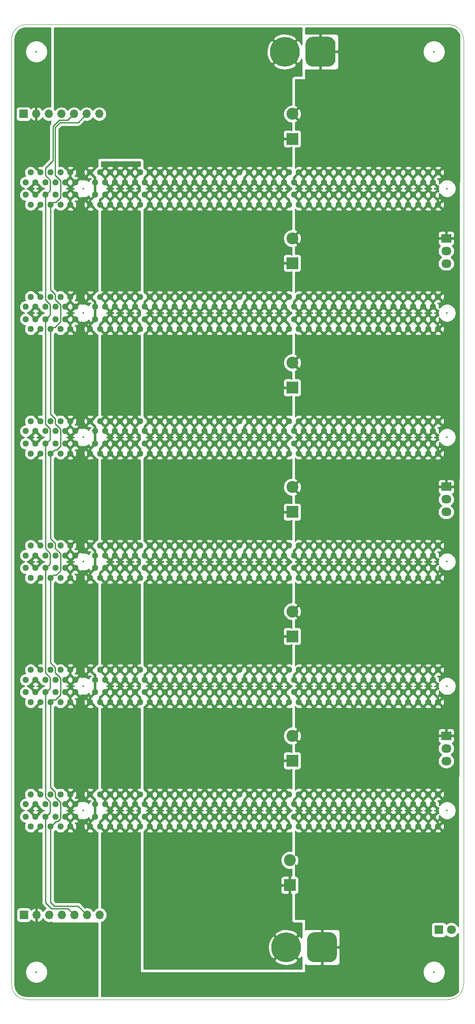
<source format=gbr>
G04 #@! TF.GenerationSoftware,KiCad,Pcbnew,(5.1.5)-3*
G04 #@! TF.CreationDate,2020-02-02T15:47:32+09:00*
G04 #@! TF.ProjectId,MotherBoard_PCIe,4d6f7468-6572-4426-9f61-72645f504349,rev?*
G04 #@! TF.SameCoordinates,Original*
G04 #@! TF.FileFunction,Copper,L2,Bot*
G04 #@! TF.FilePolarity,Positive*
%FSLAX46Y46*%
G04 Gerber Fmt 4.6, Leading zero omitted, Abs format (unit mm)*
G04 Created by KiCad (PCBNEW (5.1.5)-3) date 2020-02-02 15:47:32*
%MOMM*%
%LPD*%
G04 APERTURE LIST*
%ADD10C,0.050000*%
%ADD11C,2.400000*%
%ADD12R,2.400000X2.400000*%
%ADD13O,2.030000X1.730000*%
%ADD14R,2.030000X1.730000*%
%ADD15C,1.280000*%
%ADD16R,1.700000X1.700000*%
%ADD17O,1.700000X1.700000*%
%ADD18C,0.100000*%
%ADD19C,6.000000*%
%ADD20C,1.800000*%
%ADD21R,1.800000X1.800000*%
%ADD22C,0.600000*%
%ADD23C,0.800000*%
%ADD24C,0.500000*%
%ADD25C,0.250000*%
%ADD26C,0.254000*%
%ADD27C,0.300000*%
%ADD28C,0.350000*%
G04 APERTURE END LIST*
D10*
X78000000Y-193000000D02*
G75*
G02X75000000Y-190000000I0J3000000D01*
G01*
X166000000Y-190000000D02*
G75*
G02X163000000Y-193000000I-3000000J0D01*
G01*
X75000000Y0D02*
G75*
G02X78000000Y3000000I3000000J0D01*
G01*
X163000000Y3000000D02*
G75*
G02X166000000Y0I0J-3000000D01*
G01*
X78000000Y3000000D02*
X163000000Y3000000D01*
X75000000Y-190000000D02*
X75000000Y0D01*
X163000000Y-193000000D02*
X78000000Y-193000000D01*
X166000000Y0D02*
X166000000Y-190000000D01*
D11*
X131500000Y-15000000D03*
D12*
X131500000Y-20000000D03*
D11*
X131500000Y-40000000D03*
D12*
X131500000Y-45000000D03*
D11*
X131500000Y-65000000D03*
D12*
X131500000Y-70000000D03*
D11*
X131500000Y-90000000D03*
D12*
X131500000Y-95000000D03*
D11*
X131500000Y-115000000D03*
D12*
X131500000Y-120000000D03*
D11*
X131500000Y-140000000D03*
D12*
X131500000Y-145000000D03*
D11*
X131000000Y-165000000D03*
D12*
X131000000Y-170000000D03*
D13*
X162500000Y-45080000D03*
X162500000Y-42540000D03*
D14*
X162500000Y-40000000D03*
D13*
X162500000Y-95000000D03*
X162500000Y-92460000D03*
D14*
X162500000Y-89920000D03*
X162500000Y-140000000D03*
D13*
X162500000Y-142540000D03*
X162500000Y-145080000D03*
D15*
X160850000Y-133250000D03*
X160850000Y-126750000D03*
X159850000Y-131250000D03*
X158850000Y-133250000D03*
X159850000Y-128750000D03*
X158850000Y-126750000D03*
X157850000Y-131250000D03*
X156850000Y-133250000D03*
X157850000Y-128750000D03*
X156850000Y-126750000D03*
X155850000Y-131250000D03*
X154850000Y-133250000D03*
X155850000Y-128750000D03*
X154850000Y-126750000D03*
X153850000Y-131250000D03*
X152850000Y-133250000D03*
X153850000Y-128750000D03*
X152850000Y-126750000D03*
X151850000Y-131250000D03*
X150850000Y-133250000D03*
X151850000Y-128750000D03*
X150850000Y-126750000D03*
X149850000Y-131250000D03*
X148850000Y-133250000D03*
X149850000Y-128750000D03*
X148850000Y-126750000D03*
X147850000Y-131250000D03*
X146850000Y-133250000D03*
X147850000Y-128750000D03*
X146850000Y-126750000D03*
X145850000Y-131250000D03*
X144850000Y-133250000D03*
X145850000Y-128750000D03*
X144850000Y-126750000D03*
X143850000Y-131250000D03*
X142850000Y-133250000D03*
X143850000Y-128750000D03*
X142850000Y-126750000D03*
X141850000Y-131250000D03*
X140850000Y-133250000D03*
X141850000Y-128750000D03*
X140850000Y-126750000D03*
X139850000Y-131250000D03*
X138850000Y-133250000D03*
X139850000Y-128750000D03*
X138850000Y-126750000D03*
X137850000Y-131250000D03*
X136850000Y-133250000D03*
X137850000Y-128750000D03*
X136850000Y-126750000D03*
X135850000Y-131250000D03*
X134850000Y-133250000D03*
X135850000Y-128750000D03*
X134850000Y-126750000D03*
X133850000Y-131250000D03*
X132850000Y-133250000D03*
X133850000Y-128750000D03*
X132850000Y-126750000D03*
X131850000Y-131250000D03*
X130850000Y-133250000D03*
X131850000Y-128750000D03*
X130850000Y-126750000D03*
X129850000Y-131250000D03*
X128850000Y-133250000D03*
X129850000Y-128750000D03*
X128850000Y-126750000D03*
X127850000Y-131250000D03*
X126850000Y-133250000D03*
X127850000Y-128750000D03*
X126850000Y-126750000D03*
X125850000Y-131250000D03*
X124850000Y-133250000D03*
X125850000Y-128750000D03*
X124850000Y-126750000D03*
X123850000Y-131250000D03*
X122850000Y-133250000D03*
X123850000Y-128750000D03*
X122850000Y-126750000D03*
X121850000Y-131250000D03*
X120850000Y-133250000D03*
X121850000Y-128750000D03*
X120850000Y-126750000D03*
X119850000Y-131250000D03*
X118850000Y-133250000D03*
X119850000Y-128750000D03*
X118850000Y-126750000D03*
X117850000Y-131250000D03*
X116850000Y-133250000D03*
X117850000Y-128750000D03*
X116850000Y-126750000D03*
X115850000Y-131250000D03*
X114850000Y-133250000D03*
X115850000Y-128750000D03*
X114850000Y-126750000D03*
X113850000Y-131250000D03*
X112850000Y-133250000D03*
X113850000Y-128750000D03*
X112850000Y-126750000D03*
X111850000Y-131250000D03*
X110850000Y-133250000D03*
X111850000Y-128750000D03*
X110850000Y-126750000D03*
X109850000Y-131250000D03*
X108850000Y-133250000D03*
X109850000Y-128750000D03*
X108850000Y-126750000D03*
X107850000Y-131250000D03*
X106850000Y-133250000D03*
X107850000Y-128750000D03*
X106850000Y-126750000D03*
X105850000Y-131250000D03*
X104850000Y-133250000D03*
X105850000Y-128750000D03*
X104850000Y-126750000D03*
X103850000Y-131250000D03*
X102850000Y-133250000D03*
X103850000Y-128750000D03*
X102850000Y-126750000D03*
X101850000Y-131250000D03*
X100850000Y-133250000D03*
X101850000Y-128750000D03*
X100850000Y-126750000D03*
X99850000Y-131250000D03*
X98850000Y-133250000D03*
X99850000Y-128750000D03*
X98850000Y-126750000D03*
X97850000Y-131250000D03*
X96850000Y-133250000D03*
X97850000Y-128750000D03*
X96850000Y-126750000D03*
X95850000Y-131250000D03*
X94850000Y-133250000D03*
X95850000Y-128750000D03*
X94850000Y-126750000D03*
X93850000Y-131250000D03*
X92850000Y-133250000D03*
X93850000Y-128750000D03*
X92850000Y-126750000D03*
X78850000Y-126750000D03*
X77850000Y-128750000D03*
X78850000Y-133250000D03*
X77850000Y-131250000D03*
X91850000Y-131250000D03*
X91850000Y-128750000D03*
X90850000Y-133250000D03*
X90850000Y-126750000D03*
X80850000Y-126750000D03*
X80850000Y-133250000D03*
X82850000Y-126750000D03*
X82850000Y-133250000D03*
X84850000Y-126750000D03*
X84850000Y-133250000D03*
X86850000Y-133250000D03*
X86850000Y-126750000D03*
X79850000Y-131250000D03*
X79850000Y-128750000D03*
X81850000Y-131250000D03*
X81850000Y-128750000D03*
X83850000Y-131250000D03*
X83850000Y-128750000D03*
X85850000Y-131250000D03*
X85850000Y-128750000D03*
X87850000Y-131250000D03*
X87850000Y-128750000D03*
X160850000Y-158250000D03*
X160850000Y-151750000D03*
X159850000Y-156250000D03*
X158850000Y-158250000D03*
X159850000Y-153750000D03*
X158850000Y-151750000D03*
X157850000Y-156250000D03*
X156850000Y-158250000D03*
X157850000Y-153750000D03*
X156850000Y-151750000D03*
X155850000Y-156250000D03*
X154850000Y-158250000D03*
X155850000Y-153750000D03*
X154850000Y-151750000D03*
X153850000Y-156250000D03*
X152850000Y-158250000D03*
X153850000Y-153750000D03*
X152850000Y-151750000D03*
X151850000Y-156250000D03*
X150850000Y-158250000D03*
X151850000Y-153750000D03*
X150850000Y-151750000D03*
X149850000Y-156250000D03*
X148850000Y-158250000D03*
X149850000Y-153750000D03*
X148850000Y-151750000D03*
X147850000Y-156250000D03*
X146850000Y-158250000D03*
X147850000Y-153750000D03*
X146850000Y-151750000D03*
X145850000Y-156250000D03*
X144850000Y-158250000D03*
X145850000Y-153750000D03*
X144850000Y-151750000D03*
X143850000Y-156250000D03*
X142850000Y-158250000D03*
X143850000Y-153750000D03*
X142850000Y-151750000D03*
X141850000Y-156250000D03*
X140850000Y-158250000D03*
X141850000Y-153750000D03*
X140850000Y-151750000D03*
X139850000Y-156250000D03*
X138850000Y-158250000D03*
X139850000Y-153750000D03*
X138850000Y-151750000D03*
X137850000Y-156250000D03*
X136850000Y-158250000D03*
X137850000Y-153750000D03*
X136850000Y-151750000D03*
X135850000Y-156250000D03*
X134850000Y-158250000D03*
X135850000Y-153750000D03*
X134850000Y-151750000D03*
X133850000Y-156250000D03*
X132850000Y-158250000D03*
X133850000Y-153750000D03*
X132850000Y-151750000D03*
X131850000Y-156250000D03*
X130850000Y-158250000D03*
X131850000Y-153750000D03*
X130850000Y-151750000D03*
X129850000Y-156250000D03*
X128850000Y-158250000D03*
X129850000Y-153750000D03*
X128850000Y-151750000D03*
X127850000Y-156250000D03*
X126850000Y-158250000D03*
X127850000Y-153750000D03*
X126850000Y-151750000D03*
X125850000Y-156250000D03*
X124850000Y-158250000D03*
X125850000Y-153750000D03*
X124850000Y-151750000D03*
X123850000Y-156250000D03*
X122850000Y-158250000D03*
X123850000Y-153750000D03*
X122850000Y-151750000D03*
X121850000Y-156250000D03*
X120850000Y-158250000D03*
X121850000Y-153750000D03*
X120850000Y-151750000D03*
X119850000Y-156250000D03*
X118850000Y-158250000D03*
X119850000Y-153750000D03*
X118850000Y-151750000D03*
X117850000Y-156250000D03*
X116850000Y-158250000D03*
X117850000Y-153750000D03*
X116850000Y-151750000D03*
X115850000Y-156250000D03*
X114850000Y-158250000D03*
X115850000Y-153750000D03*
X114850000Y-151750000D03*
X113850000Y-156250000D03*
X112850000Y-158250000D03*
X113850000Y-153750000D03*
X112850000Y-151750000D03*
X111850000Y-156250000D03*
X110850000Y-158250000D03*
X111850000Y-153750000D03*
X110850000Y-151750000D03*
X109850000Y-156250000D03*
X108850000Y-158250000D03*
X109850000Y-153750000D03*
X108850000Y-151750000D03*
X107850000Y-156250000D03*
X106850000Y-158250000D03*
X107850000Y-153750000D03*
X106850000Y-151750000D03*
X105850000Y-156250000D03*
X104850000Y-158250000D03*
X105850000Y-153750000D03*
X104850000Y-151750000D03*
X103850000Y-156250000D03*
X102850000Y-158250000D03*
X103850000Y-153750000D03*
X102850000Y-151750000D03*
X101850000Y-156250000D03*
X100850000Y-158250000D03*
X101850000Y-153750000D03*
X100850000Y-151750000D03*
X99850000Y-156250000D03*
X98850000Y-158250000D03*
X99850000Y-153750000D03*
X98850000Y-151750000D03*
X97850000Y-156250000D03*
X96850000Y-158250000D03*
X97850000Y-153750000D03*
X96850000Y-151750000D03*
X95850000Y-156250000D03*
X94850000Y-158250000D03*
X95850000Y-153750000D03*
X94850000Y-151750000D03*
X93850000Y-156250000D03*
X92850000Y-158250000D03*
X93850000Y-153750000D03*
X92850000Y-151750000D03*
X78850000Y-151750000D03*
X77850000Y-153750000D03*
X78850000Y-158250000D03*
X77850000Y-156250000D03*
X91850000Y-156250000D03*
X91850000Y-153750000D03*
X90850000Y-158250000D03*
X90850000Y-151750000D03*
X80850000Y-151750000D03*
X80850000Y-158250000D03*
X82850000Y-151750000D03*
X82850000Y-158250000D03*
X84850000Y-151750000D03*
X84850000Y-158250000D03*
X86850000Y-158250000D03*
X86850000Y-151750000D03*
X79850000Y-156250000D03*
X79850000Y-153750000D03*
X81850000Y-156250000D03*
X81850000Y-153750000D03*
X83850000Y-156250000D03*
X83850000Y-153750000D03*
X85850000Y-156250000D03*
X85850000Y-153750000D03*
X87850000Y-156250000D03*
X87850000Y-153750000D03*
D16*
X77420000Y-15000000D03*
D17*
X79960000Y-15000000D03*
X82500000Y-15000000D03*
X85040000Y-15000000D03*
X87580000Y-15000000D03*
X90120000Y-15000000D03*
X92660000Y-15000000D03*
X92740000Y-176000000D03*
X90200000Y-176000000D03*
X87660000Y-176000000D03*
X85120000Y-176000000D03*
X82580000Y-176000000D03*
X80040000Y-176000000D03*
D16*
X77500000Y-176000000D03*
G04 #@! TA.AperFunction,ComponentPad*
D18*
G36*
X138847026Y492777D02*
G01*
X138992635Y471178D01*
X139135427Y435411D01*
X139274025Y385819D01*
X139407095Y322882D01*
X139533355Y247204D01*
X139651590Y159516D01*
X139760660Y60660D01*
X139859516Y-48410D01*
X139947204Y-166645D01*
X140022882Y-292905D01*
X140085819Y-425975D01*
X140135411Y-564573D01*
X140171178Y-707365D01*
X140192777Y-852974D01*
X140200000Y-1000000D01*
X140200000Y-4000000D01*
X140192777Y-4147026D01*
X140171178Y-4292635D01*
X140135411Y-4435427D01*
X140085819Y-4574025D01*
X140022882Y-4707095D01*
X139947204Y-4833355D01*
X139859516Y-4951590D01*
X139760660Y-5060660D01*
X139651590Y-5159516D01*
X139533355Y-5247204D01*
X139407095Y-5322882D01*
X139274025Y-5385819D01*
X139135427Y-5435411D01*
X138992635Y-5471178D01*
X138847026Y-5492777D01*
X138700000Y-5500000D01*
X135700000Y-5500000D01*
X135552974Y-5492777D01*
X135407365Y-5471178D01*
X135264573Y-5435411D01*
X135125975Y-5385819D01*
X134992905Y-5322882D01*
X134866645Y-5247204D01*
X134748410Y-5159516D01*
X134639340Y-5060660D01*
X134540484Y-4951590D01*
X134452796Y-4833355D01*
X134377118Y-4707095D01*
X134314181Y-4574025D01*
X134264589Y-4435427D01*
X134228822Y-4292635D01*
X134207223Y-4147026D01*
X134200000Y-4000000D01*
X134200000Y-1000000D01*
X134207223Y-852974D01*
X134228822Y-707365D01*
X134264589Y-564573D01*
X134314181Y-425975D01*
X134377118Y-292905D01*
X134452796Y-166645D01*
X134540484Y-48410D01*
X134639340Y60660D01*
X134748410Y159516D01*
X134866645Y247204D01*
X134992905Y322882D01*
X135125975Y385819D01*
X135264573Y435411D01*
X135407365Y471178D01*
X135552974Y492777D01*
X135700000Y500000D01*
X138700000Y500000D01*
X138847026Y492777D01*
G37*
G04 #@! TD.AperFunction*
D19*
X130000000Y-2500000D03*
G04 #@! TA.AperFunction,ComponentPad*
D18*
G36*
X139147026Y-179507223D02*
G01*
X139292635Y-179528822D01*
X139435427Y-179564589D01*
X139574025Y-179614181D01*
X139707095Y-179677118D01*
X139833355Y-179752796D01*
X139951590Y-179840484D01*
X140060660Y-179939340D01*
X140159516Y-180048410D01*
X140247204Y-180166645D01*
X140322882Y-180292905D01*
X140385819Y-180425975D01*
X140435411Y-180564573D01*
X140471178Y-180707365D01*
X140492777Y-180852974D01*
X140500000Y-181000000D01*
X140500000Y-184000000D01*
X140492777Y-184147026D01*
X140471178Y-184292635D01*
X140435411Y-184435427D01*
X140385819Y-184574025D01*
X140322882Y-184707095D01*
X140247204Y-184833355D01*
X140159516Y-184951590D01*
X140060660Y-185060660D01*
X139951590Y-185159516D01*
X139833355Y-185247204D01*
X139707095Y-185322882D01*
X139574025Y-185385819D01*
X139435427Y-185435411D01*
X139292635Y-185471178D01*
X139147026Y-185492777D01*
X139000000Y-185500000D01*
X136000000Y-185500000D01*
X135852974Y-185492777D01*
X135707365Y-185471178D01*
X135564573Y-185435411D01*
X135425975Y-185385819D01*
X135292905Y-185322882D01*
X135166645Y-185247204D01*
X135048410Y-185159516D01*
X134939340Y-185060660D01*
X134840484Y-184951590D01*
X134752796Y-184833355D01*
X134677118Y-184707095D01*
X134614181Y-184574025D01*
X134564589Y-184435427D01*
X134528822Y-184292635D01*
X134507223Y-184147026D01*
X134500000Y-184000000D01*
X134500000Y-181000000D01*
X134507223Y-180852974D01*
X134528822Y-180707365D01*
X134564589Y-180564573D01*
X134614181Y-180425975D01*
X134677118Y-180292905D01*
X134752796Y-180166645D01*
X134840484Y-180048410D01*
X134939340Y-179939340D01*
X135048410Y-179840484D01*
X135166645Y-179752796D01*
X135292905Y-179677118D01*
X135425975Y-179614181D01*
X135564573Y-179564589D01*
X135707365Y-179528822D01*
X135852974Y-179507223D01*
X136000000Y-179500000D01*
X139000000Y-179500000D01*
X139147026Y-179507223D01*
G37*
G04 #@! TD.AperFunction*
D19*
X130300000Y-182500000D03*
D20*
X163540000Y-179000000D03*
D21*
X161000000Y-179000000D03*
D15*
X160850000Y-33250000D03*
X160850000Y-26750000D03*
X159850000Y-31250000D03*
X158850000Y-33250000D03*
X159850000Y-28750000D03*
X158850000Y-26750000D03*
X157850000Y-31250000D03*
X156850000Y-33250000D03*
X157850000Y-28750000D03*
X156850000Y-26750000D03*
X155850000Y-31250000D03*
X154850000Y-33250000D03*
X155850000Y-28750000D03*
X154850000Y-26750000D03*
X153850000Y-31250000D03*
X152850000Y-33250000D03*
X153850000Y-28750000D03*
X152850000Y-26750000D03*
X151850000Y-31250000D03*
X150850000Y-33250000D03*
X151850000Y-28750000D03*
X150850000Y-26750000D03*
X149850000Y-31250000D03*
X148850000Y-33250000D03*
X149850000Y-28750000D03*
X148850000Y-26750000D03*
X147850000Y-31250000D03*
X146850000Y-33250000D03*
X147850000Y-28750000D03*
X146850000Y-26750000D03*
X145850000Y-31250000D03*
X144850000Y-33250000D03*
X145850000Y-28750000D03*
X144850000Y-26750000D03*
X143850000Y-31250000D03*
X142850000Y-33250000D03*
X143850000Y-28750000D03*
X142850000Y-26750000D03*
X141850000Y-31250000D03*
X140850000Y-33250000D03*
X141850000Y-28750000D03*
X140850000Y-26750000D03*
X139850000Y-31250000D03*
X138850000Y-33250000D03*
X139850000Y-28750000D03*
X138850000Y-26750000D03*
X137850000Y-31250000D03*
X136850000Y-33250000D03*
X137850000Y-28750000D03*
X136850000Y-26750000D03*
X135850000Y-31250000D03*
X134850000Y-33250000D03*
X135850000Y-28750000D03*
X134850000Y-26750000D03*
X133850000Y-31250000D03*
X132850000Y-33250000D03*
X133850000Y-28750000D03*
X132850000Y-26750000D03*
X131850000Y-31250000D03*
X130850000Y-33250000D03*
X131850000Y-28750000D03*
X130850000Y-26750000D03*
X129850000Y-31250000D03*
X128850000Y-33250000D03*
X129850000Y-28750000D03*
X128850000Y-26750000D03*
X127850000Y-31250000D03*
X126850000Y-33250000D03*
X127850000Y-28750000D03*
X126850000Y-26750000D03*
X125850000Y-31250000D03*
X124850000Y-33250000D03*
X125850000Y-28750000D03*
X124850000Y-26750000D03*
X123850000Y-31250000D03*
X122850000Y-33250000D03*
X123850000Y-28750000D03*
X122850000Y-26750000D03*
X121850000Y-31250000D03*
X120850000Y-33250000D03*
X121850000Y-28750000D03*
X120850000Y-26750000D03*
X119850000Y-31250000D03*
X118850000Y-33250000D03*
X119850000Y-28750000D03*
X118850000Y-26750000D03*
X117850000Y-31250000D03*
X116850000Y-33250000D03*
X117850000Y-28750000D03*
X116850000Y-26750000D03*
X115850000Y-31250000D03*
X114850000Y-33250000D03*
X115850000Y-28750000D03*
X114850000Y-26750000D03*
X113850000Y-31250000D03*
X112850000Y-33250000D03*
X113850000Y-28750000D03*
X112850000Y-26750000D03*
X111850000Y-31250000D03*
X110850000Y-33250000D03*
X111850000Y-28750000D03*
X110850000Y-26750000D03*
X109850000Y-31250000D03*
X108850000Y-33250000D03*
X109850000Y-28750000D03*
X108850000Y-26750000D03*
X107850000Y-31250000D03*
X106850000Y-33250000D03*
X107850000Y-28750000D03*
X106850000Y-26750000D03*
X105850000Y-31250000D03*
X104850000Y-33250000D03*
X105850000Y-28750000D03*
X104850000Y-26750000D03*
X103850000Y-31250000D03*
X102850000Y-33250000D03*
X103850000Y-28750000D03*
X102850000Y-26750000D03*
X101850000Y-31250000D03*
X100850000Y-33250000D03*
X101850000Y-28750000D03*
X100850000Y-26750000D03*
X99850000Y-31250000D03*
X98850000Y-33250000D03*
X99850000Y-28750000D03*
X98850000Y-26750000D03*
X97850000Y-31250000D03*
X96850000Y-33250000D03*
X97850000Y-28750000D03*
X96850000Y-26750000D03*
X95850000Y-31250000D03*
X94850000Y-33250000D03*
X95850000Y-28750000D03*
X94850000Y-26750000D03*
X93850000Y-31250000D03*
X92850000Y-33250000D03*
X93850000Y-28750000D03*
X92850000Y-26750000D03*
X78850000Y-26750000D03*
X77850000Y-28750000D03*
X78850000Y-33250000D03*
X77850000Y-31250000D03*
X91850000Y-31250000D03*
X91850000Y-28750000D03*
X90850000Y-33250000D03*
X90850000Y-26750000D03*
X80850000Y-26750000D03*
X80850000Y-33250000D03*
X82850000Y-26750000D03*
X82850000Y-33250000D03*
X84850000Y-26750000D03*
X84850000Y-33250000D03*
X86850000Y-33250000D03*
X86850000Y-26750000D03*
X79850000Y-31250000D03*
X79850000Y-28750000D03*
X81850000Y-31250000D03*
X81850000Y-28750000D03*
X83850000Y-31250000D03*
X83850000Y-28750000D03*
X85850000Y-31250000D03*
X85850000Y-28750000D03*
X87850000Y-31250000D03*
X87850000Y-28750000D03*
X160850000Y-58250000D03*
X160850000Y-51750000D03*
X159850000Y-56250000D03*
X158850000Y-58250000D03*
X159850000Y-53750000D03*
X158850000Y-51750000D03*
X157850000Y-56250000D03*
X156850000Y-58250000D03*
X157850000Y-53750000D03*
X156850000Y-51750000D03*
X155850000Y-56250000D03*
X154850000Y-58250000D03*
X155850000Y-53750000D03*
X154850000Y-51750000D03*
X153850000Y-56250000D03*
X152850000Y-58250000D03*
X153850000Y-53750000D03*
X152850000Y-51750000D03*
X151850000Y-56250000D03*
X150850000Y-58250000D03*
X151850000Y-53750000D03*
X150850000Y-51750000D03*
X149850000Y-56250000D03*
X148850000Y-58250000D03*
X149850000Y-53750000D03*
X148850000Y-51750000D03*
X147850000Y-56250000D03*
X146850000Y-58250000D03*
X147850000Y-53750000D03*
X146850000Y-51750000D03*
X145850000Y-56250000D03*
X144850000Y-58250000D03*
X145850000Y-53750000D03*
X144850000Y-51750000D03*
X143850000Y-56250000D03*
X142850000Y-58250000D03*
X143850000Y-53750000D03*
X142850000Y-51750000D03*
X141850000Y-56250000D03*
X140850000Y-58250000D03*
X141850000Y-53750000D03*
X140850000Y-51750000D03*
X139850000Y-56250000D03*
X138850000Y-58250000D03*
X139850000Y-53750000D03*
X138850000Y-51750000D03*
X137850000Y-56250000D03*
X136850000Y-58250000D03*
X137850000Y-53750000D03*
X136850000Y-51750000D03*
X135850000Y-56250000D03*
X134850000Y-58250000D03*
X135850000Y-53750000D03*
X134850000Y-51750000D03*
X133850000Y-56250000D03*
X132850000Y-58250000D03*
X133850000Y-53750000D03*
X132850000Y-51750000D03*
X131850000Y-56250000D03*
X130850000Y-58250000D03*
X131850000Y-53750000D03*
X130850000Y-51750000D03*
X129850000Y-56250000D03*
X128850000Y-58250000D03*
X129850000Y-53750000D03*
X128850000Y-51750000D03*
X127850000Y-56250000D03*
X126850000Y-58250000D03*
X127850000Y-53750000D03*
X126850000Y-51750000D03*
X125850000Y-56250000D03*
X124850000Y-58250000D03*
X125850000Y-53750000D03*
X124850000Y-51750000D03*
X123850000Y-56250000D03*
X122850000Y-58250000D03*
X123850000Y-53750000D03*
X122850000Y-51750000D03*
X121850000Y-56250000D03*
X120850000Y-58250000D03*
X121850000Y-53750000D03*
X120850000Y-51750000D03*
X119850000Y-56250000D03*
X118850000Y-58250000D03*
X119850000Y-53750000D03*
X118850000Y-51750000D03*
X117850000Y-56250000D03*
X116850000Y-58250000D03*
X117850000Y-53750000D03*
X116850000Y-51750000D03*
X115850000Y-56250000D03*
X114850000Y-58250000D03*
X115850000Y-53750000D03*
X114850000Y-51750000D03*
X113850000Y-56250000D03*
X112850000Y-58250000D03*
X113850000Y-53750000D03*
X112850000Y-51750000D03*
X111850000Y-56250000D03*
X110850000Y-58250000D03*
X111850000Y-53750000D03*
X110850000Y-51750000D03*
X109850000Y-56250000D03*
X108850000Y-58250000D03*
X109850000Y-53750000D03*
X108850000Y-51750000D03*
X107850000Y-56250000D03*
X106850000Y-58250000D03*
X107850000Y-53750000D03*
X106850000Y-51750000D03*
X105850000Y-56250000D03*
X104850000Y-58250000D03*
X105850000Y-53750000D03*
X104850000Y-51750000D03*
X103850000Y-56250000D03*
X102850000Y-58250000D03*
X103850000Y-53750000D03*
X102850000Y-51750000D03*
X101850000Y-56250000D03*
X100850000Y-58250000D03*
X101850000Y-53750000D03*
X100850000Y-51750000D03*
X99850000Y-56250000D03*
X98850000Y-58250000D03*
X99850000Y-53750000D03*
X98850000Y-51750000D03*
X97850000Y-56250000D03*
X96850000Y-58250000D03*
X97850000Y-53750000D03*
X96850000Y-51750000D03*
X95850000Y-56250000D03*
X94850000Y-58250000D03*
X95850000Y-53750000D03*
X94850000Y-51750000D03*
X93850000Y-56250000D03*
X92850000Y-58250000D03*
X93850000Y-53750000D03*
X92850000Y-51750000D03*
X78850000Y-51750000D03*
X77850000Y-53750000D03*
X78850000Y-58250000D03*
X77850000Y-56250000D03*
X91850000Y-56250000D03*
X91850000Y-53750000D03*
X90850000Y-58250000D03*
X90850000Y-51750000D03*
X80850000Y-51750000D03*
X80850000Y-58250000D03*
X82850000Y-51750000D03*
X82850000Y-58250000D03*
X84850000Y-51750000D03*
X84850000Y-58250000D03*
X86850000Y-58250000D03*
X86850000Y-51750000D03*
X79850000Y-56250000D03*
X79850000Y-53750000D03*
X81850000Y-56250000D03*
X81850000Y-53750000D03*
X83850000Y-56250000D03*
X83850000Y-53750000D03*
X85850000Y-56250000D03*
X85850000Y-53750000D03*
X87850000Y-56250000D03*
X87850000Y-53750000D03*
X160850000Y-83250000D03*
X160850000Y-76750000D03*
X159850000Y-81250000D03*
X158850000Y-83250000D03*
X159850000Y-78750000D03*
X158850000Y-76750000D03*
X157850000Y-81250000D03*
X156850000Y-83250000D03*
X157850000Y-78750000D03*
X156850000Y-76750000D03*
X155850000Y-81250000D03*
X154850000Y-83250000D03*
X155850000Y-78750000D03*
X154850000Y-76750000D03*
X153850000Y-81250000D03*
X152850000Y-83250000D03*
X153850000Y-78750000D03*
X152850000Y-76750000D03*
X151850000Y-81250000D03*
X150850000Y-83250000D03*
X151850000Y-78750000D03*
X150850000Y-76750000D03*
X149850000Y-81250000D03*
X148850000Y-83250000D03*
X149850000Y-78750000D03*
X148850000Y-76750000D03*
X147850000Y-81250000D03*
X146850000Y-83250000D03*
X147850000Y-78750000D03*
X146850000Y-76750000D03*
X145850000Y-81250000D03*
X144850000Y-83250000D03*
X145850000Y-78750000D03*
X144850000Y-76750000D03*
X143850000Y-81250000D03*
X142850000Y-83250000D03*
X143850000Y-78750000D03*
X142850000Y-76750000D03*
X141850000Y-81250000D03*
X140850000Y-83250000D03*
X141850000Y-78750000D03*
X140850000Y-76750000D03*
X139850000Y-81250000D03*
X138850000Y-83250000D03*
X139850000Y-78750000D03*
X138850000Y-76750000D03*
X137850000Y-81250000D03*
X136850000Y-83250000D03*
X137850000Y-78750000D03*
X136850000Y-76750000D03*
X135850000Y-81250000D03*
X134850000Y-83250000D03*
X135850000Y-78750000D03*
X134850000Y-76750000D03*
X133850000Y-81250000D03*
X132850000Y-83250000D03*
X133850000Y-78750000D03*
X132850000Y-76750000D03*
X131850000Y-81250000D03*
X130850000Y-83250000D03*
X131850000Y-78750000D03*
X130850000Y-76750000D03*
X129850000Y-81250000D03*
X128850000Y-83250000D03*
X129850000Y-78750000D03*
X128850000Y-76750000D03*
X127850000Y-81250000D03*
X126850000Y-83250000D03*
X127850000Y-78750000D03*
X126850000Y-76750000D03*
X125850000Y-81250000D03*
X124850000Y-83250000D03*
X125850000Y-78750000D03*
X124850000Y-76750000D03*
X123850000Y-81250000D03*
X122850000Y-83250000D03*
X123850000Y-78750000D03*
X122850000Y-76750000D03*
X121850000Y-81250000D03*
X120850000Y-83250000D03*
X121850000Y-78750000D03*
X120850000Y-76750000D03*
X119850000Y-81250000D03*
X118850000Y-83250000D03*
X119850000Y-78750000D03*
X118850000Y-76750000D03*
X117850000Y-81250000D03*
X116850000Y-83250000D03*
X117850000Y-78750000D03*
X116850000Y-76750000D03*
X115850000Y-81250000D03*
X114850000Y-83250000D03*
X115850000Y-78750000D03*
X114850000Y-76750000D03*
X113850000Y-81250000D03*
X112850000Y-83250000D03*
X113850000Y-78750000D03*
X112850000Y-76750000D03*
X111850000Y-81250000D03*
X110850000Y-83250000D03*
X111850000Y-78750000D03*
X110850000Y-76750000D03*
X109850000Y-81250000D03*
X108850000Y-83250000D03*
X109850000Y-78750000D03*
X108850000Y-76750000D03*
X107850000Y-81250000D03*
X106850000Y-83250000D03*
X107850000Y-78750000D03*
X106850000Y-76750000D03*
X105850000Y-81250000D03*
X104850000Y-83250000D03*
X105850000Y-78750000D03*
X104850000Y-76750000D03*
X103850000Y-81250000D03*
X102850000Y-83250000D03*
X103850000Y-78750000D03*
X102850000Y-76750000D03*
X101850000Y-81250000D03*
X100850000Y-83250000D03*
X101850000Y-78750000D03*
X100850000Y-76750000D03*
X99850000Y-81250000D03*
X98850000Y-83250000D03*
X99850000Y-78750000D03*
X98850000Y-76750000D03*
X97850000Y-81250000D03*
X96850000Y-83250000D03*
X97850000Y-78750000D03*
X96850000Y-76750000D03*
X95850000Y-81250000D03*
X94850000Y-83250000D03*
X95850000Y-78750000D03*
X94850000Y-76750000D03*
X93850000Y-81250000D03*
X92850000Y-83250000D03*
X93850000Y-78750000D03*
X92850000Y-76750000D03*
X78850000Y-76750000D03*
X77850000Y-78750000D03*
X78850000Y-83250000D03*
X77850000Y-81250000D03*
X91850000Y-81250000D03*
X91850000Y-78750000D03*
X90850000Y-83250000D03*
X90850000Y-76750000D03*
X80850000Y-76750000D03*
X80850000Y-83250000D03*
X82850000Y-76750000D03*
X82850000Y-83250000D03*
X84850000Y-76750000D03*
X84850000Y-83250000D03*
X86850000Y-83250000D03*
X86850000Y-76750000D03*
X79850000Y-81250000D03*
X79850000Y-78750000D03*
X81850000Y-81250000D03*
X81850000Y-78750000D03*
X83850000Y-81250000D03*
X83850000Y-78750000D03*
X85850000Y-81250000D03*
X85850000Y-78750000D03*
X87850000Y-81250000D03*
X87850000Y-78750000D03*
X160850000Y-108250000D03*
X160850000Y-101750000D03*
X159850000Y-106250000D03*
X158850000Y-108250000D03*
X159850000Y-103750000D03*
X158850000Y-101750000D03*
X157850000Y-106250000D03*
X156850000Y-108250000D03*
X157850000Y-103750000D03*
X156850000Y-101750000D03*
X155850000Y-106250000D03*
X154850000Y-108250000D03*
X155850000Y-103750000D03*
X154850000Y-101750000D03*
X153850000Y-106250000D03*
X152850000Y-108250000D03*
X153850000Y-103750000D03*
X152850000Y-101750000D03*
X151850000Y-106250000D03*
X150850000Y-108250000D03*
X151850000Y-103750000D03*
X150850000Y-101750000D03*
X149850000Y-106250000D03*
X148850000Y-108250000D03*
X149850000Y-103750000D03*
X148850000Y-101750000D03*
X147850000Y-106250000D03*
X146850000Y-108250000D03*
X147850000Y-103750000D03*
X146850000Y-101750000D03*
X145850000Y-106250000D03*
X144850000Y-108250000D03*
X145850000Y-103750000D03*
X144850000Y-101750000D03*
X143850000Y-106250000D03*
X142850000Y-108250000D03*
X143850000Y-103750000D03*
X142850000Y-101750000D03*
X141850000Y-106250000D03*
X140850000Y-108250000D03*
X141850000Y-103750000D03*
X140850000Y-101750000D03*
X139850000Y-106250000D03*
X138850000Y-108250000D03*
X139850000Y-103750000D03*
X138850000Y-101750000D03*
X137850000Y-106250000D03*
X136850000Y-108250000D03*
X137850000Y-103750000D03*
X136850000Y-101750000D03*
X135850000Y-106250000D03*
X134850000Y-108250000D03*
X135850000Y-103750000D03*
X134850000Y-101750000D03*
X133850000Y-106250000D03*
X132850000Y-108250000D03*
X133850000Y-103750000D03*
X132850000Y-101750000D03*
X131850000Y-106250000D03*
X130850000Y-108250000D03*
X131850000Y-103750000D03*
X130850000Y-101750000D03*
X129850000Y-106250000D03*
X128850000Y-108250000D03*
X129850000Y-103750000D03*
X128850000Y-101750000D03*
X127850000Y-106250000D03*
X126850000Y-108250000D03*
X127850000Y-103750000D03*
X126850000Y-101750000D03*
X125850000Y-106250000D03*
X124850000Y-108250000D03*
X125850000Y-103750000D03*
X124850000Y-101750000D03*
X123850000Y-106250000D03*
X122850000Y-108250000D03*
X123850000Y-103750000D03*
X122850000Y-101750000D03*
X121850000Y-106250000D03*
X120850000Y-108250000D03*
X121850000Y-103750000D03*
X120850000Y-101750000D03*
X119850000Y-106250000D03*
X118850000Y-108250000D03*
X119850000Y-103750000D03*
X118850000Y-101750000D03*
X117850000Y-106250000D03*
X116850000Y-108250000D03*
X117850000Y-103750000D03*
X116850000Y-101750000D03*
X115850000Y-106250000D03*
X114850000Y-108250000D03*
X115850000Y-103750000D03*
X114850000Y-101750000D03*
X113850000Y-106250000D03*
X112850000Y-108250000D03*
X113850000Y-103750000D03*
X112850000Y-101750000D03*
X111850000Y-106250000D03*
X110850000Y-108250000D03*
X111850000Y-103750000D03*
X110850000Y-101750000D03*
X109850000Y-106250000D03*
X108850000Y-108250000D03*
X109850000Y-103750000D03*
X108850000Y-101750000D03*
X107850000Y-106250000D03*
X106850000Y-108250000D03*
X107850000Y-103750000D03*
X106850000Y-101750000D03*
X105850000Y-106250000D03*
X104850000Y-108250000D03*
X105850000Y-103750000D03*
X104850000Y-101750000D03*
X103850000Y-106250000D03*
X102850000Y-108250000D03*
X103850000Y-103750000D03*
X102850000Y-101750000D03*
X101850000Y-106250000D03*
X100850000Y-108250000D03*
X101850000Y-103750000D03*
X100850000Y-101750000D03*
X99850000Y-106250000D03*
X98850000Y-108250000D03*
X99850000Y-103750000D03*
X98850000Y-101750000D03*
X97850000Y-106250000D03*
X96850000Y-108250000D03*
X97850000Y-103750000D03*
X96850000Y-101750000D03*
X95850000Y-106250000D03*
X94850000Y-108250000D03*
X95850000Y-103750000D03*
X94850000Y-101750000D03*
X93850000Y-106250000D03*
X92850000Y-108250000D03*
X93850000Y-103750000D03*
X92850000Y-101750000D03*
X78850000Y-101750000D03*
X77850000Y-103750000D03*
X78850000Y-108250000D03*
X77850000Y-106250000D03*
X91850000Y-106250000D03*
X91850000Y-103750000D03*
X90850000Y-108250000D03*
X90850000Y-101750000D03*
X80850000Y-101750000D03*
X80850000Y-108250000D03*
X82850000Y-101750000D03*
X82850000Y-108250000D03*
X84850000Y-101750000D03*
X84850000Y-108250000D03*
X86850000Y-108250000D03*
X86850000Y-101750000D03*
X79850000Y-106250000D03*
X79850000Y-103750000D03*
X81850000Y-106250000D03*
X81850000Y-103750000D03*
X83850000Y-106250000D03*
X83850000Y-103750000D03*
X85850000Y-106250000D03*
X85850000Y-103750000D03*
X87850000Y-106250000D03*
X87850000Y-103750000D03*
D22*
X105000000Y-35000000D03*
X105000000Y-40000000D03*
X105000000Y-45000000D03*
X105000000Y-50000000D03*
X110000000Y-50000000D03*
X110000000Y-45000000D03*
X110000000Y-40000000D03*
X110000000Y-35000000D03*
X115000000Y-35000000D03*
X115000000Y-40000000D03*
X115000000Y-45000000D03*
X115000000Y-50000000D03*
X120000000Y-50000000D03*
X120000000Y-45000000D03*
X120000000Y-40000000D03*
X120000000Y-35000000D03*
X125000000Y-35000000D03*
X125000000Y-40000000D03*
X125000000Y-45000000D03*
X125000000Y-50000000D03*
X130000000Y-50000000D03*
X130000000Y-35000000D03*
X105000000Y-150000000D03*
X110000000Y-150000000D03*
X115000000Y-150000000D03*
X120000000Y-150000000D03*
X125000000Y-150000000D03*
X130000000Y-150000000D03*
X130000000Y-135000000D03*
X125000000Y-135000000D03*
X120000000Y-135000000D03*
X115000000Y-135000000D03*
X110000000Y-135000000D03*
X105000000Y-135000000D03*
X105000000Y-140000000D03*
X105000000Y-145000000D03*
X110000000Y-145000000D03*
X115000000Y-145000000D03*
X120000000Y-145000000D03*
X125000000Y-145000000D03*
X125000000Y-140000000D03*
X115000000Y-140000000D03*
X110000000Y-140000000D03*
X120000000Y-140000000D03*
X105000000Y-160000000D03*
X115000000Y-160000000D03*
X105000000Y-165000000D03*
X105000000Y-170000000D03*
X105000000Y-175000000D03*
X105000000Y-180000000D03*
X110000000Y-175000000D03*
X110000000Y-170000000D03*
X110000000Y-165000000D03*
X110000000Y-160000000D03*
X115000000Y-165000000D03*
X115000000Y-170000000D03*
X115000000Y-175000000D03*
X115000000Y-180000000D03*
X120000000Y-185000000D03*
X120000000Y-180000000D03*
X120000000Y-175000000D03*
X120000000Y-170000000D03*
X120000000Y-165000000D03*
X120000000Y-160000000D03*
X125000000Y-160000000D03*
X125000000Y-165000000D03*
X125000000Y-170000000D03*
X125000000Y-175000000D03*
X125000000Y-180000000D03*
X125000000Y-185000000D03*
X130000000Y-175000000D03*
X130000000Y-160000000D03*
X105000000Y-110000000D03*
X110000000Y-110000000D03*
X115000000Y-110000000D03*
X120000000Y-110000000D03*
X125000000Y-110000000D03*
X130000000Y-110000000D03*
X125000000Y-115000000D03*
X120000000Y-115000000D03*
X115000000Y-115000000D03*
X110000000Y-115000000D03*
X105000000Y-115000000D03*
X105000000Y-120000000D03*
X110000000Y-120000000D03*
X115000000Y-120000000D03*
X120000000Y-120000000D03*
X125000000Y-120000000D03*
X125000000Y-125000000D03*
X120000000Y-125000000D03*
X115000000Y-125000000D03*
X110000000Y-125000000D03*
X105000000Y-125000000D03*
X130000000Y-125000000D03*
X130000000Y-100000000D03*
X125000000Y-100000000D03*
X120000000Y-100000000D03*
X115000000Y-100000000D03*
X110000000Y-100000000D03*
X105000000Y-100000000D03*
X90000000Y-100000000D03*
X90000000Y-95000000D03*
X105000000Y-95000000D03*
X110000000Y-95000000D03*
X115000000Y-95000000D03*
X120000000Y-95000000D03*
X125000000Y-95000000D03*
X125000000Y-90000000D03*
X120000000Y-90000000D03*
X115000000Y-90000000D03*
X110000000Y-90000000D03*
X105000000Y-90000000D03*
X90000000Y-90000000D03*
X90000000Y-85000000D03*
X105000000Y-85000000D03*
X110000000Y-85000000D03*
X115000000Y-85000000D03*
X120000000Y-85000000D03*
X125000000Y-85000000D03*
X130000000Y-85000000D03*
X90000000Y-75000000D03*
X105000000Y-75000000D03*
X110000000Y-75000000D03*
X115000000Y-75000000D03*
X120000000Y-75000000D03*
X125000000Y-75000000D03*
X130000000Y-75000000D03*
X125000000Y-70000000D03*
X120000000Y-70000000D03*
X115000000Y-70000000D03*
X110000000Y-70000000D03*
X105000000Y-70000000D03*
X90000000Y-70000000D03*
X90000000Y-65000000D03*
X105000000Y-65000000D03*
X110000000Y-65000000D03*
X115000000Y-65000000D03*
X120000000Y-65000000D03*
X125000000Y-65000000D03*
X130000000Y-60000000D03*
X125000000Y-60000000D03*
X120000000Y-60000000D03*
X115000000Y-60000000D03*
X110000000Y-60000000D03*
X105000000Y-60000000D03*
X90000000Y-60000000D03*
X90000000Y-50000000D03*
X90000000Y-45000000D03*
X90000000Y-40000000D03*
X90000000Y-35000000D03*
X130000000Y-25000000D03*
X125000000Y-25000000D03*
X120000000Y-25000000D03*
X115000000Y-25000000D03*
X110000000Y-25000000D03*
X105000000Y-25000000D03*
X90000000Y-25000000D03*
X90000000Y-20000000D03*
X95000000Y-20000000D03*
X100000000Y-20000000D03*
X105000000Y-20000000D03*
X110000000Y-20000000D03*
X115000000Y-20000000D03*
X120000000Y-20000000D03*
X125000000Y-20000000D03*
X125000000Y-15000000D03*
X120000000Y-15000000D03*
X115000000Y-15000000D03*
X110000000Y-15000000D03*
X105000000Y-15000000D03*
X100000000Y-15000000D03*
X95000000Y-15000000D03*
X95000000Y-10000000D03*
X100000000Y-10000000D03*
X105000000Y-10000000D03*
X110000000Y-10000000D03*
X115000000Y-10000000D03*
X120000000Y-10000000D03*
X125000000Y-10000000D03*
X130000000Y-10000000D03*
X125000000Y-5000000D03*
X120000000Y-5000000D03*
X115000000Y-5000000D03*
X110000000Y-5000000D03*
X105000000Y-5000000D03*
X100000000Y-5000000D03*
X95000000Y-5000000D03*
X90000000Y-10000000D03*
X95000000Y0D03*
X90000000Y0D03*
X85000000Y0D03*
X100000000Y0D03*
X105000000Y0D03*
X110000000Y0D03*
X115000000Y0D03*
X120000000Y0D03*
X125000000Y0D03*
X90000000Y-110000000D03*
X90000000Y-120000000D03*
X90000000Y-115000000D03*
X90000000Y-125000000D03*
X90000000Y-135000000D03*
X90000000Y-145000000D03*
X90000000Y-140000000D03*
X90000000Y-150000000D03*
X90000000Y-160000000D03*
X90000000Y-165000000D03*
X90000000Y-170000000D03*
D23*
X110000000Y-185000000D03*
X115000000Y-185000000D03*
D22*
X90000000Y-5000000D03*
X85000000Y-5000000D03*
X85000000Y-10000000D03*
X135000000Y-35000000D03*
X135000000Y-40000000D03*
X135000000Y-45000000D03*
X135000000Y-50000000D03*
X140000000Y-50000000D03*
X140000000Y-45000000D03*
X140000000Y-40000000D03*
X140000000Y-35000000D03*
X145000000Y-35000000D03*
X145000000Y-40000000D03*
X145000000Y-45000000D03*
X145000000Y-50000000D03*
X150000000Y-50000000D03*
X150000000Y-45000000D03*
X150000000Y-40000000D03*
X150000000Y-35000000D03*
X155000000Y-40000000D03*
X155000000Y-45000000D03*
X155000000Y-50000000D03*
X160000000Y-50000000D03*
X160000000Y-35000000D03*
X155000000Y-35000000D03*
X135000000Y-25000000D03*
X140000000Y-25000000D03*
X145000000Y-25000000D03*
X135000000Y-20000000D03*
X140000000Y-20000000D03*
X145000000Y-20000000D03*
X145000000Y-15000000D03*
X140000000Y-15000000D03*
X135000000Y-15000000D03*
X135000000Y-10000000D03*
X140000000Y-10000000D03*
X145000000Y-10000000D03*
X145000000Y-5000000D03*
X145000000Y0D03*
X150000000Y0D03*
X150000000Y-5000000D03*
X150000000Y-10000000D03*
X150000000Y-15000000D03*
X150000000Y-20000000D03*
X150000000Y-25000000D03*
X155000000Y-25000000D03*
X160000000Y-25000000D03*
X160000000Y-20000000D03*
X155000000Y-20000000D03*
X155000000Y-15000000D03*
X160000000Y-15000000D03*
X160000000Y-10000000D03*
X155000000Y-10000000D03*
X155000000Y-5000000D03*
X155000000Y0D03*
X135000000Y-60000000D03*
X135000000Y-65000000D03*
X135000000Y-70000000D03*
X135000000Y-75000000D03*
X140000000Y-75000000D03*
X140000000Y-70000000D03*
X140000000Y-65000000D03*
X145000000Y-60000000D03*
X140000000Y-60000000D03*
X145000000Y-65000000D03*
X145000000Y-70000000D03*
X145000000Y-75000000D03*
X150000000Y-70000000D03*
X150000000Y-75000000D03*
X150000000Y-65000000D03*
X150000000Y-60000000D03*
X155000000Y-60000000D03*
X155000000Y-65000000D03*
X155000000Y-70000000D03*
X155000000Y-75000000D03*
X160000000Y-75000000D03*
X160000000Y-60000000D03*
X135000000Y-85000000D03*
X135000000Y-90000000D03*
X135000000Y-95000000D03*
X135000000Y-100000000D03*
X140000000Y-100000000D03*
X140000000Y-95000000D03*
X140000000Y-90000000D03*
X140000000Y-85000000D03*
X145000000Y-85000000D03*
X145000000Y-90000000D03*
X145000000Y-95000000D03*
X145000000Y-100000000D03*
X150000000Y-100000000D03*
X150000000Y-95000000D03*
X150000000Y-90000000D03*
X150000000Y-85000000D03*
X155000000Y-85000000D03*
X155000000Y-90000000D03*
X155000000Y-95000000D03*
X155000000Y-100000000D03*
X160000000Y-100000000D03*
X160000000Y-85000000D03*
X135000000Y-110000000D03*
X135000000Y-115000000D03*
X135000000Y-120000000D03*
X135000000Y-125000000D03*
X140000000Y-125000000D03*
X140000000Y-120000000D03*
X140000000Y-115000000D03*
X140000000Y-110000000D03*
X145000000Y-110000000D03*
X145000000Y-115000000D03*
X145000000Y-120000000D03*
X145000000Y-125000000D03*
X150000000Y-125000000D03*
X150000000Y-120000000D03*
X150000000Y-115000000D03*
X150000000Y-110000000D03*
X155000000Y-110000000D03*
X155000000Y-115000000D03*
X155000000Y-120000000D03*
X155000000Y-125000000D03*
X160000000Y-125000000D03*
X160000000Y-110000000D03*
X135000000Y-135000000D03*
X135000000Y-140000000D03*
X135000000Y-145000000D03*
X135000000Y-150000000D03*
X140000000Y-150000000D03*
X140000000Y-145000000D03*
X140000000Y-140000000D03*
X140000000Y-135000000D03*
X145000000Y-135000000D03*
X145000000Y-140000000D03*
X145000000Y-145000000D03*
X145000000Y-150000000D03*
X150000000Y-150000000D03*
X150000000Y-145000000D03*
X150000000Y-140000000D03*
X150000000Y-135000000D03*
X155000000Y-135000000D03*
X155000000Y-140000000D03*
X155000000Y-145000000D03*
X155000000Y-150000000D03*
X160000000Y-150000000D03*
X160000000Y-135000000D03*
X135000000Y-160000000D03*
X135000000Y-165000000D03*
X135000000Y-170000000D03*
X135000000Y-175000000D03*
X140000000Y-175000000D03*
X140000000Y-170000000D03*
X140000000Y-165000000D03*
X140000000Y-160000000D03*
X145000000Y-160000000D03*
X145000000Y-165000000D03*
X145000000Y-170000000D03*
X145000000Y-175000000D03*
X150000000Y-175000000D03*
X150000000Y-170000000D03*
X150000000Y-165000000D03*
X150000000Y-160000000D03*
X155000000Y-160000000D03*
X155000000Y-165000000D03*
X155000000Y-170000000D03*
X155000000Y-175000000D03*
X160000000Y-170000000D03*
X160000000Y-165000000D03*
X160000000Y-160000000D03*
X160000000Y-175000000D03*
X155000000Y-190000000D03*
X155000000Y-185000000D03*
X155000000Y-180000000D03*
X150000000Y-180000000D03*
X150000000Y-185000000D03*
X150000000Y-190000000D03*
X145000000Y-190000000D03*
X145000000Y-185000000D03*
X145000000Y-180000000D03*
X140000000Y-190000000D03*
X135000000Y-190000000D03*
X130000000Y-190000000D03*
X125000000Y-190000000D03*
X120000000Y-190000000D03*
X115000000Y-190000000D03*
X100500000Y-190000000D03*
X95000000Y-190000000D03*
X100500000Y-185000000D03*
X95000000Y-180000000D03*
X95000000Y-175000000D03*
X100000000Y-175000000D03*
X100000000Y-170000000D03*
X100000000Y-165000000D03*
X100000000Y-160000000D03*
X95000000Y-165000000D03*
X95000000Y-170000000D03*
X95000000Y-160000000D03*
X95000000Y-150000000D03*
X95000000Y-145000000D03*
X95000000Y-140000000D03*
X95000000Y-135000000D03*
X100000000Y-135000000D03*
X100000000Y-140000000D03*
X100000000Y-145000000D03*
X100000000Y-150000000D03*
X100000000Y-100000000D03*
X95000000Y-100000000D03*
X95000000Y-95000000D03*
X100000000Y-95000000D03*
X100000000Y-90000000D03*
X95000000Y-90000000D03*
X95000000Y-85000000D03*
X100000000Y-85000000D03*
X95000000Y-110000000D03*
X100000000Y-110000000D03*
X100000000Y-115000000D03*
X95000000Y-115000000D03*
X95000000Y-120000000D03*
X100000000Y-120000000D03*
X100000000Y-125000000D03*
X95000000Y-125000000D03*
X95000000Y-75000000D03*
X100000000Y-75000000D03*
X100000000Y-70000000D03*
X95000000Y-70000000D03*
X95000000Y-65000000D03*
X100000000Y-65000000D03*
X100000000Y-60000000D03*
X95000000Y-60000000D03*
X95000000Y-50000000D03*
X100000000Y-50000000D03*
X100000000Y-45000000D03*
X95000000Y-45000000D03*
X95000000Y-40000000D03*
X100000000Y-40000000D03*
X100000000Y-35000000D03*
X95000000Y-35000000D03*
X160000000Y-190000000D03*
X160000000Y-185000000D03*
X95000000Y-185000000D03*
X100000000Y-25000000D03*
X95000000Y-25000000D03*
X160000000Y-170000000D03*
X110000000Y-190000000D03*
X160000000Y-115000000D03*
X160000000Y-120000000D03*
X160000000Y-140000000D03*
X160000000Y-145000000D03*
X160000000Y-90000000D03*
X160000000Y-95000000D03*
X160000000Y-70000000D03*
X160000000Y-65000000D03*
X160000000Y-45000000D03*
X160000000Y-40000000D03*
X165000000Y-10000000D03*
X165000000Y-15000000D03*
X165000000Y-20000000D03*
X165000000Y-25000000D03*
X165000000Y-5000000D03*
X165000000Y0D03*
X165000000Y-30000000D03*
X165000000Y-35000000D03*
X165000000Y-40000000D03*
X80000000Y-85000000D03*
X80000000Y-90000000D03*
X80000000Y-95000000D03*
X80000000Y-100000000D03*
X80000000Y-110000000D03*
X80000000Y-115000000D03*
X80000000Y-120000000D03*
X80000000Y-125000000D03*
X80000000Y-135000000D03*
X80000000Y-140000000D03*
X80000000Y-145000000D03*
X80000000Y-150000000D03*
X80000000Y-160000000D03*
X80000000Y-165000000D03*
X80000000Y-170000000D03*
X80040000Y-180000000D03*
X85000000Y-180000000D03*
X90000000Y-180000000D03*
X90000000Y-185000000D03*
X85000000Y-185000000D03*
X85000000Y-190000000D03*
X90000000Y-190000000D03*
X80000000Y-20000000D03*
X80000000Y-25000000D03*
X80000000Y-10000000D03*
X77500000Y-35000000D03*
X77500000Y-40000000D03*
X77500000Y-45000000D03*
X77500000Y-50000000D03*
X77500000Y-20000000D03*
X77500000Y-25000000D03*
X77500000Y-75000000D03*
X77500000Y-70000000D03*
X77500000Y-65000000D03*
X77500000Y-60000000D03*
X77500000Y-85000000D03*
X77500000Y-90000000D03*
X77500000Y-95000000D03*
X77500000Y-100000000D03*
X77500000Y-110000000D03*
X77500000Y-115000000D03*
X77500000Y-120000000D03*
X77500000Y-125000000D03*
X77500000Y-135000000D03*
X77500000Y-140000000D03*
X77500000Y-145000000D03*
X77500000Y-150000000D03*
X77500000Y-160000000D03*
X77500000Y-165000000D03*
X77500000Y-170000000D03*
X85000000Y-180000000D03*
D24*
X86850000Y-27750000D02*
X87850000Y-28750000D01*
X86850000Y-32250000D02*
X87850000Y-31250000D01*
X86850000Y-27750000D02*
X85850000Y-28750000D01*
X86850000Y-33250000D02*
X86850000Y-32250000D01*
X86850000Y-32250000D02*
X85850000Y-31250000D01*
X86850000Y-26750000D02*
X86850000Y-27750000D01*
X86850000Y-77750000D02*
X87850000Y-78750000D01*
X86850000Y-82250000D02*
X87850000Y-81250000D01*
X86850000Y-77750000D02*
X85850000Y-78750000D01*
X86850000Y-83250000D02*
X86850000Y-82250000D01*
X86850000Y-82250000D02*
X85850000Y-81250000D01*
X86850000Y-76750000D02*
X86850000Y-77750000D01*
X86850000Y-102750000D02*
X87850000Y-103750000D01*
X86850000Y-107250000D02*
X87850000Y-106250000D01*
X86850000Y-102750000D02*
X85850000Y-103750000D01*
X86850000Y-108250000D02*
X86850000Y-107250000D01*
X86850000Y-107250000D02*
X85850000Y-106250000D01*
X86850000Y-101750000D02*
X86850000Y-102750000D01*
X86850000Y-127750000D02*
X87850000Y-128750000D01*
X86850000Y-132250000D02*
X87850000Y-131250000D01*
X86850000Y-127750000D02*
X85850000Y-128750000D01*
X86850000Y-133250000D02*
X86850000Y-132250000D01*
X86850000Y-132250000D02*
X85850000Y-131250000D01*
X86850000Y-126750000D02*
X86850000Y-127750000D01*
X86850000Y-152750000D02*
X87850000Y-153750000D01*
X86850000Y-157250000D02*
X87850000Y-156250000D01*
X86850000Y-152750000D02*
X85850000Y-153750000D01*
X86850000Y-158250000D02*
X86850000Y-157250000D01*
X86850000Y-157250000D02*
X85850000Y-156250000D01*
X86850000Y-151750000D02*
X86850000Y-152750000D01*
X86850000Y-52750000D02*
X87850000Y-53750000D01*
X86850000Y-51750000D02*
X86850000Y-52750000D01*
X86850000Y-57250000D02*
X87850000Y-56250000D01*
X86850000Y-58250000D02*
X86850000Y-57250000D01*
X86850000Y-57250000D02*
X85850000Y-56250000D01*
X86850000Y-52750000D02*
X85850000Y-53750000D01*
X124850000Y-157350000D02*
X123850000Y-156350000D01*
X129850000Y-152850000D02*
X128850000Y-151850000D01*
X120850000Y-158350000D02*
X120850000Y-157350000D01*
X119850000Y-153850000D02*
X119850000Y-152850000D01*
X127850000Y-152850000D02*
X128850000Y-151850000D01*
X117850000Y-153850000D02*
X117850000Y-152850000D01*
X113850000Y-152850000D02*
X112850000Y-151850000D01*
X112850000Y-157350000D02*
X111850000Y-156350000D01*
X111850000Y-152850000D02*
X110850000Y-151850000D01*
X119850000Y-152850000D02*
X120850000Y-151850000D01*
X128850000Y-157350000D02*
X127850000Y-156350000D01*
X113850000Y-153850000D02*
X113850000Y-152850000D01*
X103850000Y-152850000D02*
X104850000Y-151850000D01*
X104850000Y-157350000D02*
X103850000Y-156350000D01*
X103850000Y-153850000D02*
X103850000Y-152850000D01*
X105850000Y-152850000D02*
X104850000Y-151850000D01*
X105850000Y-152850000D02*
X106850000Y-151850000D01*
X114850000Y-157350000D02*
X113850000Y-156350000D01*
X122850000Y-158350000D02*
X122850000Y-157350000D01*
X113850000Y-152850000D02*
X114850000Y-151850000D01*
X90850000Y-158350000D02*
X90850000Y-157350000D01*
X103850000Y-152850000D02*
X102850000Y-151850000D01*
X114850000Y-157350000D02*
X115850000Y-156350000D01*
X116850000Y-157350000D02*
X117850000Y-156350000D01*
X106850000Y-157350000D02*
X105850000Y-156350000D01*
X123850000Y-152850000D02*
X124850000Y-151850000D01*
X109850000Y-152850000D02*
X108850000Y-151850000D01*
X115850000Y-153850000D02*
X115850000Y-152850000D01*
X127850000Y-152850000D02*
X126850000Y-151850000D01*
X118850000Y-157350000D02*
X117850000Y-156350000D01*
X108850000Y-157350000D02*
X109850000Y-156350000D01*
X123850000Y-153850000D02*
X123850000Y-152850000D01*
X121850000Y-152850000D02*
X122850000Y-151850000D01*
X91850000Y-153850000D02*
X91850000Y-152850000D01*
X121850000Y-153850000D02*
X121850000Y-152850000D01*
X126850000Y-158350000D02*
X126850000Y-157350000D01*
X116850000Y-158350000D02*
X116850000Y-157350000D01*
X127850000Y-153850000D02*
X127850000Y-152850000D01*
X90850000Y-157350000D02*
X91850000Y-156350000D01*
X119850000Y-152850000D02*
X118850000Y-151850000D01*
X106850000Y-157350000D02*
X107850000Y-156350000D01*
X107850000Y-152850000D02*
X108850000Y-151850000D01*
X107850000Y-153850000D02*
X107850000Y-152850000D01*
X104850000Y-157350000D02*
X105850000Y-156350000D01*
X117850000Y-152850000D02*
X118850000Y-151850000D01*
X126850000Y-157350000D02*
X127850000Y-156350000D01*
X118850000Y-158350000D02*
X118850000Y-157350000D01*
X123850000Y-152850000D02*
X122850000Y-151850000D01*
X128850000Y-157350000D02*
X129850000Y-156350000D01*
X118850000Y-157350000D02*
X119850000Y-156350000D01*
X102850000Y-157350000D02*
X101850000Y-156350000D01*
X116850000Y-157350000D02*
X115850000Y-156350000D01*
X125850000Y-152850000D02*
X124850000Y-151850000D01*
X128850000Y-158350000D02*
X128850000Y-157350000D01*
X109850000Y-152850000D02*
X110850000Y-151850000D01*
X105850000Y-153850000D02*
X105850000Y-152850000D01*
X109850000Y-153850000D02*
X109850000Y-152850000D01*
X108850000Y-158350000D02*
X108850000Y-157350000D01*
X101850000Y-153850000D02*
X101850000Y-152850000D01*
X110850000Y-157350000D02*
X111850000Y-156350000D01*
X110850000Y-158350000D02*
X110850000Y-157350000D01*
X115850000Y-152850000D02*
X114850000Y-151850000D01*
X107850000Y-152850000D02*
X106850000Y-151850000D01*
X111850000Y-153850000D02*
X111850000Y-152850000D01*
X125850000Y-152850000D02*
X126850000Y-151850000D01*
X111850000Y-152850000D02*
X112850000Y-151850000D01*
X101850000Y-152850000D02*
X102850000Y-151850000D01*
X117850000Y-152850000D02*
X116850000Y-151850000D01*
X91850000Y-152850000D02*
X90850000Y-151850000D01*
X129850000Y-152850000D02*
X130850000Y-151850000D01*
X115850000Y-152850000D02*
X116850000Y-151850000D01*
X129850000Y-153850000D02*
X129850000Y-152850000D01*
X125850000Y-153850000D02*
X125850000Y-152850000D01*
X122850000Y-157350000D02*
X123850000Y-156350000D01*
X124850000Y-157350000D02*
X125850000Y-156350000D01*
X102850000Y-157350000D02*
X103850000Y-156350000D01*
X114850000Y-158350000D02*
X114850000Y-157350000D01*
X126850000Y-157350000D02*
X125850000Y-156350000D01*
X104850000Y-158350000D02*
X104850000Y-157350000D01*
X102850000Y-158350000D02*
X102850000Y-157350000D01*
X110850000Y-157350000D02*
X109850000Y-156350000D01*
X112850000Y-158350000D02*
X112850000Y-157350000D01*
X130850000Y-158350000D02*
X130850000Y-157350000D01*
X106850000Y-158350000D02*
X106850000Y-157350000D01*
X112850000Y-157350000D02*
X113850000Y-156350000D01*
X120850000Y-157350000D02*
X121850000Y-156350000D01*
X122850000Y-157350000D02*
X121850000Y-156350000D01*
X130850000Y-157350000D02*
X129850000Y-156350000D01*
X124850000Y-158350000D02*
X124850000Y-157350000D01*
X120850000Y-157350000D02*
X119850000Y-156350000D01*
X108850000Y-157350000D02*
X107850000Y-156350000D01*
X124850000Y-132350000D02*
X123850000Y-131350000D01*
X129850000Y-127850000D02*
X128850000Y-126850000D01*
X120850000Y-133350000D02*
X120850000Y-132350000D01*
X119850000Y-128850000D02*
X119850000Y-127850000D01*
X127850000Y-127850000D02*
X128850000Y-126850000D01*
X117850000Y-128850000D02*
X117850000Y-127850000D01*
X113850000Y-127850000D02*
X112850000Y-126850000D01*
X112850000Y-132350000D02*
X111850000Y-131350000D01*
X111850000Y-127850000D02*
X110850000Y-126850000D01*
X119850000Y-127850000D02*
X120850000Y-126850000D01*
X128850000Y-132350000D02*
X127850000Y-131350000D01*
X113850000Y-128850000D02*
X113850000Y-127850000D01*
X103850000Y-127850000D02*
X104850000Y-126850000D01*
X104850000Y-132350000D02*
X103850000Y-131350000D01*
X103850000Y-128850000D02*
X103850000Y-127850000D01*
X105850000Y-127850000D02*
X104850000Y-126850000D01*
X105850000Y-127850000D02*
X106850000Y-126850000D01*
X114850000Y-132350000D02*
X113850000Y-131350000D01*
X122850000Y-133350000D02*
X122850000Y-132350000D01*
X113850000Y-127850000D02*
X114850000Y-126850000D01*
X90850000Y-133350000D02*
X90850000Y-132350000D01*
X103850000Y-127850000D02*
X102850000Y-126850000D01*
X114850000Y-132350000D02*
X115850000Y-131350000D01*
X116850000Y-132350000D02*
X117850000Y-131350000D01*
X106850000Y-132350000D02*
X105850000Y-131350000D01*
X123850000Y-127850000D02*
X124850000Y-126850000D01*
X109850000Y-127850000D02*
X108850000Y-126850000D01*
X115850000Y-128850000D02*
X115850000Y-127850000D01*
X127850000Y-127850000D02*
X126850000Y-126850000D01*
X118850000Y-132350000D02*
X117850000Y-131350000D01*
X108850000Y-132350000D02*
X109850000Y-131350000D01*
X123850000Y-128850000D02*
X123850000Y-127850000D01*
X121850000Y-127850000D02*
X122850000Y-126850000D01*
X91850000Y-128850000D02*
X91850000Y-127850000D01*
X121850000Y-128850000D02*
X121850000Y-127850000D01*
X126850000Y-133350000D02*
X126850000Y-132350000D01*
X116850000Y-133350000D02*
X116850000Y-132350000D01*
X127850000Y-128850000D02*
X127850000Y-127850000D01*
X90850000Y-132350000D02*
X91850000Y-131350000D01*
X119850000Y-127850000D02*
X118850000Y-126850000D01*
X106850000Y-132350000D02*
X107850000Y-131350000D01*
X107850000Y-127850000D02*
X108850000Y-126850000D01*
X107850000Y-128850000D02*
X107850000Y-127850000D01*
X104850000Y-132350000D02*
X105850000Y-131350000D01*
X117850000Y-127850000D02*
X118850000Y-126850000D01*
X126850000Y-132350000D02*
X127850000Y-131350000D01*
X118850000Y-133350000D02*
X118850000Y-132350000D01*
X123850000Y-127850000D02*
X122850000Y-126850000D01*
X128850000Y-132350000D02*
X129850000Y-131350000D01*
X118850000Y-132350000D02*
X119850000Y-131350000D01*
X102850000Y-132350000D02*
X101850000Y-131350000D01*
X116850000Y-132350000D02*
X115850000Y-131350000D01*
X125850000Y-127850000D02*
X124850000Y-126850000D01*
X128850000Y-133350000D02*
X128850000Y-132350000D01*
X109850000Y-127850000D02*
X110850000Y-126850000D01*
X105850000Y-128850000D02*
X105850000Y-127850000D01*
X109850000Y-128850000D02*
X109850000Y-127850000D01*
X108850000Y-133350000D02*
X108850000Y-132350000D01*
X101850000Y-128850000D02*
X101850000Y-127850000D01*
X110850000Y-132350000D02*
X111850000Y-131350000D01*
X110850000Y-133350000D02*
X110850000Y-132350000D01*
X115850000Y-127850000D02*
X114850000Y-126850000D01*
X107850000Y-127850000D02*
X106850000Y-126850000D01*
X111850000Y-128850000D02*
X111850000Y-127850000D01*
X125850000Y-127850000D02*
X126850000Y-126850000D01*
X111850000Y-127850000D02*
X112850000Y-126850000D01*
X101850000Y-127850000D02*
X102850000Y-126850000D01*
X117850000Y-127850000D02*
X116850000Y-126850000D01*
X91850000Y-127850000D02*
X90850000Y-126850000D01*
X129850000Y-127850000D02*
X130850000Y-126850000D01*
X115850000Y-127850000D02*
X116850000Y-126850000D01*
X129850000Y-128850000D02*
X129850000Y-127850000D01*
X125850000Y-128850000D02*
X125850000Y-127850000D01*
X122850000Y-132350000D02*
X123850000Y-131350000D01*
X124850000Y-132350000D02*
X125850000Y-131350000D01*
X102850000Y-132350000D02*
X103850000Y-131350000D01*
X114850000Y-133350000D02*
X114850000Y-132350000D01*
X126850000Y-132350000D02*
X125850000Y-131350000D01*
X104850000Y-133350000D02*
X104850000Y-132350000D01*
X102850000Y-133350000D02*
X102850000Y-132350000D01*
X110850000Y-132350000D02*
X109850000Y-131350000D01*
X112850000Y-133350000D02*
X112850000Y-132350000D01*
X130850000Y-133350000D02*
X130850000Y-132350000D01*
X106850000Y-133350000D02*
X106850000Y-132350000D01*
X112850000Y-132350000D02*
X113850000Y-131350000D01*
X120850000Y-132350000D02*
X121850000Y-131350000D01*
X122850000Y-132350000D02*
X121850000Y-131350000D01*
X130850000Y-132350000D02*
X129850000Y-131350000D01*
X124850000Y-133350000D02*
X124850000Y-132350000D01*
X120850000Y-132350000D02*
X119850000Y-131350000D01*
X108850000Y-132350000D02*
X107850000Y-131350000D01*
X124850000Y-107350000D02*
X123850000Y-106350000D01*
X129850000Y-102850000D02*
X128850000Y-101850000D01*
X120850000Y-108350000D02*
X120850000Y-107350000D01*
X119850000Y-103850000D02*
X119850000Y-102850000D01*
X127850000Y-102850000D02*
X128850000Y-101850000D01*
X117850000Y-103850000D02*
X117850000Y-102850000D01*
X113850000Y-102850000D02*
X112850000Y-101850000D01*
X112850000Y-107350000D02*
X111850000Y-106350000D01*
X111850000Y-102850000D02*
X110850000Y-101850000D01*
X119850000Y-102850000D02*
X120850000Y-101850000D01*
X128850000Y-107350000D02*
X127850000Y-106350000D01*
X113850000Y-103850000D02*
X113850000Y-102850000D01*
X103850000Y-102850000D02*
X104850000Y-101850000D01*
X104850000Y-107350000D02*
X103850000Y-106350000D01*
X103850000Y-103850000D02*
X103850000Y-102850000D01*
X105850000Y-102850000D02*
X104850000Y-101850000D01*
X105850000Y-102850000D02*
X106850000Y-101850000D01*
X114850000Y-107350000D02*
X113850000Y-106350000D01*
X122850000Y-108350000D02*
X122850000Y-107350000D01*
X113850000Y-102850000D02*
X114850000Y-101850000D01*
X90850000Y-108350000D02*
X90850000Y-107350000D01*
X103850000Y-102850000D02*
X102850000Y-101850000D01*
X114850000Y-107350000D02*
X115850000Y-106350000D01*
X116850000Y-107350000D02*
X117850000Y-106350000D01*
X106850000Y-107350000D02*
X105850000Y-106350000D01*
X123850000Y-102850000D02*
X124850000Y-101850000D01*
X109850000Y-102850000D02*
X108850000Y-101850000D01*
X115850000Y-103850000D02*
X115850000Y-102850000D01*
X127850000Y-102850000D02*
X126850000Y-101850000D01*
X118850000Y-107350000D02*
X117850000Y-106350000D01*
X108850000Y-107350000D02*
X109850000Y-106350000D01*
X123850000Y-103850000D02*
X123850000Y-102850000D01*
X121850000Y-102850000D02*
X122850000Y-101850000D01*
X91850000Y-103850000D02*
X91850000Y-102850000D01*
X121850000Y-103850000D02*
X121850000Y-102850000D01*
X126850000Y-108350000D02*
X126850000Y-107350000D01*
X116850000Y-108350000D02*
X116850000Y-107350000D01*
X127850000Y-103850000D02*
X127850000Y-102850000D01*
X90850000Y-107350000D02*
X91850000Y-106350000D01*
X119850000Y-102850000D02*
X118850000Y-101850000D01*
X106850000Y-107350000D02*
X107850000Y-106350000D01*
X107850000Y-102850000D02*
X108850000Y-101850000D01*
X107850000Y-103850000D02*
X107850000Y-102850000D01*
X104850000Y-107350000D02*
X105850000Y-106350000D01*
X117850000Y-102850000D02*
X118850000Y-101850000D01*
X126850000Y-107350000D02*
X127850000Y-106350000D01*
X118850000Y-108350000D02*
X118850000Y-107350000D01*
X123850000Y-102850000D02*
X122850000Y-101850000D01*
X128850000Y-107350000D02*
X129850000Y-106350000D01*
X118850000Y-107350000D02*
X119850000Y-106350000D01*
X102850000Y-107350000D02*
X101850000Y-106350000D01*
X116850000Y-107350000D02*
X115850000Y-106350000D01*
X125850000Y-102850000D02*
X124850000Y-101850000D01*
X128850000Y-108350000D02*
X128850000Y-107350000D01*
X109850000Y-102850000D02*
X110850000Y-101850000D01*
X105850000Y-103850000D02*
X105850000Y-102850000D01*
X109850000Y-103850000D02*
X109850000Y-102850000D01*
X108850000Y-108350000D02*
X108850000Y-107350000D01*
X101850000Y-103850000D02*
X101850000Y-102850000D01*
X110850000Y-107350000D02*
X111850000Y-106350000D01*
X110850000Y-108350000D02*
X110850000Y-107350000D01*
X115850000Y-102850000D02*
X114850000Y-101850000D01*
X107850000Y-102850000D02*
X106850000Y-101850000D01*
X111850000Y-103850000D02*
X111850000Y-102850000D01*
X125850000Y-102850000D02*
X126850000Y-101850000D01*
X111850000Y-102850000D02*
X112850000Y-101850000D01*
X101850000Y-102850000D02*
X102850000Y-101850000D01*
X117850000Y-102850000D02*
X116850000Y-101850000D01*
X91850000Y-102850000D02*
X90850000Y-101850000D01*
X129850000Y-102850000D02*
X130850000Y-101850000D01*
X115850000Y-102850000D02*
X116850000Y-101850000D01*
X129850000Y-103850000D02*
X129850000Y-102850000D01*
X125850000Y-103850000D02*
X125850000Y-102850000D01*
X122850000Y-107350000D02*
X123850000Y-106350000D01*
X124850000Y-107350000D02*
X125850000Y-106350000D01*
X102850000Y-107350000D02*
X103850000Y-106350000D01*
X114850000Y-108350000D02*
X114850000Y-107350000D01*
X126850000Y-107350000D02*
X125850000Y-106350000D01*
X104850000Y-108350000D02*
X104850000Y-107350000D01*
X102850000Y-108350000D02*
X102850000Y-107350000D01*
X110850000Y-107350000D02*
X109850000Y-106350000D01*
X112850000Y-108350000D02*
X112850000Y-107350000D01*
X130850000Y-108350000D02*
X130850000Y-107350000D01*
X106850000Y-108350000D02*
X106850000Y-107350000D01*
X112850000Y-107350000D02*
X113850000Y-106350000D01*
X120850000Y-107350000D02*
X121850000Y-106350000D01*
X122850000Y-107350000D02*
X121850000Y-106350000D01*
X130850000Y-107350000D02*
X129850000Y-106350000D01*
X124850000Y-108350000D02*
X124850000Y-107350000D01*
X120850000Y-107350000D02*
X119850000Y-106350000D01*
X108850000Y-107350000D02*
X107850000Y-106350000D01*
X124850000Y-82350000D02*
X123850000Y-81350000D01*
X129850000Y-77850000D02*
X128850000Y-76850000D01*
X120850000Y-83350000D02*
X120850000Y-82350000D01*
X119850000Y-78850000D02*
X119850000Y-77850000D01*
X127850000Y-77850000D02*
X128850000Y-76850000D01*
X117850000Y-78850000D02*
X117850000Y-77850000D01*
X113850000Y-77850000D02*
X112850000Y-76850000D01*
X112850000Y-82350000D02*
X111850000Y-81350000D01*
X111850000Y-77850000D02*
X110850000Y-76850000D01*
X119850000Y-77850000D02*
X120850000Y-76850000D01*
X128850000Y-82350000D02*
X127850000Y-81350000D01*
X113850000Y-78850000D02*
X113850000Y-77850000D01*
X103850000Y-77850000D02*
X104850000Y-76850000D01*
X104850000Y-82350000D02*
X103850000Y-81350000D01*
X103850000Y-78850000D02*
X103850000Y-77850000D01*
X105850000Y-77850000D02*
X104850000Y-76850000D01*
X105850000Y-77850000D02*
X106850000Y-76850000D01*
X114850000Y-82350000D02*
X113850000Y-81350000D01*
X122850000Y-83350000D02*
X122850000Y-82350000D01*
X113850000Y-77850000D02*
X114850000Y-76850000D01*
X90850000Y-83350000D02*
X90850000Y-82350000D01*
X103850000Y-77850000D02*
X102850000Y-76850000D01*
X114850000Y-82350000D02*
X115850000Y-81350000D01*
X116850000Y-82350000D02*
X117850000Y-81350000D01*
X106850000Y-82350000D02*
X105850000Y-81350000D01*
X123850000Y-77850000D02*
X124850000Y-76850000D01*
X109850000Y-77850000D02*
X108850000Y-76850000D01*
X115850000Y-78850000D02*
X115850000Y-77850000D01*
X127850000Y-77850000D02*
X126850000Y-76850000D01*
X118850000Y-82350000D02*
X117850000Y-81350000D01*
X108850000Y-82350000D02*
X109850000Y-81350000D01*
X123850000Y-78850000D02*
X123850000Y-77850000D01*
X121850000Y-77850000D02*
X122850000Y-76850000D01*
X91850000Y-78850000D02*
X91850000Y-77850000D01*
X121850000Y-78850000D02*
X121850000Y-77850000D01*
X126850000Y-83350000D02*
X126850000Y-82350000D01*
X116850000Y-83350000D02*
X116850000Y-82350000D01*
X127850000Y-78850000D02*
X127850000Y-77850000D01*
X90850000Y-82350000D02*
X91850000Y-81350000D01*
X119850000Y-77850000D02*
X118850000Y-76850000D01*
X106850000Y-82350000D02*
X107850000Y-81350000D01*
X107850000Y-77850000D02*
X108850000Y-76850000D01*
X107850000Y-78850000D02*
X107850000Y-77850000D01*
X104850000Y-82350000D02*
X105850000Y-81350000D01*
X117850000Y-77850000D02*
X118850000Y-76850000D01*
X126850000Y-82350000D02*
X127850000Y-81350000D01*
X118850000Y-83350000D02*
X118850000Y-82350000D01*
X123850000Y-77850000D02*
X122850000Y-76850000D01*
X128850000Y-82350000D02*
X129850000Y-81350000D01*
X118850000Y-82350000D02*
X119850000Y-81350000D01*
X102850000Y-82350000D02*
X101850000Y-81350000D01*
X116850000Y-82350000D02*
X115850000Y-81350000D01*
X125850000Y-77850000D02*
X124850000Y-76850000D01*
X128850000Y-83350000D02*
X128850000Y-82350000D01*
X109850000Y-77850000D02*
X110850000Y-76850000D01*
X105850000Y-78850000D02*
X105850000Y-77850000D01*
X109850000Y-78850000D02*
X109850000Y-77850000D01*
X108850000Y-83350000D02*
X108850000Y-82350000D01*
X101850000Y-78850000D02*
X101850000Y-77850000D01*
X110850000Y-82350000D02*
X111850000Y-81350000D01*
X110850000Y-83350000D02*
X110850000Y-82350000D01*
X115850000Y-77850000D02*
X114850000Y-76850000D01*
X107850000Y-77850000D02*
X106850000Y-76850000D01*
X111850000Y-78850000D02*
X111850000Y-77850000D01*
X125850000Y-77850000D02*
X126850000Y-76850000D01*
X111850000Y-77850000D02*
X112850000Y-76850000D01*
X101850000Y-77850000D02*
X102850000Y-76850000D01*
X117850000Y-77850000D02*
X116850000Y-76850000D01*
X91850000Y-77850000D02*
X90850000Y-76850000D01*
X129850000Y-77850000D02*
X130850000Y-76850000D01*
X115850000Y-77850000D02*
X116850000Y-76850000D01*
X129850000Y-78850000D02*
X129850000Y-77850000D01*
X125850000Y-78850000D02*
X125850000Y-77850000D01*
X122850000Y-82350000D02*
X123850000Y-81350000D01*
X124850000Y-82350000D02*
X125850000Y-81350000D01*
X102850000Y-82350000D02*
X103850000Y-81350000D01*
X114850000Y-83350000D02*
X114850000Y-82350000D01*
X126850000Y-82350000D02*
X125850000Y-81350000D01*
X104850000Y-83350000D02*
X104850000Y-82350000D01*
X102850000Y-83350000D02*
X102850000Y-82350000D01*
X110850000Y-82350000D02*
X109850000Y-81350000D01*
X112850000Y-83350000D02*
X112850000Y-82350000D01*
X130850000Y-83350000D02*
X130850000Y-82350000D01*
X106850000Y-83350000D02*
X106850000Y-82350000D01*
X112850000Y-82350000D02*
X113850000Y-81350000D01*
X120850000Y-82350000D02*
X121850000Y-81350000D01*
X122850000Y-82350000D02*
X121850000Y-81350000D01*
X130850000Y-82350000D02*
X129850000Y-81350000D01*
X124850000Y-83350000D02*
X124850000Y-82350000D01*
X120850000Y-82350000D02*
X119850000Y-81350000D01*
X108850000Y-82350000D02*
X107850000Y-81350000D01*
X124850000Y-57350000D02*
X123850000Y-56350000D01*
X129850000Y-52850000D02*
X128850000Y-51850000D01*
X120850000Y-58350000D02*
X120850000Y-57350000D01*
X119850000Y-53850000D02*
X119850000Y-52850000D01*
X127850000Y-52850000D02*
X128850000Y-51850000D01*
X117850000Y-53850000D02*
X117850000Y-52850000D01*
X113850000Y-52850000D02*
X112850000Y-51850000D01*
X112850000Y-57350000D02*
X111850000Y-56350000D01*
X111850000Y-52850000D02*
X110850000Y-51850000D01*
X119850000Y-52850000D02*
X120850000Y-51850000D01*
X128850000Y-57350000D02*
X127850000Y-56350000D01*
X113850000Y-53850000D02*
X113850000Y-52850000D01*
X103850000Y-52850000D02*
X104850000Y-51850000D01*
X104850000Y-57350000D02*
X103850000Y-56350000D01*
X103850000Y-53850000D02*
X103850000Y-52850000D01*
X105850000Y-52850000D02*
X104850000Y-51850000D01*
X105850000Y-52850000D02*
X106850000Y-51850000D01*
X114850000Y-57350000D02*
X113850000Y-56350000D01*
X122850000Y-58350000D02*
X122850000Y-57350000D01*
X113850000Y-52850000D02*
X114850000Y-51850000D01*
X90850000Y-58350000D02*
X90850000Y-57350000D01*
X103850000Y-52850000D02*
X102850000Y-51850000D01*
X114850000Y-57350000D02*
X115850000Y-56350000D01*
X116850000Y-57350000D02*
X117850000Y-56350000D01*
X106850000Y-57350000D02*
X105850000Y-56350000D01*
X123850000Y-52850000D02*
X124850000Y-51850000D01*
X109850000Y-52850000D02*
X108850000Y-51850000D01*
X115850000Y-53850000D02*
X115850000Y-52850000D01*
X127850000Y-52850000D02*
X126850000Y-51850000D01*
X118850000Y-57350000D02*
X117850000Y-56350000D01*
X108850000Y-57350000D02*
X109850000Y-56350000D01*
X123850000Y-53850000D02*
X123850000Y-52850000D01*
X121850000Y-52850000D02*
X122850000Y-51850000D01*
X91850000Y-53850000D02*
X91850000Y-52850000D01*
X121850000Y-53850000D02*
X121850000Y-52850000D01*
X126850000Y-58350000D02*
X126850000Y-57350000D01*
X116850000Y-58350000D02*
X116850000Y-57350000D01*
X127850000Y-53850000D02*
X127850000Y-52850000D01*
X90850000Y-57350000D02*
X91850000Y-56350000D01*
X119850000Y-52850000D02*
X118850000Y-51850000D01*
X106850000Y-57350000D02*
X107850000Y-56350000D01*
X107850000Y-52850000D02*
X108850000Y-51850000D01*
X107850000Y-53850000D02*
X107850000Y-52850000D01*
X104850000Y-57350000D02*
X105850000Y-56350000D01*
X117850000Y-52850000D02*
X118850000Y-51850000D01*
X126850000Y-57350000D02*
X127850000Y-56350000D01*
X118850000Y-58350000D02*
X118850000Y-57350000D01*
X123850000Y-52850000D02*
X122850000Y-51850000D01*
X128850000Y-57350000D02*
X129850000Y-56350000D01*
X118850000Y-57350000D02*
X119850000Y-56350000D01*
X102850000Y-57350000D02*
X101850000Y-56350000D01*
X116850000Y-57350000D02*
X115850000Y-56350000D01*
X125850000Y-52850000D02*
X124850000Y-51850000D01*
X128850000Y-58350000D02*
X128850000Y-57350000D01*
X109850000Y-52850000D02*
X110850000Y-51850000D01*
X105850000Y-53850000D02*
X105850000Y-52850000D01*
X109850000Y-53850000D02*
X109850000Y-52850000D01*
X108850000Y-58350000D02*
X108850000Y-57350000D01*
X101850000Y-53850000D02*
X101850000Y-52850000D01*
X110850000Y-57350000D02*
X111850000Y-56350000D01*
X110850000Y-58350000D02*
X110850000Y-57350000D01*
X115850000Y-52850000D02*
X114850000Y-51850000D01*
X107850000Y-52850000D02*
X106850000Y-51850000D01*
X111850000Y-53850000D02*
X111850000Y-52850000D01*
X125850000Y-52850000D02*
X126850000Y-51850000D01*
X111850000Y-52850000D02*
X112850000Y-51850000D01*
X101850000Y-52850000D02*
X102850000Y-51850000D01*
X117850000Y-52850000D02*
X116850000Y-51850000D01*
X91850000Y-52850000D02*
X90850000Y-51850000D01*
X129850000Y-52850000D02*
X130850000Y-51850000D01*
X115850000Y-52850000D02*
X116850000Y-51850000D01*
X129850000Y-53850000D02*
X129850000Y-52850000D01*
X125850000Y-53850000D02*
X125850000Y-52850000D01*
X122850000Y-57350000D02*
X123850000Y-56350000D01*
X124850000Y-57350000D02*
X125850000Y-56350000D01*
X102850000Y-57350000D02*
X103850000Y-56350000D01*
X114850000Y-58350000D02*
X114850000Y-57350000D01*
X126850000Y-57350000D02*
X125850000Y-56350000D01*
X104850000Y-58350000D02*
X104850000Y-57350000D01*
X102850000Y-58350000D02*
X102850000Y-57350000D01*
X110850000Y-57350000D02*
X109850000Y-56350000D01*
X112850000Y-58350000D02*
X112850000Y-57350000D01*
X130850000Y-58350000D02*
X130850000Y-57350000D01*
X106850000Y-58350000D02*
X106850000Y-57350000D01*
X112850000Y-57350000D02*
X113850000Y-56350000D01*
X120850000Y-57350000D02*
X121850000Y-56350000D01*
X122850000Y-57350000D02*
X121850000Y-56350000D01*
X130850000Y-57350000D02*
X129850000Y-56350000D01*
X124850000Y-58350000D02*
X124850000Y-57350000D01*
X120850000Y-57350000D02*
X119850000Y-56350000D01*
X108850000Y-57350000D02*
X107850000Y-56350000D01*
X124850000Y-32350000D02*
X123850000Y-31350000D01*
X129850000Y-27850000D02*
X128850000Y-26850000D01*
X120850000Y-33350000D02*
X120850000Y-32350000D01*
X119850000Y-28850000D02*
X119850000Y-27850000D01*
X127850000Y-27850000D02*
X128850000Y-26850000D01*
X117850000Y-28850000D02*
X117850000Y-27850000D01*
X113850000Y-27850000D02*
X112850000Y-26850000D01*
X112850000Y-32350000D02*
X111850000Y-31350000D01*
X111850000Y-27850000D02*
X110850000Y-26850000D01*
X119850000Y-27850000D02*
X120850000Y-26850000D01*
X128850000Y-32350000D02*
X127850000Y-31350000D01*
X113850000Y-28850000D02*
X113850000Y-27850000D01*
X103850000Y-27850000D02*
X104850000Y-26850000D01*
X104850000Y-32350000D02*
X103850000Y-31350000D01*
X103850000Y-28850000D02*
X103850000Y-27850000D01*
X105850000Y-27850000D02*
X104850000Y-26850000D01*
X105850000Y-27850000D02*
X106850000Y-26850000D01*
X114850000Y-32350000D02*
X113850000Y-31350000D01*
X122850000Y-33350000D02*
X122850000Y-32350000D01*
X113850000Y-27850000D02*
X114850000Y-26850000D01*
X90850000Y-33350000D02*
X90850000Y-32350000D01*
X103850000Y-27850000D02*
X102850000Y-26850000D01*
X114850000Y-32350000D02*
X115850000Y-31350000D01*
X116850000Y-32350000D02*
X117850000Y-31350000D01*
X106850000Y-32350000D02*
X105850000Y-31350000D01*
X123850000Y-27850000D02*
X124850000Y-26850000D01*
X109850000Y-27850000D02*
X108850000Y-26850000D01*
X115850000Y-28850000D02*
X115850000Y-27850000D01*
X127850000Y-27850000D02*
X126850000Y-26850000D01*
X118850000Y-32350000D02*
X117850000Y-31350000D01*
X108850000Y-32350000D02*
X109850000Y-31350000D01*
X123850000Y-28850000D02*
X123850000Y-27850000D01*
X121850000Y-27850000D02*
X122850000Y-26850000D01*
X91850000Y-28850000D02*
X91850000Y-27850000D01*
X121850000Y-28850000D02*
X121850000Y-27850000D01*
X126850000Y-33350000D02*
X126850000Y-32350000D01*
X116850000Y-33350000D02*
X116850000Y-32350000D01*
X127850000Y-28850000D02*
X127850000Y-27850000D01*
X90850000Y-32350000D02*
X91850000Y-31350000D01*
X119850000Y-27850000D02*
X118850000Y-26850000D01*
X106850000Y-32350000D02*
X107850000Y-31350000D01*
X107850000Y-27850000D02*
X108850000Y-26850000D01*
X107850000Y-28850000D02*
X107850000Y-27850000D01*
X104850000Y-32350000D02*
X105850000Y-31350000D01*
X117850000Y-27850000D02*
X118850000Y-26850000D01*
X126850000Y-32350000D02*
X127850000Y-31350000D01*
X118850000Y-33350000D02*
X118850000Y-32350000D01*
X123850000Y-27850000D02*
X122850000Y-26850000D01*
X128850000Y-32350000D02*
X129850000Y-31350000D01*
X118850000Y-32350000D02*
X119850000Y-31350000D01*
X102850000Y-32350000D02*
X101850000Y-31350000D01*
X116850000Y-32350000D02*
X115850000Y-31350000D01*
X125850000Y-27850000D02*
X124850000Y-26850000D01*
X128850000Y-33350000D02*
X128850000Y-32350000D01*
X109850000Y-27850000D02*
X110850000Y-26850000D01*
X105850000Y-28850000D02*
X105850000Y-27850000D01*
X109850000Y-28850000D02*
X109850000Y-27850000D01*
X108850000Y-33350000D02*
X108850000Y-32350000D01*
X101850000Y-28850000D02*
X101850000Y-27850000D01*
X110850000Y-32350000D02*
X111850000Y-31350000D01*
X110850000Y-33350000D02*
X110850000Y-32350000D01*
X115850000Y-27850000D02*
X114850000Y-26850000D01*
X107850000Y-27850000D02*
X106850000Y-26850000D01*
X111850000Y-28850000D02*
X111850000Y-27850000D01*
X125850000Y-27850000D02*
X126850000Y-26850000D01*
X111850000Y-27850000D02*
X112850000Y-26850000D01*
X101850000Y-27850000D02*
X102850000Y-26850000D01*
X117850000Y-27850000D02*
X116850000Y-26850000D01*
X91850000Y-27850000D02*
X90850000Y-26850000D01*
X129850000Y-27850000D02*
X130850000Y-26850000D01*
X115850000Y-27850000D02*
X116850000Y-26850000D01*
X129850000Y-28850000D02*
X129850000Y-27850000D01*
X125850000Y-28850000D02*
X125850000Y-27850000D01*
X122850000Y-32350000D02*
X123850000Y-31350000D01*
X124850000Y-32350000D02*
X125850000Y-31350000D01*
X102850000Y-32350000D02*
X103850000Y-31350000D01*
X114850000Y-33350000D02*
X114850000Y-32350000D01*
X126850000Y-32350000D02*
X125850000Y-31350000D01*
X104850000Y-33350000D02*
X104850000Y-32350000D01*
X102850000Y-33350000D02*
X102850000Y-32350000D01*
X110850000Y-32350000D02*
X109850000Y-31350000D01*
X112850000Y-33350000D02*
X112850000Y-32350000D01*
X130850000Y-33350000D02*
X130850000Y-32350000D01*
X106850000Y-33350000D02*
X106850000Y-32350000D01*
X112850000Y-32350000D02*
X113850000Y-31350000D01*
X120850000Y-32350000D02*
X121850000Y-31350000D01*
X122850000Y-32350000D02*
X121850000Y-31350000D01*
X130850000Y-32350000D02*
X129850000Y-31350000D01*
X124850000Y-33350000D02*
X124850000Y-32350000D01*
X120850000Y-32350000D02*
X119850000Y-31350000D01*
X108850000Y-32350000D02*
X107850000Y-31350000D01*
X91850000Y-28750000D02*
X91850000Y-31250000D01*
X91850000Y-53750000D02*
X91850000Y-56250000D01*
X91850000Y-78750000D02*
X91850000Y-81250000D01*
X91850000Y-103750000D02*
X91850000Y-106250000D01*
X91850000Y-128750000D02*
X91850000Y-131250000D01*
X91850000Y-153750000D02*
X91850000Y-156250000D01*
X148850000Y-157350000D02*
X149850000Y-156350000D01*
X136850000Y-157350000D02*
X137850000Y-156350000D01*
X151850000Y-153850000D02*
X151850000Y-152850000D01*
X134850000Y-157350000D02*
X133850000Y-156350000D01*
X96850000Y-157350000D02*
X95850000Y-156350000D01*
X94850000Y-157350000D02*
X93850000Y-156350000D01*
X156850000Y-157350000D02*
X157850000Y-156350000D01*
X93850000Y-152850000D02*
X92850000Y-151850000D01*
X160850000Y-157350000D02*
X159850000Y-156350000D01*
X149850000Y-152850000D02*
X150850000Y-151850000D01*
X95850000Y-153850000D02*
X95850000Y-152850000D01*
X133850000Y-152850000D02*
X134850000Y-151850000D01*
X133850000Y-153850000D02*
X133850000Y-152850000D01*
X95850000Y-152850000D02*
X96850000Y-151850000D01*
X133850000Y-152850000D02*
X132850000Y-151850000D01*
X137850000Y-152850000D02*
X138850000Y-151850000D01*
X98850000Y-158350000D02*
X98850000Y-157350000D01*
X138850000Y-157350000D02*
X137850000Y-156350000D01*
X142850000Y-157350000D02*
X141850000Y-156350000D01*
X145850000Y-153850000D02*
X145850000Y-152850000D01*
X98850000Y-157350000D02*
X99850000Y-156350000D01*
X137850000Y-152850000D02*
X136850000Y-151850000D01*
X96850000Y-158350000D02*
X96850000Y-157350000D01*
X96850000Y-157350000D02*
X97850000Y-156350000D01*
X154850000Y-157350000D02*
X153850000Y-156350000D01*
X144850000Y-158350000D02*
X144850000Y-157350000D01*
X94850000Y-157350000D02*
X95850000Y-156350000D01*
X97850000Y-152850000D02*
X96850000Y-151850000D01*
X93850000Y-153850000D02*
X93850000Y-152850000D01*
X160850000Y-158350000D02*
X160850000Y-157350000D01*
X94850000Y-158350000D02*
X94850000Y-157350000D01*
X98850000Y-157350000D02*
X97850000Y-156350000D01*
X140850000Y-157350000D02*
X141850000Y-156350000D01*
X95850000Y-152850000D02*
X94850000Y-151850000D01*
X93850000Y-152850000D02*
X94850000Y-151850000D01*
X99850000Y-152850000D02*
X98850000Y-151850000D01*
X150850000Y-158350000D02*
X150850000Y-157350000D01*
X144850000Y-157350000D02*
X145850000Y-156350000D01*
X155850000Y-152850000D02*
X156850000Y-151850000D01*
X159850000Y-153850000D02*
X159850000Y-152850000D01*
X159850000Y-152850000D02*
X158850000Y-151850000D01*
X99850000Y-152850000D02*
X100850000Y-151850000D01*
X154850000Y-158350000D02*
X154850000Y-157350000D01*
X140850000Y-158350000D02*
X140850000Y-157350000D01*
X137850000Y-153850000D02*
X137850000Y-152850000D01*
X134850000Y-157350000D02*
X135850000Y-156350000D01*
X131850000Y-152850000D02*
X132850000Y-151850000D01*
X136850000Y-157350000D02*
X135850000Y-156350000D01*
X136850000Y-158350000D02*
X136850000Y-157350000D01*
X159850000Y-152850000D02*
X160850000Y-151850000D01*
X151850000Y-152850000D02*
X150850000Y-151850000D01*
X141850000Y-152850000D02*
X140850000Y-151850000D01*
X148850000Y-158350000D02*
X148850000Y-157350000D01*
X139850000Y-152850000D02*
X140850000Y-151850000D01*
X149850000Y-152850000D02*
X148850000Y-151850000D01*
X143850000Y-153850000D02*
X143850000Y-152850000D01*
X147850000Y-152850000D02*
X146850000Y-151850000D01*
X131850000Y-153850000D02*
X131850000Y-152850000D01*
X143850000Y-152850000D02*
X142850000Y-151850000D01*
X142850000Y-158350000D02*
X142850000Y-157350000D01*
X146850000Y-158350000D02*
X146850000Y-157350000D01*
X135850000Y-152850000D02*
X134850000Y-151850000D01*
X152850000Y-157350000D02*
X153850000Y-156350000D01*
X153850000Y-152850000D02*
X152850000Y-151850000D01*
X142850000Y-157350000D02*
X143850000Y-156350000D01*
X92850000Y-158350000D02*
X92850000Y-157350000D01*
X145850000Y-152850000D02*
X144850000Y-151850000D01*
X157850000Y-152850000D02*
X156850000Y-151850000D01*
X100850000Y-157350000D02*
X99850000Y-156350000D01*
X138850000Y-157350000D02*
X139850000Y-156350000D01*
X140850000Y-157350000D02*
X139850000Y-156350000D01*
X147850000Y-152850000D02*
X148850000Y-151850000D01*
X99850000Y-153850000D02*
X99850000Y-152850000D01*
X149850000Y-153850000D02*
X149850000Y-152850000D01*
X139850000Y-152850000D02*
X138850000Y-151850000D01*
X138850000Y-158350000D02*
X138850000Y-157350000D01*
X92850000Y-157350000D02*
X93850000Y-156350000D01*
X97850000Y-153850000D02*
X97850000Y-152850000D01*
X143850000Y-152850000D02*
X144850000Y-151850000D01*
X145850000Y-152850000D02*
X146850000Y-151850000D01*
X155850000Y-152850000D02*
X154850000Y-151850000D01*
X146850000Y-157350000D02*
X147850000Y-156350000D01*
X155850000Y-153850000D02*
X155850000Y-152850000D01*
X141850000Y-153850000D02*
X141850000Y-152850000D01*
X139850000Y-153850000D02*
X139850000Y-152850000D01*
X158850000Y-157350000D02*
X157850000Y-156350000D01*
X146850000Y-157350000D02*
X145850000Y-156350000D01*
X150850000Y-157350000D02*
X151850000Y-156350000D01*
X153850000Y-152850000D02*
X154850000Y-151850000D01*
X158850000Y-157350000D02*
X159850000Y-156350000D01*
X132850000Y-158350000D02*
X132850000Y-157350000D01*
X150850000Y-157350000D02*
X149850000Y-156350000D01*
X152850000Y-158350000D02*
X152850000Y-157350000D01*
X132850000Y-157350000D02*
X133850000Y-156350000D01*
X158850000Y-158350000D02*
X158850000Y-157350000D01*
X135850000Y-153850000D02*
X135850000Y-152850000D01*
X157850000Y-153850000D02*
X157850000Y-152850000D01*
X153850000Y-153850000D02*
X153850000Y-152850000D01*
X154850000Y-157350000D02*
X155850000Y-156350000D01*
X157850000Y-152850000D02*
X158850000Y-151850000D01*
X151850000Y-152850000D02*
X152850000Y-151850000D01*
X100850000Y-158350000D02*
X100850000Y-157350000D01*
X134850000Y-158350000D02*
X134850000Y-157350000D01*
X141850000Y-152850000D02*
X142850000Y-151850000D01*
X132850000Y-157350000D02*
X131850000Y-156350000D01*
X135850000Y-152850000D02*
X136850000Y-151850000D01*
X148850000Y-157350000D02*
X147850000Y-156350000D01*
X144850000Y-157350000D02*
X143850000Y-156350000D01*
X97850000Y-152850000D02*
X98850000Y-151850000D01*
X156850000Y-158350000D02*
X156850000Y-157350000D01*
X152850000Y-157350000D02*
X151850000Y-156350000D01*
X147850000Y-153850000D02*
X147850000Y-152850000D01*
X156850000Y-157350000D02*
X155850000Y-156350000D01*
X148850000Y-132350000D02*
X149850000Y-131350000D01*
X136850000Y-132350000D02*
X137850000Y-131350000D01*
X151850000Y-128850000D02*
X151850000Y-127850000D01*
X134850000Y-132350000D02*
X133850000Y-131350000D01*
X96850000Y-132350000D02*
X95850000Y-131350000D01*
X94850000Y-132350000D02*
X93850000Y-131350000D01*
X156850000Y-132350000D02*
X157850000Y-131350000D01*
X93850000Y-127850000D02*
X92850000Y-126850000D01*
X160850000Y-132350000D02*
X159850000Y-131350000D01*
X149850000Y-127850000D02*
X150850000Y-126850000D01*
X95850000Y-128850000D02*
X95850000Y-127850000D01*
X133850000Y-127850000D02*
X134850000Y-126850000D01*
X133850000Y-128850000D02*
X133850000Y-127850000D01*
X95850000Y-127850000D02*
X96850000Y-126850000D01*
X133850000Y-127850000D02*
X132850000Y-126850000D01*
X137850000Y-127850000D02*
X138850000Y-126850000D01*
X98850000Y-133350000D02*
X98850000Y-132350000D01*
X138850000Y-132350000D02*
X137850000Y-131350000D01*
X142850000Y-132350000D02*
X141850000Y-131350000D01*
X145850000Y-128850000D02*
X145850000Y-127850000D01*
X98850000Y-132350000D02*
X99850000Y-131350000D01*
X137850000Y-127850000D02*
X136850000Y-126850000D01*
X96850000Y-133350000D02*
X96850000Y-132350000D01*
X96850000Y-132350000D02*
X97850000Y-131350000D01*
X154850000Y-132350000D02*
X153850000Y-131350000D01*
X144850000Y-133350000D02*
X144850000Y-132350000D01*
X94850000Y-132350000D02*
X95850000Y-131350000D01*
X97850000Y-127850000D02*
X96850000Y-126850000D01*
X93850000Y-128850000D02*
X93850000Y-127850000D01*
X160850000Y-133350000D02*
X160850000Y-132350000D01*
X94850000Y-133350000D02*
X94850000Y-132350000D01*
X98850000Y-132350000D02*
X97850000Y-131350000D01*
X140850000Y-132350000D02*
X141850000Y-131350000D01*
X95850000Y-127850000D02*
X94850000Y-126850000D01*
X93850000Y-127850000D02*
X94850000Y-126850000D01*
X99850000Y-127850000D02*
X98850000Y-126850000D01*
X150850000Y-133350000D02*
X150850000Y-132350000D01*
X144850000Y-132350000D02*
X145850000Y-131350000D01*
X155850000Y-127850000D02*
X156850000Y-126850000D01*
X159850000Y-128850000D02*
X159850000Y-127850000D01*
X159850000Y-127850000D02*
X158850000Y-126850000D01*
X99850000Y-127850000D02*
X100850000Y-126850000D01*
X154850000Y-133350000D02*
X154850000Y-132350000D01*
X140850000Y-133350000D02*
X140850000Y-132350000D01*
X137850000Y-128850000D02*
X137850000Y-127850000D01*
X134850000Y-132350000D02*
X135850000Y-131350000D01*
X131850000Y-127850000D02*
X132850000Y-126850000D01*
X136850000Y-132350000D02*
X135850000Y-131350000D01*
X136850000Y-133350000D02*
X136850000Y-132350000D01*
X159850000Y-127850000D02*
X160850000Y-126850000D01*
X151850000Y-127850000D02*
X150850000Y-126850000D01*
X141850000Y-127850000D02*
X140850000Y-126850000D01*
X148850000Y-133350000D02*
X148850000Y-132350000D01*
X139850000Y-127850000D02*
X140850000Y-126850000D01*
X149850000Y-127850000D02*
X148850000Y-126850000D01*
X143850000Y-128850000D02*
X143850000Y-127850000D01*
X147850000Y-127850000D02*
X146850000Y-126850000D01*
X131850000Y-128850000D02*
X131850000Y-127850000D01*
X143850000Y-127850000D02*
X142850000Y-126850000D01*
X142850000Y-133350000D02*
X142850000Y-132350000D01*
X146850000Y-133350000D02*
X146850000Y-132350000D01*
X135850000Y-127850000D02*
X134850000Y-126850000D01*
X152850000Y-132350000D02*
X153850000Y-131350000D01*
X153850000Y-127850000D02*
X152850000Y-126850000D01*
X142850000Y-132350000D02*
X143850000Y-131350000D01*
X92850000Y-133350000D02*
X92850000Y-132350000D01*
X145850000Y-127850000D02*
X144850000Y-126850000D01*
X157850000Y-127850000D02*
X156850000Y-126850000D01*
X100850000Y-132350000D02*
X99850000Y-131350000D01*
X138850000Y-132350000D02*
X139850000Y-131350000D01*
X140850000Y-132350000D02*
X139850000Y-131350000D01*
X147850000Y-127850000D02*
X148850000Y-126850000D01*
X99850000Y-128850000D02*
X99850000Y-127850000D01*
X149850000Y-128850000D02*
X149850000Y-127850000D01*
X139850000Y-127850000D02*
X138850000Y-126850000D01*
X138850000Y-133350000D02*
X138850000Y-132350000D01*
X92850000Y-132350000D02*
X93850000Y-131350000D01*
X97850000Y-128850000D02*
X97850000Y-127850000D01*
X143850000Y-127850000D02*
X144850000Y-126850000D01*
X145850000Y-127850000D02*
X146850000Y-126850000D01*
X155850000Y-127850000D02*
X154850000Y-126850000D01*
X146850000Y-132350000D02*
X147850000Y-131350000D01*
X155850000Y-128850000D02*
X155850000Y-127850000D01*
X141850000Y-128850000D02*
X141850000Y-127850000D01*
X139850000Y-128850000D02*
X139850000Y-127850000D01*
X158850000Y-132350000D02*
X157850000Y-131350000D01*
X146850000Y-132350000D02*
X145850000Y-131350000D01*
X150850000Y-132350000D02*
X151850000Y-131350000D01*
X153850000Y-127850000D02*
X154850000Y-126850000D01*
X158850000Y-132350000D02*
X159850000Y-131350000D01*
X132850000Y-133350000D02*
X132850000Y-132350000D01*
X150850000Y-132350000D02*
X149850000Y-131350000D01*
X152850000Y-133350000D02*
X152850000Y-132350000D01*
X132850000Y-132350000D02*
X133850000Y-131350000D01*
X158850000Y-133350000D02*
X158850000Y-132350000D01*
X135850000Y-128850000D02*
X135850000Y-127850000D01*
X157850000Y-128850000D02*
X157850000Y-127850000D01*
X153850000Y-128850000D02*
X153850000Y-127850000D01*
X154850000Y-132350000D02*
X155850000Y-131350000D01*
X157850000Y-127850000D02*
X158850000Y-126850000D01*
X151850000Y-127850000D02*
X152850000Y-126850000D01*
X100850000Y-133350000D02*
X100850000Y-132350000D01*
X134850000Y-133350000D02*
X134850000Y-132350000D01*
X141850000Y-127850000D02*
X142850000Y-126850000D01*
X132850000Y-132350000D02*
X131850000Y-131350000D01*
X135850000Y-127850000D02*
X136850000Y-126850000D01*
X148850000Y-132350000D02*
X147850000Y-131350000D01*
X144850000Y-132350000D02*
X143850000Y-131350000D01*
X97850000Y-127850000D02*
X98850000Y-126850000D01*
X156850000Y-133350000D02*
X156850000Y-132350000D01*
X152850000Y-132350000D02*
X151850000Y-131350000D01*
X147850000Y-128850000D02*
X147850000Y-127850000D01*
X156850000Y-132350000D02*
X155850000Y-131350000D01*
X148850000Y-107350000D02*
X149850000Y-106350000D01*
X136850000Y-107350000D02*
X137850000Y-106350000D01*
X151850000Y-103850000D02*
X151850000Y-102850000D01*
X134850000Y-107350000D02*
X133850000Y-106350000D01*
X96850000Y-107350000D02*
X95850000Y-106350000D01*
X94850000Y-107350000D02*
X93850000Y-106350000D01*
X156850000Y-107350000D02*
X157850000Y-106350000D01*
X93850000Y-102850000D02*
X92850000Y-101850000D01*
X160850000Y-107350000D02*
X159850000Y-106350000D01*
X149850000Y-102850000D02*
X150850000Y-101850000D01*
X95850000Y-103850000D02*
X95850000Y-102850000D01*
X133850000Y-102850000D02*
X134850000Y-101850000D01*
X133850000Y-103850000D02*
X133850000Y-102850000D01*
X95850000Y-102850000D02*
X96850000Y-101850000D01*
X133850000Y-102850000D02*
X132850000Y-101850000D01*
X137850000Y-102850000D02*
X138850000Y-101850000D01*
X98850000Y-108350000D02*
X98850000Y-107350000D01*
X138850000Y-107350000D02*
X137850000Y-106350000D01*
X142850000Y-107350000D02*
X141850000Y-106350000D01*
X145850000Y-103850000D02*
X145850000Y-102850000D01*
X98850000Y-107350000D02*
X99850000Y-106350000D01*
X137850000Y-102850000D02*
X136850000Y-101850000D01*
X96850000Y-108350000D02*
X96850000Y-107350000D01*
X96850000Y-107350000D02*
X97850000Y-106350000D01*
X154850000Y-107350000D02*
X153850000Y-106350000D01*
X144850000Y-108350000D02*
X144850000Y-107350000D01*
X94850000Y-107350000D02*
X95850000Y-106350000D01*
X97850000Y-102850000D02*
X96850000Y-101850000D01*
X93850000Y-103850000D02*
X93850000Y-102850000D01*
X160850000Y-108350000D02*
X160850000Y-107350000D01*
X94850000Y-108350000D02*
X94850000Y-107350000D01*
X98850000Y-107350000D02*
X97850000Y-106350000D01*
X140850000Y-107350000D02*
X141850000Y-106350000D01*
X95850000Y-102850000D02*
X94850000Y-101850000D01*
X93850000Y-102850000D02*
X94850000Y-101850000D01*
X99850000Y-102850000D02*
X98850000Y-101850000D01*
X150850000Y-108350000D02*
X150850000Y-107350000D01*
X144850000Y-107350000D02*
X145850000Y-106350000D01*
X155850000Y-102850000D02*
X156850000Y-101850000D01*
X159850000Y-103850000D02*
X159850000Y-102850000D01*
X159850000Y-102850000D02*
X158850000Y-101850000D01*
X99850000Y-102850000D02*
X100850000Y-101850000D01*
X154850000Y-108350000D02*
X154850000Y-107350000D01*
X140850000Y-108350000D02*
X140850000Y-107350000D01*
X137850000Y-103850000D02*
X137850000Y-102850000D01*
X134850000Y-107350000D02*
X135850000Y-106350000D01*
X131850000Y-102850000D02*
X132850000Y-101850000D01*
X136850000Y-107350000D02*
X135850000Y-106350000D01*
X136850000Y-108350000D02*
X136850000Y-107350000D01*
X159850000Y-102850000D02*
X160850000Y-101850000D01*
X151850000Y-102850000D02*
X150850000Y-101850000D01*
X141850000Y-102850000D02*
X140850000Y-101850000D01*
X148850000Y-108350000D02*
X148850000Y-107350000D01*
X139850000Y-102850000D02*
X140850000Y-101850000D01*
X149850000Y-102850000D02*
X148850000Y-101850000D01*
X143850000Y-103850000D02*
X143850000Y-102850000D01*
X147850000Y-102850000D02*
X146850000Y-101850000D01*
X131850000Y-103850000D02*
X131850000Y-102850000D01*
X143850000Y-102850000D02*
X142850000Y-101850000D01*
X142850000Y-108350000D02*
X142850000Y-107350000D01*
X146850000Y-108350000D02*
X146850000Y-107350000D01*
X135850000Y-102850000D02*
X134850000Y-101850000D01*
X152850000Y-107350000D02*
X153850000Y-106350000D01*
X153850000Y-102850000D02*
X152850000Y-101850000D01*
X142850000Y-107350000D02*
X143850000Y-106350000D01*
X92850000Y-108350000D02*
X92850000Y-107350000D01*
X145850000Y-102850000D02*
X144850000Y-101850000D01*
X157850000Y-102850000D02*
X156850000Y-101850000D01*
X100850000Y-107350000D02*
X99850000Y-106350000D01*
X138850000Y-107350000D02*
X139850000Y-106350000D01*
X140850000Y-107350000D02*
X139850000Y-106350000D01*
X147850000Y-102850000D02*
X148850000Y-101850000D01*
X99850000Y-103850000D02*
X99850000Y-102850000D01*
X149850000Y-103850000D02*
X149850000Y-102850000D01*
X139850000Y-102850000D02*
X138850000Y-101850000D01*
X138850000Y-108350000D02*
X138850000Y-107350000D01*
X92850000Y-107350000D02*
X93850000Y-106350000D01*
X97850000Y-103850000D02*
X97850000Y-102850000D01*
X143850000Y-102850000D02*
X144850000Y-101850000D01*
X145850000Y-102850000D02*
X146850000Y-101850000D01*
X155850000Y-102850000D02*
X154850000Y-101850000D01*
X146850000Y-107350000D02*
X147850000Y-106350000D01*
X155850000Y-103850000D02*
X155850000Y-102850000D01*
X141850000Y-103850000D02*
X141850000Y-102850000D01*
X139850000Y-103850000D02*
X139850000Y-102850000D01*
X158850000Y-107350000D02*
X157850000Y-106350000D01*
X146850000Y-107350000D02*
X145850000Y-106350000D01*
X150850000Y-107350000D02*
X151850000Y-106350000D01*
X153850000Y-102850000D02*
X154850000Y-101850000D01*
X158850000Y-107350000D02*
X159850000Y-106350000D01*
X132850000Y-108350000D02*
X132850000Y-107350000D01*
X150850000Y-107350000D02*
X149850000Y-106350000D01*
X152850000Y-108350000D02*
X152850000Y-107350000D01*
X132850000Y-107350000D02*
X133850000Y-106350000D01*
X158850000Y-108350000D02*
X158850000Y-107350000D01*
X135850000Y-103850000D02*
X135850000Y-102850000D01*
X157850000Y-103850000D02*
X157850000Y-102850000D01*
X153850000Y-103850000D02*
X153850000Y-102850000D01*
X154850000Y-107350000D02*
X155850000Y-106350000D01*
X157850000Y-102850000D02*
X158850000Y-101850000D01*
X151850000Y-102850000D02*
X152850000Y-101850000D01*
X100850000Y-108350000D02*
X100850000Y-107350000D01*
X134850000Y-108350000D02*
X134850000Y-107350000D01*
X141850000Y-102850000D02*
X142850000Y-101850000D01*
X132850000Y-107350000D02*
X131850000Y-106350000D01*
X135850000Y-102850000D02*
X136850000Y-101850000D01*
X148850000Y-107350000D02*
X147850000Y-106350000D01*
X144850000Y-107350000D02*
X143850000Y-106350000D01*
X97850000Y-102850000D02*
X98850000Y-101850000D01*
X156850000Y-108350000D02*
X156850000Y-107350000D01*
X152850000Y-107350000D02*
X151850000Y-106350000D01*
X147850000Y-103850000D02*
X147850000Y-102850000D01*
X156850000Y-107350000D02*
X155850000Y-106350000D01*
X148850000Y-82350000D02*
X149850000Y-81350000D01*
X136850000Y-82350000D02*
X137850000Y-81350000D01*
X151850000Y-78850000D02*
X151850000Y-77850000D01*
X134850000Y-82350000D02*
X133850000Y-81350000D01*
X96850000Y-82350000D02*
X95850000Y-81350000D01*
X94850000Y-82350000D02*
X93850000Y-81350000D01*
X156850000Y-82350000D02*
X157850000Y-81350000D01*
X93850000Y-77850000D02*
X92850000Y-76850000D01*
X160850000Y-82350000D02*
X159850000Y-81350000D01*
X149850000Y-77850000D02*
X150850000Y-76850000D01*
X95850000Y-78850000D02*
X95850000Y-77850000D01*
X133850000Y-77850000D02*
X134850000Y-76850000D01*
X133850000Y-78850000D02*
X133850000Y-77850000D01*
X95850000Y-77850000D02*
X96850000Y-76850000D01*
X133850000Y-77850000D02*
X132850000Y-76850000D01*
X137850000Y-77850000D02*
X138850000Y-76850000D01*
X98850000Y-83350000D02*
X98850000Y-82350000D01*
X138850000Y-82350000D02*
X137850000Y-81350000D01*
X142850000Y-82350000D02*
X141850000Y-81350000D01*
X145850000Y-78850000D02*
X145850000Y-77850000D01*
X98850000Y-82350000D02*
X99850000Y-81350000D01*
X137850000Y-77850000D02*
X136850000Y-76850000D01*
X96850000Y-83350000D02*
X96850000Y-82350000D01*
X96850000Y-82350000D02*
X97850000Y-81350000D01*
X154850000Y-82350000D02*
X153850000Y-81350000D01*
X144850000Y-83350000D02*
X144850000Y-82350000D01*
X94850000Y-82350000D02*
X95850000Y-81350000D01*
X97850000Y-77850000D02*
X96850000Y-76850000D01*
X93850000Y-78850000D02*
X93850000Y-77850000D01*
X160850000Y-83350000D02*
X160850000Y-82350000D01*
X94850000Y-83350000D02*
X94850000Y-82350000D01*
X98850000Y-82350000D02*
X97850000Y-81350000D01*
X140850000Y-82350000D02*
X141850000Y-81350000D01*
X95850000Y-77850000D02*
X94850000Y-76850000D01*
X93850000Y-77850000D02*
X94850000Y-76850000D01*
X99850000Y-77850000D02*
X98850000Y-76850000D01*
X150850000Y-83350000D02*
X150850000Y-82350000D01*
X144850000Y-82350000D02*
X145850000Y-81350000D01*
X155850000Y-77850000D02*
X156850000Y-76850000D01*
X159850000Y-78850000D02*
X159850000Y-77850000D01*
X159850000Y-77850000D02*
X158850000Y-76850000D01*
X99850000Y-77850000D02*
X100850000Y-76850000D01*
X154850000Y-83350000D02*
X154850000Y-82350000D01*
X140850000Y-83350000D02*
X140850000Y-82350000D01*
X137850000Y-78850000D02*
X137850000Y-77850000D01*
X134850000Y-82350000D02*
X135850000Y-81350000D01*
X131850000Y-77850000D02*
X132850000Y-76850000D01*
X136850000Y-82350000D02*
X135850000Y-81350000D01*
X136850000Y-83350000D02*
X136850000Y-82350000D01*
X159850000Y-77850000D02*
X160850000Y-76850000D01*
X151850000Y-77850000D02*
X150850000Y-76850000D01*
X141850000Y-77850000D02*
X140850000Y-76850000D01*
X148850000Y-83350000D02*
X148850000Y-82350000D01*
X139850000Y-77850000D02*
X140850000Y-76850000D01*
X149850000Y-77850000D02*
X148850000Y-76850000D01*
X143850000Y-78850000D02*
X143850000Y-77850000D01*
X147850000Y-77850000D02*
X146850000Y-76850000D01*
X131850000Y-78850000D02*
X131850000Y-77850000D01*
X143850000Y-77850000D02*
X142850000Y-76850000D01*
X142850000Y-83350000D02*
X142850000Y-82350000D01*
X146850000Y-83350000D02*
X146850000Y-82350000D01*
X135850000Y-77850000D02*
X134850000Y-76850000D01*
X152850000Y-82350000D02*
X153850000Y-81350000D01*
X153850000Y-77850000D02*
X152850000Y-76850000D01*
X142850000Y-82350000D02*
X143850000Y-81350000D01*
X92850000Y-83350000D02*
X92850000Y-82350000D01*
X145850000Y-77850000D02*
X144850000Y-76850000D01*
X157850000Y-77850000D02*
X156850000Y-76850000D01*
X100850000Y-82350000D02*
X99850000Y-81350000D01*
X138850000Y-82350000D02*
X139850000Y-81350000D01*
X140850000Y-82350000D02*
X139850000Y-81350000D01*
X147850000Y-77850000D02*
X148850000Y-76850000D01*
X99850000Y-78850000D02*
X99850000Y-77850000D01*
X149850000Y-78850000D02*
X149850000Y-77850000D01*
X139850000Y-77850000D02*
X138850000Y-76850000D01*
X138850000Y-83350000D02*
X138850000Y-82350000D01*
X92850000Y-82350000D02*
X93850000Y-81350000D01*
X97850000Y-78850000D02*
X97850000Y-77850000D01*
X143850000Y-77850000D02*
X144850000Y-76850000D01*
X145850000Y-77850000D02*
X146850000Y-76850000D01*
X155850000Y-77850000D02*
X154850000Y-76850000D01*
X146850000Y-82350000D02*
X147850000Y-81350000D01*
X155850000Y-78850000D02*
X155850000Y-77850000D01*
X141850000Y-78850000D02*
X141850000Y-77850000D01*
X139850000Y-78850000D02*
X139850000Y-77850000D01*
X158850000Y-82350000D02*
X157850000Y-81350000D01*
X146850000Y-82350000D02*
X145850000Y-81350000D01*
X150850000Y-82350000D02*
X151850000Y-81350000D01*
X153850000Y-77850000D02*
X154850000Y-76850000D01*
X158850000Y-82350000D02*
X159850000Y-81350000D01*
X132850000Y-83350000D02*
X132850000Y-82350000D01*
X150850000Y-82350000D02*
X149850000Y-81350000D01*
X152850000Y-83350000D02*
X152850000Y-82350000D01*
X132850000Y-82350000D02*
X133850000Y-81350000D01*
X158850000Y-83350000D02*
X158850000Y-82350000D01*
X135850000Y-78850000D02*
X135850000Y-77850000D01*
X157850000Y-78850000D02*
X157850000Y-77850000D01*
X153850000Y-78850000D02*
X153850000Y-77850000D01*
X154850000Y-82350000D02*
X155850000Y-81350000D01*
X157850000Y-77850000D02*
X158850000Y-76850000D01*
X151850000Y-77850000D02*
X152850000Y-76850000D01*
X100850000Y-83350000D02*
X100850000Y-82350000D01*
X134850000Y-83350000D02*
X134850000Y-82350000D01*
X141850000Y-77850000D02*
X142850000Y-76850000D01*
X132850000Y-82350000D02*
X131850000Y-81350000D01*
X135850000Y-77850000D02*
X136850000Y-76850000D01*
X148850000Y-82350000D02*
X147850000Y-81350000D01*
X144850000Y-82350000D02*
X143850000Y-81350000D01*
X97850000Y-77850000D02*
X98850000Y-76850000D01*
X156850000Y-83350000D02*
X156850000Y-82350000D01*
X152850000Y-82350000D02*
X151850000Y-81350000D01*
X147850000Y-78850000D02*
X147850000Y-77850000D01*
X156850000Y-82350000D02*
X155850000Y-81350000D01*
X148850000Y-57350000D02*
X149850000Y-56350000D01*
X136850000Y-57350000D02*
X137850000Y-56350000D01*
X151850000Y-53850000D02*
X151850000Y-52850000D01*
X134850000Y-57350000D02*
X133850000Y-56350000D01*
X96850000Y-57350000D02*
X95850000Y-56350000D01*
X94850000Y-57350000D02*
X93850000Y-56350000D01*
X156850000Y-57350000D02*
X157850000Y-56350000D01*
X93850000Y-52850000D02*
X92850000Y-51850000D01*
X160850000Y-57350000D02*
X159850000Y-56350000D01*
X149850000Y-52850000D02*
X150850000Y-51850000D01*
X95850000Y-53850000D02*
X95850000Y-52850000D01*
X133850000Y-52850000D02*
X134850000Y-51850000D01*
X133850000Y-53850000D02*
X133850000Y-52850000D01*
X95850000Y-52850000D02*
X96850000Y-51850000D01*
X133850000Y-52850000D02*
X132850000Y-51850000D01*
X137850000Y-52850000D02*
X138850000Y-51850000D01*
X98850000Y-58350000D02*
X98850000Y-57350000D01*
X138850000Y-57350000D02*
X137850000Y-56350000D01*
X142850000Y-57350000D02*
X141850000Y-56350000D01*
X145850000Y-53850000D02*
X145850000Y-52850000D01*
X98850000Y-57350000D02*
X99850000Y-56350000D01*
X137850000Y-52850000D02*
X136850000Y-51850000D01*
X96850000Y-58350000D02*
X96850000Y-57350000D01*
X96850000Y-57350000D02*
X97850000Y-56350000D01*
X154850000Y-57350000D02*
X153850000Y-56350000D01*
X144850000Y-58350000D02*
X144850000Y-57350000D01*
X94850000Y-57350000D02*
X95850000Y-56350000D01*
X97850000Y-52850000D02*
X96850000Y-51850000D01*
X93850000Y-53850000D02*
X93850000Y-52850000D01*
X160850000Y-58350000D02*
X160850000Y-57350000D01*
X94850000Y-58350000D02*
X94850000Y-57350000D01*
X98850000Y-57350000D02*
X97850000Y-56350000D01*
X140850000Y-57350000D02*
X141850000Y-56350000D01*
X95850000Y-52850000D02*
X94850000Y-51850000D01*
X93850000Y-52850000D02*
X94850000Y-51850000D01*
X99850000Y-52850000D02*
X98850000Y-51850000D01*
X150850000Y-58350000D02*
X150850000Y-57350000D01*
X144850000Y-57350000D02*
X145850000Y-56350000D01*
X155850000Y-52850000D02*
X156850000Y-51850000D01*
X159850000Y-53850000D02*
X159850000Y-52850000D01*
X159850000Y-52850000D02*
X158850000Y-51850000D01*
X99850000Y-52850000D02*
X100850000Y-51850000D01*
X154850000Y-58350000D02*
X154850000Y-57350000D01*
X140850000Y-58350000D02*
X140850000Y-57350000D01*
X137850000Y-53850000D02*
X137850000Y-52850000D01*
X134850000Y-57350000D02*
X135850000Y-56350000D01*
X131850000Y-52850000D02*
X132850000Y-51850000D01*
X136850000Y-57350000D02*
X135850000Y-56350000D01*
X136850000Y-58350000D02*
X136850000Y-57350000D01*
X159850000Y-52850000D02*
X160850000Y-51850000D01*
X151850000Y-52850000D02*
X150850000Y-51850000D01*
X141850000Y-52850000D02*
X140850000Y-51850000D01*
X148850000Y-58350000D02*
X148850000Y-57350000D01*
X139850000Y-52850000D02*
X140850000Y-51850000D01*
X149850000Y-52850000D02*
X148850000Y-51850000D01*
X143850000Y-53850000D02*
X143850000Y-52850000D01*
X147850000Y-52850000D02*
X146850000Y-51850000D01*
X131850000Y-53850000D02*
X131850000Y-52850000D01*
X143850000Y-52850000D02*
X142850000Y-51850000D01*
X142850000Y-58350000D02*
X142850000Y-57350000D01*
X146850000Y-58350000D02*
X146850000Y-57350000D01*
X135850000Y-52850000D02*
X134850000Y-51850000D01*
X152850000Y-57350000D02*
X153850000Y-56350000D01*
X153850000Y-52850000D02*
X152850000Y-51850000D01*
X142850000Y-57350000D02*
X143850000Y-56350000D01*
X92850000Y-58350000D02*
X92850000Y-57350000D01*
X145850000Y-52850000D02*
X144850000Y-51850000D01*
X157850000Y-52850000D02*
X156850000Y-51850000D01*
X100850000Y-57350000D02*
X99850000Y-56350000D01*
X138850000Y-57350000D02*
X139850000Y-56350000D01*
X140850000Y-57350000D02*
X139850000Y-56350000D01*
X147850000Y-52850000D02*
X148850000Y-51850000D01*
X99850000Y-53850000D02*
X99850000Y-52850000D01*
X149850000Y-53850000D02*
X149850000Y-52850000D01*
X139850000Y-52850000D02*
X138850000Y-51850000D01*
X138850000Y-58350000D02*
X138850000Y-57350000D01*
X92850000Y-57350000D02*
X93850000Y-56350000D01*
X97850000Y-53850000D02*
X97850000Y-52850000D01*
X143850000Y-52850000D02*
X144850000Y-51850000D01*
X145850000Y-52850000D02*
X146850000Y-51850000D01*
X155850000Y-52850000D02*
X154850000Y-51850000D01*
X146850000Y-57350000D02*
X147850000Y-56350000D01*
X155850000Y-53850000D02*
X155850000Y-52850000D01*
X141850000Y-53850000D02*
X141850000Y-52850000D01*
X139850000Y-53850000D02*
X139850000Y-52850000D01*
X158850000Y-57350000D02*
X157850000Y-56350000D01*
X146850000Y-57350000D02*
X145850000Y-56350000D01*
X150850000Y-57350000D02*
X151850000Y-56350000D01*
X153850000Y-52850000D02*
X154850000Y-51850000D01*
X158850000Y-57350000D02*
X159850000Y-56350000D01*
X132850000Y-58350000D02*
X132850000Y-57350000D01*
X150850000Y-57350000D02*
X149850000Y-56350000D01*
X152850000Y-58350000D02*
X152850000Y-57350000D01*
X132850000Y-57350000D02*
X133850000Y-56350000D01*
X158850000Y-58350000D02*
X158850000Y-57350000D01*
X135850000Y-53850000D02*
X135850000Y-52850000D01*
X157850000Y-53850000D02*
X157850000Y-52850000D01*
X153850000Y-53850000D02*
X153850000Y-52850000D01*
X154850000Y-57350000D02*
X155850000Y-56350000D01*
X157850000Y-52850000D02*
X158850000Y-51850000D01*
X151850000Y-52850000D02*
X152850000Y-51850000D01*
X100850000Y-58350000D02*
X100850000Y-57350000D01*
X134850000Y-58350000D02*
X134850000Y-57350000D01*
X141850000Y-52850000D02*
X142850000Y-51850000D01*
X132850000Y-57350000D02*
X131850000Y-56350000D01*
X135850000Y-52850000D02*
X136850000Y-51850000D01*
X148850000Y-57350000D02*
X147850000Y-56350000D01*
X144850000Y-57350000D02*
X143850000Y-56350000D01*
X97850000Y-52850000D02*
X98850000Y-51850000D01*
X156850000Y-58350000D02*
X156850000Y-57350000D01*
X152850000Y-57350000D02*
X151850000Y-56350000D01*
X147850000Y-53850000D02*
X147850000Y-52850000D01*
X156850000Y-57350000D02*
X155850000Y-56350000D01*
X148850000Y-32350000D02*
X149850000Y-31350000D01*
X136850000Y-32350000D02*
X137850000Y-31350000D01*
X151850000Y-28850000D02*
X151850000Y-27850000D01*
X134850000Y-32350000D02*
X133850000Y-31350000D01*
X96850000Y-32350000D02*
X95850000Y-31350000D01*
X94850000Y-32350000D02*
X93850000Y-31350000D01*
X156850000Y-32350000D02*
X157850000Y-31350000D01*
X93850000Y-27850000D02*
X92850000Y-26850000D01*
X160850000Y-32350000D02*
X159850000Y-31350000D01*
X149850000Y-27850000D02*
X150850000Y-26850000D01*
X95850000Y-28850000D02*
X95850000Y-27850000D01*
X133850000Y-27850000D02*
X134850000Y-26850000D01*
X133850000Y-28850000D02*
X133850000Y-27850000D01*
X95850000Y-27850000D02*
X96850000Y-26850000D01*
X133850000Y-27850000D02*
X132850000Y-26850000D01*
X137850000Y-27850000D02*
X138850000Y-26850000D01*
X98850000Y-33350000D02*
X98850000Y-32350000D01*
X138850000Y-32350000D02*
X137850000Y-31350000D01*
X142850000Y-32350000D02*
X141850000Y-31350000D01*
X145850000Y-28850000D02*
X145850000Y-27850000D01*
X98850000Y-32350000D02*
X99850000Y-31350000D01*
X137850000Y-27850000D02*
X136850000Y-26850000D01*
X96850000Y-33350000D02*
X96850000Y-32350000D01*
X96850000Y-32350000D02*
X97850000Y-31350000D01*
X154850000Y-32350000D02*
X153850000Y-31350000D01*
X144850000Y-33350000D02*
X144850000Y-32350000D01*
X94850000Y-32350000D02*
X95850000Y-31350000D01*
X97850000Y-27850000D02*
X96850000Y-26850000D01*
X93850000Y-28850000D02*
X93850000Y-27850000D01*
X160850000Y-33350000D02*
X160850000Y-32350000D01*
X94850000Y-33350000D02*
X94850000Y-32350000D01*
X98850000Y-32350000D02*
X97850000Y-31350000D01*
X140850000Y-32350000D02*
X141850000Y-31350000D01*
X95850000Y-27850000D02*
X94850000Y-26850000D01*
X93850000Y-27850000D02*
X94850000Y-26850000D01*
X99850000Y-27850000D02*
X98850000Y-26850000D01*
X150850000Y-33350000D02*
X150850000Y-32350000D01*
X144850000Y-32350000D02*
X145850000Y-31350000D01*
X155850000Y-27850000D02*
X156850000Y-26850000D01*
X159850000Y-28850000D02*
X159850000Y-27850000D01*
X159850000Y-27850000D02*
X158850000Y-26850000D01*
X99850000Y-27850000D02*
X100850000Y-26850000D01*
X154850000Y-33350000D02*
X154850000Y-32350000D01*
X140850000Y-33350000D02*
X140850000Y-32350000D01*
X137850000Y-28850000D02*
X137850000Y-27850000D01*
X134850000Y-32350000D02*
X135850000Y-31350000D01*
X131850000Y-27850000D02*
X132850000Y-26850000D01*
X136850000Y-32350000D02*
X135850000Y-31350000D01*
X136850000Y-33350000D02*
X136850000Y-32350000D01*
X159850000Y-27850000D02*
X160850000Y-26850000D01*
X151850000Y-27850000D02*
X150850000Y-26850000D01*
X141850000Y-27850000D02*
X140850000Y-26850000D01*
X148850000Y-33350000D02*
X148850000Y-32350000D01*
X139850000Y-27850000D02*
X140850000Y-26850000D01*
X149850000Y-27850000D02*
X148850000Y-26850000D01*
X143850000Y-28850000D02*
X143850000Y-27850000D01*
X147850000Y-27850000D02*
X146850000Y-26850000D01*
X131850000Y-28850000D02*
X131850000Y-27850000D01*
X143850000Y-27850000D02*
X142850000Y-26850000D01*
X142850000Y-33350000D02*
X142850000Y-32350000D01*
X146850000Y-33350000D02*
X146850000Y-32350000D01*
X135850000Y-27850000D02*
X134850000Y-26850000D01*
X152850000Y-32350000D02*
X153850000Y-31350000D01*
X153850000Y-27850000D02*
X152850000Y-26850000D01*
X142850000Y-32350000D02*
X143850000Y-31350000D01*
X92850000Y-33350000D02*
X92850000Y-32350000D01*
X145850000Y-27850000D02*
X144850000Y-26850000D01*
X157850000Y-27850000D02*
X156850000Y-26850000D01*
X100850000Y-32350000D02*
X99850000Y-31350000D01*
X138850000Y-32350000D02*
X139850000Y-31350000D01*
X140850000Y-32350000D02*
X139850000Y-31350000D01*
X147850000Y-27850000D02*
X148850000Y-26850000D01*
X99850000Y-28850000D02*
X99850000Y-27850000D01*
X149850000Y-28850000D02*
X149850000Y-27850000D01*
X139850000Y-27850000D02*
X138850000Y-26850000D01*
X138850000Y-33350000D02*
X138850000Y-32350000D01*
X92850000Y-32350000D02*
X93850000Y-31350000D01*
X97850000Y-28850000D02*
X97850000Y-27850000D01*
X143850000Y-27850000D02*
X144850000Y-26850000D01*
X145850000Y-27850000D02*
X146850000Y-26850000D01*
X155850000Y-27850000D02*
X154850000Y-26850000D01*
X146850000Y-32350000D02*
X147850000Y-31350000D01*
X155850000Y-28850000D02*
X155850000Y-27850000D01*
X141850000Y-28850000D02*
X141850000Y-27850000D01*
X139850000Y-28850000D02*
X139850000Y-27850000D01*
X158850000Y-32350000D02*
X157850000Y-31350000D01*
X146850000Y-32350000D02*
X145850000Y-31350000D01*
X150850000Y-32350000D02*
X151850000Y-31350000D01*
X153850000Y-27850000D02*
X154850000Y-26850000D01*
X158850000Y-32350000D02*
X159850000Y-31350000D01*
X132850000Y-33350000D02*
X132850000Y-32350000D01*
X150850000Y-32350000D02*
X149850000Y-31350000D01*
X152850000Y-33350000D02*
X152850000Y-32350000D01*
X132850000Y-32350000D02*
X133850000Y-31350000D01*
X158850000Y-33350000D02*
X158850000Y-32350000D01*
X135850000Y-28850000D02*
X135850000Y-27850000D01*
X157850000Y-28850000D02*
X157850000Y-27850000D01*
X153850000Y-28850000D02*
X153850000Y-27850000D01*
X154850000Y-32350000D02*
X155850000Y-31350000D01*
X157850000Y-27850000D02*
X158850000Y-26850000D01*
X151850000Y-27850000D02*
X152850000Y-26850000D01*
X100850000Y-33350000D02*
X100850000Y-32350000D01*
X134850000Y-33350000D02*
X134850000Y-32350000D01*
X141850000Y-27850000D02*
X142850000Y-26850000D01*
X132850000Y-32350000D02*
X131850000Y-31350000D01*
X135850000Y-27850000D02*
X136850000Y-26850000D01*
X148850000Y-32350000D02*
X147850000Y-31350000D01*
X144850000Y-32350000D02*
X143850000Y-31350000D01*
X97850000Y-27850000D02*
X98850000Y-26850000D01*
X156850000Y-33350000D02*
X156850000Y-32350000D01*
X152850000Y-32350000D02*
X151850000Y-31350000D01*
X147850000Y-28850000D02*
X147850000Y-27850000D01*
X156850000Y-32350000D02*
X155850000Y-31350000D01*
D25*
X81850000Y-127350000D02*
X81850000Y-106250000D01*
X82489999Y-130710001D02*
X81850000Y-131350000D01*
X81850000Y-127350000D02*
X82815001Y-128315001D01*
X82815001Y-128315001D02*
X82815001Y-130384999D01*
X81850000Y-132155096D02*
X81850000Y-131250000D01*
X82815001Y-153286799D02*
X81850000Y-152321798D01*
X81850000Y-156350000D02*
X82815001Y-155384999D01*
X82815001Y-155384999D02*
X82815001Y-153286799D01*
X82489999Y-105710001D02*
X81850000Y-106350000D01*
X81850000Y-102350000D02*
X82815001Y-103315001D01*
X82815001Y-103315001D02*
X82815001Y-105384999D01*
X81850000Y-82155096D02*
X81850000Y-81250000D01*
X82489999Y-80710001D02*
X81850000Y-81350000D01*
X81850000Y-77350000D02*
X82815001Y-78315001D01*
X82815001Y-78315001D02*
X82815001Y-80384999D01*
X81850000Y-57155096D02*
X81850000Y-56250000D01*
X81921798Y-52421798D02*
X81850000Y-52350000D01*
X81850000Y-32155096D02*
X81850000Y-31250000D01*
X82489999Y-55710001D02*
X81850000Y-56350000D01*
X81850000Y-52350000D02*
X82815001Y-53315001D01*
X82815001Y-53315001D02*
X82815001Y-55384999D01*
X81850000Y-173550000D02*
X81850000Y-156250000D01*
X83000000Y-174700000D02*
X81850000Y-173550000D01*
X87660000Y-176000000D02*
X86360000Y-174700000D01*
X86360000Y-174700000D02*
X83000000Y-174700000D01*
X86330011Y-16249989D02*
X87580000Y-15000000D01*
X84613600Y-16249989D02*
X86330011Y-16249989D01*
X81850000Y-31350000D02*
X82815001Y-30384999D01*
X81810714Y-27310714D02*
X81810714Y-27217488D01*
X82815001Y-28315001D02*
X81810714Y-27310714D01*
X82815001Y-30384999D02*
X82815001Y-28315001D01*
X81815001Y-27213201D02*
X81815001Y-26286799D01*
X81810714Y-27217488D02*
X81815001Y-27213201D01*
X81815001Y-26286799D02*
X81810714Y-26282512D01*
X81810714Y-26282512D02*
X81810714Y-25889286D01*
X83364991Y-24335009D02*
X83364991Y-17498599D01*
X81810714Y-25889286D02*
X83364991Y-24335009D01*
X83364991Y-17498599D02*
X84613600Y-16249989D01*
X82815001Y-55384999D02*
X82489999Y-55710001D01*
X81850000Y-52350000D02*
X81850000Y-32155096D01*
X81850000Y-77350000D02*
X81850000Y-57155096D01*
X82815001Y-80384999D02*
X82489999Y-80710001D01*
X81850000Y-102350000D02*
X81850000Y-82155096D01*
X82815001Y-105384999D02*
X82489999Y-105710001D01*
X81850000Y-152321798D02*
X81850000Y-132155096D01*
X82815001Y-130384999D02*
X82489999Y-130710001D01*
X83900000Y-132710001D02*
X83489999Y-132710001D01*
X83489999Y-132710001D02*
X82850000Y-133350000D01*
X84884999Y-131725002D02*
X83900000Y-132710001D01*
X84884999Y-128384999D02*
X84884999Y-131725002D01*
X82850000Y-108250000D02*
X82850000Y-125321798D01*
X83815001Y-126286799D02*
X83815001Y-127313201D01*
X82850000Y-125321798D02*
X83815001Y-126286799D01*
X83815001Y-127313201D02*
X83814101Y-127314101D01*
X83814101Y-127314101D02*
X84884999Y-128384999D01*
X83400000Y-157800000D02*
X82850000Y-158350000D01*
X84884999Y-156643203D02*
X84313201Y-157215001D01*
X84884999Y-153384999D02*
X84884999Y-156643203D01*
X82850000Y-150321798D02*
X83815001Y-151286799D01*
X83815001Y-152313201D02*
X83814101Y-152314101D01*
X83815001Y-151286799D02*
X83815001Y-152313201D01*
X84313201Y-157215001D02*
X83984999Y-157215001D01*
X82850000Y-133250000D02*
X82850000Y-150321798D01*
X83814101Y-152314101D02*
X84884999Y-153384999D01*
X83489999Y-107710001D02*
X82850000Y-108350000D01*
X83989999Y-107710001D02*
X83489999Y-107710001D01*
X84884999Y-106815001D02*
X83989999Y-107710001D01*
X82850000Y-100321798D02*
X83815001Y-101286799D01*
X84884999Y-103384999D02*
X84884999Y-106815001D01*
X83814101Y-102314101D02*
X84884999Y-103384999D01*
X82850000Y-83250000D02*
X82850000Y-100321798D01*
X83815001Y-101286799D02*
X83815001Y-102313201D01*
X83815001Y-102313201D02*
X83814101Y-102314101D01*
X84135899Y-82500000D02*
X83700000Y-82500000D01*
X84884999Y-78384999D02*
X84884999Y-81750900D01*
X83700000Y-82500000D02*
X82850000Y-83350000D01*
X82850000Y-75321798D02*
X83815001Y-76286799D01*
X83815001Y-76286799D02*
X83815001Y-77313201D01*
X82850000Y-58250000D02*
X82850000Y-75321798D01*
X83815001Y-77313201D02*
X83814101Y-77314101D01*
X84884999Y-81750900D02*
X84135899Y-82500000D01*
X83814101Y-77314101D02*
X84884999Y-78384999D01*
X83350000Y-57850000D02*
X82850000Y-58350000D01*
X83750000Y-57850000D02*
X83350000Y-57850000D01*
X84884999Y-53384999D02*
X84884999Y-56715001D01*
X84884999Y-56715001D02*
X83750000Y-57850000D01*
X82850000Y-50321798D02*
X83815001Y-51286799D01*
X83814101Y-52314101D02*
X84884999Y-53384999D01*
X82850000Y-33250000D02*
X82850000Y-50321798D01*
X83815001Y-52313201D02*
X83814101Y-52314101D01*
X83815001Y-51286799D02*
X83815001Y-52313201D01*
X88400000Y-174200000D02*
X90200000Y-176000000D01*
X83600000Y-174200000D02*
X88400000Y-174200000D01*
X82850000Y-158250000D02*
X82850000Y-173450000D01*
X82850000Y-173450000D02*
X83600000Y-174200000D01*
X88420000Y-16700000D02*
X84800000Y-16700000D01*
X90120000Y-15000000D02*
X88420000Y-16700000D01*
X84800000Y-16700000D02*
X83815001Y-17684999D01*
X84884999Y-28384999D02*
X84884999Y-31786799D01*
X83815001Y-17684999D02*
X83815001Y-27313201D01*
X83961797Y-32710001D02*
X83489999Y-32710001D01*
X83815001Y-27313201D02*
X83814101Y-27314101D01*
X83814101Y-27314101D02*
X84884999Y-28384999D01*
X84884999Y-31786799D02*
X83961797Y-32710001D01*
X83489999Y-32710001D02*
X82850000Y-33350000D01*
X83984999Y-157215001D02*
X83400000Y-157800000D01*
D26*
G36*
X163453893Y2292330D02*
G01*
X163890498Y2160511D01*
X164293185Y1946400D01*
X164646612Y1658152D01*
X164937327Y1306739D01*
X165120401Y968149D01*
X164891210Y-178259303D01*
X164732312Y-178021495D01*
X164518505Y-177807688D01*
X164267095Y-177639701D01*
X163987743Y-177523989D01*
X163691184Y-177465000D01*
X163388816Y-177465000D01*
X163092257Y-177523989D01*
X162812905Y-177639701D01*
X162561495Y-177807688D01*
X162495056Y-177874127D01*
X162489502Y-177855820D01*
X162430537Y-177745506D01*
X162351185Y-177648815D01*
X162254494Y-177569463D01*
X162144180Y-177510498D01*
X162024482Y-177474188D01*
X161900000Y-177461928D01*
X160100000Y-177461928D01*
X159975518Y-177474188D01*
X159855820Y-177510498D01*
X159745506Y-177569463D01*
X159648815Y-177648815D01*
X159569463Y-177745506D01*
X159510498Y-177855820D01*
X159474188Y-177975518D01*
X159461928Y-178100000D01*
X159461928Y-179900000D01*
X159474188Y-180024482D01*
X159510498Y-180144180D01*
X159569463Y-180254494D01*
X159648815Y-180351185D01*
X159745506Y-180430537D01*
X159855820Y-180489502D01*
X159975518Y-180525812D01*
X160100000Y-180538072D01*
X161900000Y-180538072D01*
X162024482Y-180525812D01*
X162144180Y-180489502D01*
X162254494Y-180430537D01*
X162351185Y-180351185D01*
X162430537Y-180254494D01*
X162489502Y-180144180D01*
X162495056Y-180125873D01*
X162561495Y-180192312D01*
X162812905Y-180360299D01*
X163092257Y-180476011D01*
X163388816Y-180535000D01*
X163691184Y-180535000D01*
X163987743Y-180476011D01*
X164267095Y-180360299D01*
X164518505Y-180192312D01*
X164732312Y-179978505D01*
X164889312Y-179743538D01*
X164874430Y-191381428D01*
X164658150Y-191646613D01*
X164306739Y-191937327D01*
X163905564Y-192154240D01*
X163469886Y-192289106D01*
X162985664Y-192340000D01*
X93127000Y-192340000D01*
X93127000Y-177437113D01*
X93173158Y-177427932D01*
X93443411Y-177315990D01*
X93686632Y-177153475D01*
X93893475Y-176946632D01*
X94055990Y-176703411D01*
X94167932Y-176433158D01*
X94225000Y-176146260D01*
X94225000Y-175853740D01*
X94167932Y-175566842D01*
X94055990Y-175296589D01*
X93893475Y-175053368D01*
X93686632Y-174846525D01*
X93443411Y-174684010D01*
X93173158Y-174572068D01*
X93127000Y-174562887D01*
X93127000Y-159496932D01*
X93174868Y-159489296D01*
X93410401Y-159402105D01*
X93496598Y-159356031D01*
X93548771Y-159128376D01*
X94151229Y-159128376D01*
X94203402Y-159356031D01*
X94431601Y-159460924D01*
X94675881Y-159519282D01*
X94926851Y-159528862D01*
X95174868Y-159489296D01*
X95410401Y-159402105D01*
X95496598Y-159356031D01*
X95548771Y-159128376D01*
X96151229Y-159128376D01*
X96203402Y-159356031D01*
X96431601Y-159460924D01*
X96675881Y-159519282D01*
X96926851Y-159528862D01*
X97174868Y-159489296D01*
X97410401Y-159402105D01*
X97496598Y-159356031D01*
X97548771Y-159128376D01*
X98151229Y-159128376D01*
X98203402Y-159356031D01*
X98431601Y-159460924D01*
X98675881Y-159519282D01*
X98926851Y-159528862D01*
X99174868Y-159489296D01*
X99410401Y-159402105D01*
X99496598Y-159356031D01*
X99548771Y-159128376D01*
X98850000Y-158429605D01*
X98151229Y-159128376D01*
X97548771Y-159128376D01*
X96850000Y-158429605D01*
X96151229Y-159128376D01*
X95548771Y-159128376D01*
X94850000Y-158429605D01*
X94151229Y-159128376D01*
X93548771Y-159128376D01*
X93127000Y-158706605D01*
X93127000Y-158347395D01*
X93728376Y-158948771D01*
X93850000Y-158920898D01*
X93971624Y-158948771D01*
X94670395Y-158250000D01*
X94656253Y-158235858D01*
X94835858Y-158056253D01*
X94850000Y-158070395D01*
X94864143Y-158056253D01*
X95043748Y-158235858D01*
X95029605Y-158250000D01*
X95728376Y-158948771D01*
X95850000Y-158920898D01*
X95971624Y-158948771D01*
X96670395Y-158250000D01*
X96656253Y-158235858D01*
X96835858Y-158056253D01*
X96850000Y-158070395D01*
X96864143Y-158056253D01*
X97043748Y-158235858D01*
X97029605Y-158250000D01*
X97728376Y-158948771D01*
X97850000Y-158920898D01*
X97971624Y-158948771D01*
X98670395Y-158250000D01*
X98656253Y-158235858D01*
X98835858Y-158056253D01*
X98850000Y-158070395D01*
X98864143Y-158056253D01*
X99043748Y-158235858D01*
X99029605Y-158250000D01*
X99728376Y-158948771D01*
X99850000Y-158920898D01*
X99971624Y-158948771D01*
X100670395Y-158250000D01*
X100656253Y-158235858D01*
X100835858Y-158056253D01*
X100850000Y-158070395D01*
X100864143Y-158056253D01*
X100873000Y-158065110D01*
X100873000Y-158434890D01*
X100864143Y-158443748D01*
X100850000Y-158429605D01*
X100151229Y-159128376D01*
X100203402Y-159356031D01*
X100431601Y-159460924D01*
X100675881Y-159519282D01*
X100873000Y-159526806D01*
X100873000Y-187500000D01*
X100875440Y-187524776D01*
X100882667Y-187548601D01*
X100894403Y-187570557D01*
X100910197Y-187589803D01*
X100929443Y-187605597D01*
X100951399Y-187617333D01*
X100975224Y-187624560D01*
X101000000Y-187627000D01*
X134000000Y-187627000D01*
X134024776Y-187624560D01*
X134048601Y-187617333D01*
X134070557Y-187605597D01*
X134089803Y-187589803D01*
X134105597Y-187570557D01*
X134117333Y-187548601D01*
X134124560Y-187524776D01*
X134127000Y-187500157D01*
X134127272Y-187279872D01*
X157765000Y-187279872D01*
X157765000Y-187720128D01*
X157850890Y-188151925D01*
X158019369Y-188558669D01*
X158263962Y-188924729D01*
X158575271Y-189236038D01*
X158941331Y-189480631D01*
X159348075Y-189649110D01*
X159779872Y-189735000D01*
X160220128Y-189735000D01*
X160651925Y-189649110D01*
X161058669Y-189480631D01*
X161424729Y-189236038D01*
X161736038Y-188924729D01*
X161980631Y-188558669D01*
X162149110Y-188151925D01*
X162235000Y-187720128D01*
X162235000Y-187279872D01*
X162149110Y-186848075D01*
X161980631Y-186441331D01*
X161736038Y-186075271D01*
X161424729Y-185763962D01*
X161058669Y-185519369D01*
X160651925Y-185350890D01*
X160220128Y-185265000D01*
X159779872Y-185265000D01*
X159348075Y-185350890D01*
X158941331Y-185519369D01*
X158575271Y-185763962D01*
X158263962Y-186075271D01*
X158019369Y-186441331D01*
X157850890Y-186848075D01*
X157765000Y-187279872D01*
X134127272Y-187279872D01*
X134128833Y-186016854D01*
X134145506Y-186030537D01*
X134255820Y-186089502D01*
X134375518Y-186125812D01*
X134500000Y-186138072D01*
X137214250Y-186135000D01*
X137373000Y-185976250D01*
X137373000Y-182627000D01*
X137627000Y-182627000D01*
X137627000Y-185976250D01*
X137785750Y-186135000D01*
X140500000Y-186138072D01*
X140624482Y-186125812D01*
X140744180Y-186089502D01*
X140854494Y-186030537D01*
X140951185Y-185951185D01*
X141030537Y-185854494D01*
X141089502Y-185744180D01*
X141125812Y-185624482D01*
X141138072Y-185500000D01*
X141135000Y-182785750D01*
X140976250Y-182627000D01*
X137627000Y-182627000D01*
X137373000Y-182627000D01*
X137353000Y-182627000D01*
X137353000Y-182373000D01*
X137373000Y-182373000D01*
X137373000Y-179023750D01*
X137627000Y-179023750D01*
X137627000Y-182373000D01*
X140976250Y-182373000D01*
X141135000Y-182214250D01*
X141138072Y-179500000D01*
X141125812Y-179375518D01*
X141089502Y-179255820D01*
X141030537Y-179145506D01*
X140951185Y-179048815D01*
X140854494Y-178969463D01*
X140744180Y-178910498D01*
X140624482Y-178874188D01*
X140500000Y-178861928D01*
X137785750Y-178865000D01*
X137627000Y-179023750D01*
X137373000Y-179023750D01*
X137214250Y-178865000D01*
X134500000Y-178861928D01*
X134375518Y-178874188D01*
X134255820Y-178910498D01*
X134145506Y-178969463D01*
X134137532Y-178976007D01*
X134139973Y-177000157D01*
X134137563Y-176975377D01*
X134130366Y-176951544D01*
X134118657Y-176929573D01*
X134102886Y-176910308D01*
X134083661Y-176894491D01*
X134061719Y-176882727D01*
X134037903Y-176875471D01*
X134012973Y-176873000D01*
X132127000Y-176873000D01*
X132127000Y-171838072D01*
X132200000Y-171838072D01*
X132324482Y-171825812D01*
X132444180Y-171789502D01*
X132554494Y-171730537D01*
X132651185Y-171651185D01*
X132730537Y-171554494D01*
X132789502Y-171444180D01*
X132825812Y-171324482D01*
X132838072Y-171200000D01*
X132838072Y-168800000D01*
X132825812Y-168675518D01*
X132789502Y-168555820D01*
X132730537Y-168445506D01*
X132651185Y-168348815D01*
X132554494Y-168269463D01*
X132444180Y-168210498D01*
X132324482Y-168174188D01*
X132200000Y-168161928D01*
X132127000Y-168161928D01*
X132127000Y-165947394D01*
X132277980Y-166098374D01*
X132562836Y-165978486D01*
X132723699Y-165654790D01*
X132818322Y-165305931D01*
X132843067Y-164945316D01*
X132796985Y-164586802D01*
X132681846Y-164244167D01*
X132562836Y-164021514D01*
X132277980Y-163901626D01*
X132127000Y-164052606D01*
X132127000Y-159152608D01*
X132151230Y-159128378D01*
X132203402Y-159356031D01*
X132431601Y-159460924D01*
X132675881Y-159519282D01*
X132926851Y-159528862D01*
X133174868Y-159489296D01*
X133410401Y-159402105D01*
X133496598Y-159356031D01*
X133548771Y-159128376D01*
X134151229Y-159128376D01*
X134203402Y-159356031D01*
X134431601Y-159460924D01*
X134675881Y-159519282D01*
X134926851Y-159528862D01*
X135174868Y-159489296D01*
X135410401Y-159402105D01*
X135496598Y-159356031D01*
X135548771Y-159128376D01*
X136151229Y-159128376D01*
X136203402Y-159356031D01*
X136431601Y-159460924D01*
X136675881Y-159519282D01*
X136926851Y-159528862D01*
X137174868Y-159489296D01*
X137410401Y-159402105D01*
X137496598Y-159356031D01*
X137548771Y-159128376D01*
X138151229Y-159128376D01*
X138203402Y-159356031D01*
X138431601Y-159460924D01*
X138675881Y-159519282D01*
X138926851Y-159528862D01*
X139174868Y-159489296D01*
X139410401Y-159402105D01*
X139496598Y-159356031D01*
X139548771Y-159128376D01*
X140151229Y-159128376D01*
X140203402Y-159356031D01*
X140431601Y-159460924D01*
X140675881Y-159519282D01*
X140926851Y-159528862D01*
X141174868Y-159489296D01*
X141410401Y-159402105D01*
X141496598Y-159356031D01*
X141548771Y-159128376D01*
X142151229Y-159128376D01*
X142203402Y-159356031D01*
X142431601Y-159460924D01*
X142675881Y-159519282D01*
X142926851Y-159528862D01*
X143174868Y-159489296D01*
X143410401Y-159402105D01*
X143496598Y-159356031D01*
X143548771Y-159128376D01*
X144151229Y-159128376D01*
X144203402Y-159356031D01*
X144431601Y-159460924D01*
X144675881Y-159519282D01*
X144926851Y-159528862D01*
X145174868Y-159489296D01*
X145410401Y-159402105D01*
X145496598Y-159356031D01*
X145548771Y-159128376D01*
X146151229Y-159128376D01*
X146203402Y-159356031D01*
X146431601Y-159460924D01*
X146675881Y-159519282D01*
X146926851Y-159528862D01*
X147174868Y-159489296D01*
X147410401Y-159402105D01*
X147496598Y-159356031D01*
X147548771Y-159128376D01*
X148151229Y-159128376D01*
X148203402Y-159356031D01*
X148431601Y-159460924D01*
X148675881Y-159519282D01*
X148926851Y-159528862D01*
X149174868Y-159489296D01*
X149410401Y-159402105D01*
X149496598Y-159356031D01*
X149548771Y-159128376D01*
X150151229Y-159128376D01*
X150203402Y-159356031D01*
X150431601Y-159460924D01*
X150675881Y-159519282D01*
X150926851Y-159528862D01*
X151174868Y-159489296D01*
X151410401Y-159402105D01*
X151496598Y-159356031D01*
X151548771Y-159128376D01*
X152151229Y-159128376D01*
X152203402Y-159356031D01*
X152431601Y-159460924D01*
X152675881Y-159519282D01*
X152926851Y-159528862D01*
X153174868Y-159489296D01*
X153410401Y-159402105D01*
X153496598Y-159356031D01*
X153548771Y-159128376D01*
X154151229Y-159128376D01*
X154203402Y-159356031D01*
X154431601Y-159460924D01*
X154675881Y-159519282D01*
X154926851Y-159528862D01*
X155174868Y-159489296D01*
X155410401Y-159402105D01*
X155496598Y-159356031D01*
X155548771Y-159128376D01*
X156151229Y-159128376D01*
X156203402Y-159356031D01*
X156431601Y-159460924D01*
X156675881Y-159519282D01*
X156926851Y-159528862D01*
X157174868Y-159489296D01*
X157410401Y-159402105D01*
X157496598Y-159356031D01*
X157548771Y-159128376D01*
X158151229Y-159128376D01*
X158203402Y-159356031D01*
X158431601Y-159460924D01*
X158675881Y-159519282D01*
X158926851Y-159528862D01*
X159174868Y-159489296D01*
X159410401Y-159402105D01*
X159496598Y-159356031D01*
X159548771Y-159128376D01*
X160151229Y-159128376D01*
X160203402Y-159356031D01*
X160431601Y-159460924D01*
X160675881Y-159519282D01*
X160926851Y-159528862D01*
X161174868Y-159489296D01*
X161410401Y-159402105D01*
X161496598Y-159356031D01*
X161548771Y-159128376D01*
X160850000Y-158429605D01*
X160151229Y-159128376D01*
X159548771Y-159128376D01*
X158850000Y-158429605D01*
X158151229Y-159128376D01*
X157548771Y-159128376D01*
X156850000Y-158429605D01*
X156151229Y-159128376D01*
X155548771Y-159128376D01*
X154850000Y-158429605D01*
X154151229Y-159128376D01*
X153548771Y-159128376D01*
X152850000Y-158429605D01*
X152151229Y-159128376D01*
X151548771Y-159128376D01*
X150850000Y-158429605D01*
X150151229Y-159128376D01*
X149548771Y-159128376D01*
X148850000Y-158429605D01*
X148151229Y-159128376D01*
X147548771Y-159128376D01*
X146850000Y-158429605D01*
X146151229Y-159128376D01*
X145548771Y-159128376D01*
X144850000Y-158429605D01*
X144151229Y-159128376D01*
X143548771Y-159128376D01*
X142850000Y-158429605D01*
X142151229Y-159128376D01*
X141548771Y-159128376D01*
X140850000Y-158429605D01*
X140151229Y-159128376D01*
X139548771Y-159128376D01*
X138850000Y-158429605D01*
X138151229Y-159128376D01*
X137548771Y-159128376D01*
X136850000Y-158429605D01*
X136151229Y-159128376D01*
X135548771Y-159128376D01*
X134850000Y-158429605D01*
X134151229Y-159128376D01*
X133548771Y-159128376D01*
X132850000Y-158429605D01*
X132835858Y-158443748D01*
X132656253Y-158264143D01*
X132670395Y-158250000D01*
X132656253Y-158235858D01*
X132835858Y-158056253D01*
X132850000Y-158070395D01*
X132864143Y-158056253D01*
X133043748Y-158235858D01*
X133029605Y-158250000D01*
X133728376Y-158948771D01*
X133850000Y-158920898D01*
X133971624Y-158948771D01*
X134670395Y-158250000D01*
X134656253Y-158235858D01*
X134835858Y-158056253D01*
X134850000Y-158070395D01*
X134864143Y-158056253D01*
X135043748Y-158235858D01*
X135029605Y-158250000D01*
X135728376Y-158948771D01*
X135850000Y-158920898D01*
X135971624Y-158948771D01*
X136670395Y-158250000D01*
X136656253Y-158235858D01*
X136835858Y-158056253D01*
X136850000Y-158070395D01*
X136864143Y-158056253D01*
X137043748Y-158235858D01*
X137029605Y-158250000D01*
X137728376Y-158948771D01*
X137850000Y-158920898D01*
X137971624Y-158948771D01*
X138670395Y-158250000D01*
X138656253Y-158235858D01*
X138835858Y-158056253D01*
X138850000Y-158070395D01*
X138864143Y-158056253D01*
X139043748Y-158235858D01*
X139029605Y-158250000D01*
X139728376Y-158948771D01*
X139850000Y-158920898D01*
X139971624Y-158948771D01*
X140670395Y-158250000D01*
X140656253Y-158235858D01*
X140835858Y-158056253D01*
X140850000Y-158070395D01*
X140864143Y-158056253D01*
X141043748Y-158235858D01*
X141029605Y-158250000D01*
X141728376Y-158948771D01*
X141850000Y-158920898D01*
X141971624Y-158948771D01*
X142670395Y-158250000D01*
X142656253Y-158235858D01*
X142835858Y-158056253D01*
X142850000Y-158070395D01*
X142864143Y-158056253D01*
X143043748Y-158235858D01*
X143029605Y-158250000D01*
X143728376Y-158948771D01*
X143850000Y-158920898D01*
X143971624Y-158948771D01*
X144670395Y-158250000D01*
X144656253Y-158235858D01*
X144835858Y-158056253D01*
X144850000Y-158070395D01*
X144864143Y-158056253D01*
X145043748Y-158235858D01*
X145029605Y-158250000D01*
X145728376Y-158948771D01*
X145850000Y-158920898D01*
X145971624Y-158948771D01*
X146670395Y-158250000D01*
X146656253Y-158235858D01*
X146835858Y-158056253D01*
X146850000Y-158070395D01*
X146864143Y-158056253D01*
X147043748Y-158235858D01*
X147029605Y-158250000D01*
X147728376Y-158948771D01*
X147850000Y-158920898D01*
X147971624Y-158948771D01*
X148670395Y-158250000D01*
X148656253Y-158235858D01*
X148835858Y-158056253D01*
X148850000Y-158070395D01*
X148864143Y-158056253D01*
X149043748Y-158235858D01*
X149029605Y-158250000D01*
X149728376Y-158948771D01*
X149850000Y-158920898D01*
X149971624Y-158948771D01*
X150670395Y-158250000D01*
X150656253Y-158235858D01*
X150835858Y-158056253D01*
X150850000Y-158070395D01*
X150864143Y-158056253D01*
X151043748Y-158235858D01*
X151029605Y-158250000D01*
X151728376Y-158948771D01*
X151850000Y-158920898D01*
X151971624Y-158948771D01*
X152670395Y-158250000D01*
X152656253Y-158235858D01*
X152835858Y-158056253D01*
X152850000Y-158070395D01*
X152864143Y-158056253D01*
X153043748Y-158235858D01*
X153029605Y-158250000D01*
X153728376Y-158948771D01*
X153850000Y-158920898D01*
X153971624Y-158948771D01*
X154670395Y-158250000D01*
X154656253Y-158235858D01*
X154835858Y-158056253D01*
X154850000Y-158070395D01*
X154864143Y-158056253D01*
X155043748Y-158235858D01*
X155029605Y-158250000D01*
X155728376Y-158948771D01*
X155850000Y-158920898D01*
X155971624Y-158948771D01*
X156670395Y-158250000D01*
X156656253Y-158235858D01*
X156835858Y-158056253D01*
X156850000Y-158070395D01*
X156864143Y-158056253D01*
X157043748Y-158235858D01*
X157029605Y-158250000D01*
X157728376Y-158948771D01*
X157850000Y-158920898D01*
X157971624Y-158948771D01*
X158670395Y-158250000D01*
X158656253Y-158235858D01*
X158835858Y-158056253D01*
X158850000Y-158070395D01*
X158864143Y-158056253D01*
X159043748Y-158235858D01*
X159029605Y-158250000D01*
X159728376Y-158948771D01*
X159850000Y-158920898D01*
X159971624Y-158948771D01*
X160670395Y-158250000D01*
X161029605Y-158250000D01*
X161728376Y-158948771D01*
X161956031Y-158896598D01*
X162060924Y-158668399D01*
X162119282Y-158424119D01*
X162128862Y-158173149D01*
X162089296Y-157925132D01*
X162002105Y-157689599D01*
X161956031Y-157603402D01*
X161728376Y-157551229D01*
X161029605Y-158250000D01*
X160670395Y-158250000D01*
X160656253Y-158235858D01*
X160835858Y-158056253D01*
X160850000Y-158070395D01*
X161548771Y-157371624D01*
X161496598Y-157143969D01*
X161268399Y-157039076D01*
X161024119Y-156980718D01*
X160773149Y-156971138D01*
X160753828Y-156974220D01*
X160728378Y-156948770D01*
X160956031Y-156896598D01*
X161060924Y-156668399D01*
X161119282Y-156424119D01*
X161128862Y-156173149D01*
X161098102Y-155980334D01*
X161224662Y-156169744D01*
X161480256Y-156425338D01*
X161780801Y-156626156D01*
X162114750Y-156764482D01*
X162469268Y-156835000D01*
X162830732Y-156835000D01*
X163185250Y-156764482D01*
X163519199Y-156626156D01*
X163819744Y-156425338D01*
X164075338Y-156169744D01*
X164276156Y-155869199D01*
X164414482Y-155535250D01*
X164485000Y-155180732D01*
X164485000Y-154819268D01*
X164414482Y-154464750D01*
X164276156Y-154130801D01*
X164075338Y-153830256D01*
X163819744Y-153574662D01*
X163519199Y-153373844D01*
X163185250Y-153235518D01*
X162830732Y-153165000D01*
X162469268Y-153165000D01*
X162114750Y-153235518D01*
X161780801Y-153373844D01*
X161480256Y-153574662D01*
X161224662Y-153830256D01*
X161095540Y-154023501D01*
X161119282Y-153924119D01*
X161128862Y-153673149D01*
X161089296Y-153425132D01*
X161002105Y-153189599D01*
X160956031Y-153103402D01*
X160728378Y-153051230D01*
X160757221Y-153022387D01*
X160926851Y-153028862D01*
X161174868Y-152989296D01*
X161410401Y-152902105D01*
X161496598Y-152856031D01*
X161548771Y-152628376D01*
X160850000Y-151929605D01*
X160835858Y-151943748D01*
X160656253Y-151764143D01*
X160670395Y-151750000D01*
X161029605Y-151750000D01*
X161728376Y-152448771D01*
X161956031Y-152396598D01*
X162060924Y-152168399D01*
X162119282Y-151924119D01*
X162128862Y-151673149D01*
X162089296Y-151425132D01*
X162002105Y-151189599D01*
X161956031Y-151103402D01*
X161728376Y-151051229D01*
X161029605Y-151750000D01*
X160670395Y-151750000D01*
X159971624Y-151051229D01*
X159850000Y-151079102D01*
X159728376Y-151051229D01*
X159029605Y-151750000D01*
X159043748Y-151764143D01*
X158864143Y-151943748D01*
X158850000Y-151929605D01*
X158835858Y-151943748D01*
X158656253Y-151764143D01*
X158670395Y-151750000D01*
X157971624Y-151051229D01*
X157850000Y-151079102D01*
X157728376Y-151051229D01*
X157029605Y-151750000D01*
X157043748Y-151764143D01*
X156864143Y-151943748D01*
X156850000Y-151929605D01*
X156835858Y-151943748D01*
X156656253Y-151764143D01*
X156670395Y-151750000D01*
X155971624Y-151051229D01*
X155850000Y-151079102D01*
X155728376Y-151051229D01*
X155029605Y-151750000D01*
X155043748Y-151764143D01*
X154864143Y-151943748D01*
X154850000Y-151929605D01*
X154835858Y-151943748D01*
X154656253Y-151764143D01*
X154670395Y-151750000D01*
X153971624Y-151051229D01*
X153850000Y-151079102D01*
X153728376Y-151051229D01*
X153029605Y-151750000D01*
X153043748Y-151764143D01*
X152864143Y-151943748D01*
X152850000Y-151929605D01*
X152835858Y-151943748D01*
X152656253Y-151764143D01*
X152670395Y-151750000D01*
X151971624Y-151051229D01*
X151850000Y-151079102D01*
X151728376Y-151051229D01*
X151029605Y-151750000D01*
X151043748Y-151764143D01*
X150864143Y-151943748D01*
X150850000Y-151929605D01*
X150835858Y-151943748D01*
X150656253Y-151764143D01*
X150670395Y-151750000D01*
X149971624Y-151051229D01*
X149850000Y-151079102D01*
X149728376Y-151051229D01*
X149029605Y-151750000D01*
X149043748Y-151764143D01*
X148864143Y-151943748D01*
X148850000Y-151929605D01*
X148835858Y-151943748D01*
X148656253Y-151764143D01*
X148670395Y-151750000D01*
X147971624Y-151051229D01*
X147850000Y-151079102D01*
X147728376Y-151051229D01*
X147029605Y-151750000D01*
X147043748Y-151764143D01*
X146864143Y-151943748D01*
X146850000Y-151929605D01*
X146835858Y-151943748D01*
X146656253Y-151764143D01*
X146670395Y-151750000D01*
X145971624Y-151051229D01*
X145850000Y-151079102D01*
X145728376Y-151051229D01*
X145029605Y-151750000D01*
X145043748Y-151764143D01*
X144864143Y-151943748D01*
X144850000Y-151929605D01*
X144835858Y-151943748D01*
X144656253Y-151764143D01*
X144670395Y-151750000D01*
X143971624Y-151051229D01*
X143850000Y-151079102D01*
X143728376Y-151051229D01*
X143029605Y-151750000D01*
X143043748Y-151764143D01*
X142864143Y-151943748D01*
X142850000Y-151929605D01*
X142835858Y-151943748D01*
X142656253Y-151764143D01*
X142670395Y-151750000D01*
X141971624Y-151051229D01*
X141850000Y-151079102D01*
X141728376Y-151051229D01*
X141029605Y-151750000D01*
X141043748Y-151764143D01*
X140864143Y-151943748D01*
X140850000Y-151929605D01*
X140835858Y-151943748D01*
X140656253Y-151764143D01*
X140670395Y-151750000D01*
X139971624Y-151051229D01*
X139850000Y-151079102D01*
X139728376Y-151051229D01*
X139029605Y-151750000D01*
X139043748Y-151764143D01*
X138864143Y-151943748D01*
X138850000Y-151929605D01*
X138835858Y-151943748D01*
X138656253Y-151764143D01*
X138670395Y-151750000D01*
X137971624Y-151051229D01*
X137850000Y-151079102D01*
X137728376Y-151051229D01*
X137029605Y-151750000D01*
X137043748Y-151764143D01*
X136864143Y-151943748D01*
X136850000Y-151929605D01*
X136835858Y-151943748D01*
X136656253Y-151764143D01*
X136670395Y-151750000D01*
X135971624Y-151051229D01*
X135850000Y-151079102D01*
X135728376Y-151051229D01*
X135029605Y-151750000D01*
X135043748Y-151764143D01*
X134864143Y-151943748D01*
X134850000Y-151929605D01*
X134835858Y-151943748D01*
X134656253Y-151764143D01*
X134670395Y-151750000D01*
X133971624Y-151051229D01*
X133850000Y-151079102D01*
X133728376Y-151051229D01*
X133029605Y-151750000D01*
X133043748Y-151764143D01*
X132864143Y-151943748D01*
X132850000Y-151929605D01*
X132835858Y-151943748D01*
X132656253Y-151764143D01*
X132670395Y-151750000D01*
X132656253Y-151735858D01*
X132835858Y-151556253D01*
X132850000Y-151570395D01*
X133548771Y-150871624D01*
X134151229Y-150871624D01*
X134850000Y-151570395D01*
X135548771Y-150871624D01*
X136151229Y-150871624D01*
X136850000Y-151570395D01*
X137548771Y-150871624D01*
X138151229Y-150871624D01*
X138850000Y-151570395D01*
X139548771Y-150871624D01*
X140151229Y-150871624D01*
X140850000Y-151570395D01*
X141548771Y-150871624D01*
X142151229Y-150871624D01*
X142850000Y-151570395D01*
X143548771Y-150871624D01*
X144151229Y-150871624D01*
X144850000Y-151570395D01*
X145548771Y-150871624D01*
X146151229Y-150871624D01*
X146850000Y-151570395D01*
X147548771Y-150871624D01*
X148151229Y-150871624D01*
X148850000Y-151570395D01*
X149548771Y-150871624D01*
X150151229Y-150871624D01*
X150850000Y-151570395D01*
X151548771Y-150871624D01*
X152151229Y-150871624D01*
X152850000Y-151570395D01*
X153548771Y-150871624D01*
X154151229Y-150871624D01*
X154850000Y-151570395D01*
X155548771Y-150871624D01*
X156151229Y-150871624D01*
X156850000Y-151570395D01*
X157548771Y-150871624D01*
X158151229Y-150871624D01*
X158850000Y-151570395D01*
X159548771Y-150871624D01*
X160151229Y-150871624D01*
X160850000Y-151570395D01*
X161548771Y-150871624D01*
X161496598Y-150643969D01*
X161268399Y-150539076D01*
X161024119Y-150480718D01*
X160773149Y-150471138D01*
X160525132Y-150510704D01*
X160289599Y-150597895D01*
X160203402Y-150643969D01*
X160151229Y-150871624D01*
X159548771Y-150871624D01*
X159496598Y-150643969D01*
X159268399Y-150539076D01*
X159024119Y-150480718D01*
X158773149Y-150471138D01*
X158525132Y-150510704D01*
X158289599Y-150597895D01*
X158203402Y-150643969D01*
X158151229Y-150871624D01*
X157548771Y-150871624D01*
X157496598Y-150643969D01*
X157268399Y-150539076D01*
X157024119Y-150480718D01*
X156773149Y-150471138D01*
X156525132Y-150510704D01*
X156289599Y-150597895D01*
X156203402Y-150643969D01*
X156151229Y-150871624D01*
X155548771Y-150871624D01*
X155496598Y-150643969D01*
X155268399Y-150539076D01*
X155024119Y-150480718D01*
X154773149Y-150471138D01*
X154525132Y-150510704D01*
X154289599Y-150597895D01*
X154203402Y-150643969D01*
X154151229Y-150871624D01*
X153548771Y-150871624D01*
X153496598Y-150643969D01*
X153268399Y-150539076D01*
X153024119Y-150480718D01*
X152773149Y-150471138D01*
X152525132Y-150510704D01*
X152289599Y-150597895D01*
X152203402Y-150643969D01*
X152151229Y-150871624D01*
X151548771Y-150871624D01*
X151496598Y-150643969D01*
X151268399Y-150539076D01*
X151024119Y-150480718D01*
X150773149Y-150471138D01*
X150525132Y-150510704D01*
X150289599Y-150597895D01*
X150203402Y-150643969D01*
X150151229Y-150871624D01*
X149548771Y-150871624D01*
X149496598Y-150643969D01*
X149268399Y-150539076D01*
X149024119Y-150480718D01*
X148773149Y-150471138D01*
X148525132Y-150510704D01*
X148289599Y-150597895D01*
X148203402Y-150643969D01*
X148151229Y-150871624D01*
X147548771Y-150871624D01*
X147496598Y-150643969D01*
X147268399Y-150539076D01*
X147024119Y-150480718D01*
X146773149Y-150471138D01*
X146525132Y-150510704D01*
X146289599Y-150597895D01*
X146203402Y-150643969D01*
X146151229Y-150871624D01*
X145548771Y-150871624D01*
X145496598Y-150643969D01*
X145268399Y-150539076D01*
X145024119Y-150480718D01*
X144773149Y-150471138D01*
X144525132Y-150510704D01*
X144289599Y-150597895D01*
X144203402Y-150643969D01*
X144151229Y-150871624D01*
X143548771Y-150871624D01*
X143496598Y-150643969D01*
X143268399Y-150539076D01*
X143024119Y-150480718D01*
X142773149Y-150471138D01*
X142525132Y-150510704D01*
X142289599Y-150597895D01*
X142203402Y-150643969D01*
X142151229Y-150871624D01*
X141548771Y-150871624D01*
X141496598Y-150643969D01*
X141268399Y-150539076D01*
X141024119Y-150480718D01*
X140773149Y-150471138D01*
X140525132Y-150510704D01*
X140289599Y-150597895D01*
X140203402Y-150643969D01*
X140151229Y-150871624D01*
X139548771Y-150871624D01*
X139496598Y-150643969D01*
X139268399Y-150539076D01*
X139024119Y-150480718D01*
X138773149Y-150471138D01*
X138525132Y-150510704D01*
X138289599Y-150597895D01*
X138203402Y-150643969D01*
X138151229Y-150871624D01*
X137548771Y-150871624D01*
X137496598Y-150643969D01*
X137268399Y-150539076D01*
X137024119Y-150480718D01*
X136773149Y-150471138D01*
X136525132Y-150510704D01*
X136289599Y-150597895D01*
X136203402Y-150643969D01*
X136151229Y-150871624D01*
X135548771Y-150871624D01*
X135496598Y-150643969D01*
X135268399Y-150539076D01*
X135024119Y-150480718D01*
X134773149Y-150471138D01*
X134525132Y-150510704D01*
X134289599Y-150597895D01*
X134203402Y-150643969D01*
X134151229Y-150871624D01*
X133548771Y-150871624D01*
X133496598Y-150643969D01*
X133268399Y-150539076D01*
X133024119Y-150480718D01*
X132773149Y-150471138D01*
X132525132Y-150510704D01*
X132289599Y-150597895D01*
X132203402Y-150643969D01*
X132151230Y-150871622D01*
X132127000Y-150847392D01*
X132127000Y-146838072D01*
X132700000Y-146838072D01*
X132824482Y-146825812D01*
X132944180Y-146789502D01*
X133054494Y-146730537D01*
X133151185Y-146651185D01*
X133230537Y-146554494D01*
X133289502Y-146444180D01*
X133325812Y-146324482D01*
X133338072Y-146200000D01*
X133338072Y-143800000D01*
X133325812Y-143675518D01*
X133289502Y-143555820D01*
X133230537Y-143445506D01*
X133151185Y-143348815D01*
X133054494Y-143269463D01*
X132944180Y-143210498D01*
X132824482Y-143174188D01*
X132700000Y-143161928D01*
X132127000Y-143161928D01*
X132127000Y-142540000D01*
X160842743Y-142540000D01*
X160871705Y-142834051D01*
X160957476Y-143116802D01*
X161096762Y-143377387D01*
X161284208Y-143605792D01*
X161512613Y-143793238D01*
X161543972Y-143810000D01*
X161512613Y-143826762D01*
X161284208Y-144014208D01*
X161096762Y-144242613D01*
X160957476Y-144503198D01*
X160871705Y-144785949D01*
X160842743Y-145080000D01*
X160871705Y-145374051D01*
X160957476Y-145656802D01*
X161096762Y-145917387D01*
X161284208Y-146145792D01*
X161512613Y-146333238D01*
X161773198Y-146472524D01*
X162055949Y-146558295D01*
X162276320Y-146580000D01*
X162723680Y-146580000D01*
X162944051Y-146558295D01*
X163226802Y-146472524D01*
X163487387Y-146333238D01*
X163715792Y-146145792D01*
X163903238Y-145917387D01*
X164042524Y-145656802D01*
X164128295Y-145374051D01*
X164157257Y-145080000D01*
X164128295Y-144785949D01*
X164042524Y-144503198D01*
X163903238Y-144242613D01*
X163715792Y-144014208D01*
X163487387Y-143826762D01*
X163456028Y-143810000D01*
X163487387Y-143793238D01*
X163715792Y-143605792D01*
X163903238Y-143377387D01*
X164042524Y-143116802D01*
X164128295Y-142834051D01*
X164157257Y-142540000D01*
X164128295Y-142245949D01*
X164042524Y-141963198D01*
X163903238Y-141702613D01*
X163715792Y-141474208D01*
X163709970Y-141469430D01*
X163759180Y-141454502D01*
X163869494Y-141395537D01*
X163966185Y-141316185D01*
X164045537Y-141219494D01*
X164104502Y-141109180D01*
X164140812Y-140989482D01*
X164153072Y-140865000D01*
X164150000Y-140285750D01*
X163991250Y-140127000D01*
X162627000Y-140127000D01*
X162627000Y-140147000D01*
X162373000Y-140147000D01*
X162373000Y-140127000D01*
X161008750Y-140127000D01*
X160850000Y-140285750D01*
X160846928Y-140865000D01*
X160859188Y-140989482D01*
X160895498Y-141109180D01*
X160954463Y-141219494D01*
X161033815Y-141316185D01*
X161130506Y-141395537D01*
X161240820Y-141454502D01*
X161290030Y-141469430D01*
X161284208Y-141474208D01*
X161096762Y-141702613D01*
X160957476Y-141963198D01*
X160871705Y-142245949D01*
X160842743Y-142540000D01*
X132127000Y-142540000D01*
X132127000Y-141725139D01*
X132255833Y-141681846D01*
X132478486Y-141562836D01*
X132598374Y-141277980D01*
X132127000Y-140806606D01*
X132127000Y-140447395D01*
X132777980Y-141098374D01*
X133062836Y-140978486D01*
X133223699Y-140654790D01*
X133318322Y-140305931D01*
X133343067Y-139945316D01*
X133296985Y-139586802D01*
X133181846Y-139244167D01*
X133123496Y-139135000D01*
X160846928Y-139135000D01*
X160850000Y-139714250D01*
X161008750Y-139873000D01*
X162373000Y-139873000D01*
X162373000Y-138658750D01*
X162627000Y-138658750D01*
X162627000Y-139873000D01*
X163991250Y-139873000D01*
X164150000Y-139714250D01*
X164153072Y-139135000D01*
X164140812Y-139010518D01*
X164104502Y-138890820D01*
X164045537Y-138780506D01*
X163966185Y-138683815D01*
X163869494Y-138604463D01*
X163759180Y-138545498D01*
X163639482Y-138509188D01*
X163515000Y-138496928D01*
X162785750Y-138500000D01*
X162627000Y-138658750D01*
X162373000Y-138658750D01*
X162214250Y-138500000D01*
X161485000Y-138496928D01*
X161360518Y-138509188D01*
X161240820Y-138545498D01*
X161130506Y-138604463D01*
X161033815Y-138683815D01*
X160954463Y-138780506D01*
X160895498Y-138890820D01*
X160859188Y-139010518D01*
X160846928Y-139135000D01*
X133123496Y-139135000D01*
X133062836Y-139021514D01*
X132777980Y-138901626D01*
X132127000Y-139552605D01*
X132127000Y-139193394D01*
X132598374Y-138722020D01*
X132478486Y-138437164D01*
X132154790Y-138276301D01*
X132127000Y-138268763D01*
X132127000Y-134152608D01*
X132151230Y-134128378D01*
X132203402Y-134356031D01*
X132431601Y-134460924D01*
X132675881Y-134519282D01*
X132926851Y-134528862D01*
X133174868Y-134489296D01*
X133410401Y-134402105D01*
X133496598Y-134356031D01*
X133548771Y-134128376D01*
X134151229Y-134128376D01*
X134203402Y-134356031D01*
X134431601Y-134460924D01*
X134675881Y-134519282D01*
X134926851Y-134528862D01*
X135174868Y-134489296D01*
X135410401Y-134402105D01*
X135496598Y-134356031D01*
X135548771Y-134128376D01*
X136151229Y-134128376D01*
X136203402Y-134356031D01*
X136431601Y-134460924D01*
X136675881Y-134519282D01*
X136926851Y-134528862D01*
X137174868Y-134489296D01*
X137410401Y-134402105D01*
X137496598Y-134356031D01*
X137548771Y-134128376D01*
X138151229Y-134128376D01*
X138203402Y-134356031D01*
X138431601Y-134460924D01*
X138675881Y-134519282D01*
X138926851Y-134528862D01*
X139174868Y-134489296D01*
X139410401Y-134402105D01*
X139496598Y-134356031D01*
X139548771Y-134128376D01*
X140151229Y-134128376D01*
X140203402Y-134356031D01*
X140431601Y-134460924D01*
X140675881Y-134519282D01*
X140926851Y-134528862D01*
X141174868Y-134489296D01*
X141410401Y-134402105D01*
X141496598Y-134356031D01*
X141548771Y-134128376D01*
X142151229Y-134128376D01*
X142203402Y-134356031D01*
X142431601Y-134460924D01*
X142675881Y-134519282D01*
X142926851Y-134528862D01*
X143174868Y-134489296D01*
X143410401Y-134402105D01*
X143496598Y-134356031D01*
X143548771Y-134128376D01*
X144151229Y-134128376D01*
X144203402Y-134356031D01*
X144431601Y-134460924D01*
X144675881Y-134519282D01*
X144926851Y-134528862D01*
X145174868Y-134489296D01*
X145410401Y-134402105D01*
X145496598Y-134356031D01*
X145548771Y-134128376D01*
X146151229Y-134128376D01*
X146203402Y-134356031D01*
X146431601Y-134460924D01*
X146675881Y-134519282D01*
X146926851Y-134528862D01*
X147174868Y-134489296D01*
X147410401Y-134402105D01*
X147496598Y-134356031D01*
X147548771Y-134128376D01*
X148151229Y-134128376D01*
X148203402Y-134356031D01*
X148431601Y-134460924D01*
X148675881Y-134519282D01*
X148926851Y-134528862D01*
X149174868Y-134489296D01*
X149410401Y-134402105D01*
X149496598Y-134356031D01*
X149548771Y-134128376D01*
X150151229Y-134128376D01*
X150203402Y-134356031D01*
X150431601Y-134460924D01*
X150675881Y-134519282D01*
X150926851Y-134528862D01*
X151174868Y-134489296D01*
X151410401Y-134402105D01*
X151496598Y-134356031D01*
X151548771Y-134128376D01*
X152151229Y-134128376D01*
X152203402Y-134356031D01*
X152431601Y-134460924D01*
X152675881Y-134519282D01*
X152926851Y-134528862D01*
X153174868Y-134489296D01*
X153410401Y-134402105D01*
X153496598Y-134356031D01*
X153548771Y-134128376D01*
X154151229Y-134128376D01*
X154203402Y-134356031D01*
X154431601Y-134460924D01*
X154675881Y-134519282D01*
X154926851Y-134528862D01*
X155174868Y-134489296D01*
X155410401Y-134402105D01*
X155496598Y-134356031D01*
X155548771Y-134128376D01*
X156151229Y-134128376D01*
X156203402Y-134356031D01*
X156431601Y-134460924D01*
X156675881Y-134519282D01*
X156926851Y-134528862D01*
X157174868Y-134489296D01*
X157410401Y-134402105D01*
X157496598Y-134356031D01*
X157548771Y-134128376D01*
X158151229Y-134128376D01*
X158203402Y-134356031D01*
X158431601Y-134460924D01*
X158675881Y-134519282D01*
X158926851Y-134528862D01*
X159174868Y-134489296D01*
X159410401Y-134402105D01*
X159496598Y-134356031D01*
X159548771Y-134128376D01*
X160151229Y-134128376D01*
X160203402Y-134356031D01*
X160431601Y-134460924D01*
X160675881Y-134519282D01*
X160926851Y-134528862D01*
X161174868Y-134489296D01*
X161410401Y-134402105D01*
X161496598Y-134356031D01*
X161548771Y-134128376D01*
X160850000Y-133429605D01*
X160151229Y-134128376D01*
X159548771Y-134128376D01*
X158850000Y-133429605D01*
X158151229Y-134128376D01*
X157548771Y-134128376D01*
X156850000Y-133429605D01*
X156151229Y-134128376D01*
X155548771Y-134128376D01*
X154850000Y-133429605D01*
X154151229Y-134128376D01*
X153548771Y-134128376D01*
X152850000Y-133429605D01*
X152151229Y-134128376D01*
X151548771Y-134128376D01*
X150850000Y-133429605D01*
X150151229Y-134128376D01*
X149548771Y-134128376D01*
X148850000Y-133429605D01*
X148151229Y-134128376D01*
X147548771Y-134128376D01*
X146850000Y-133429605D01*
X146151229Y-134128376D01*
X145548771Y-134128376D01*
X144850000Y-133429605D01*
X144151229Y-134128376D01*
X143548771Y-134128376D01*
X142850000Y-133429605D01*
X142151229Y-134128376D01*
X141548771Y-134128376D01*
X140850000Y-133429605D01*
X140151229Y-134128376D01*
X139548771Y-134128376D01*
X138850000Y-133429605D01*
X138151229Y-134128376D01*
X137548771Y-134128376D01*
X136850000Y-133429605D01*
X136151229Y-134128376D01*
X135548771Y-134128376D01*
X134850000Y-133429605D01*
X134151229Y-134128376D01*
X133548771Y-134128376D01*
X132850000Y-133429605D01*
X132835858Y-133443748D01*
X132656253Y-133264143D01*
X132670395Y-133250000D01*
X132656253Y-133235858D01*
X132835858Y-133056253D01*
X132850000Y-133070395D01*
X132864143Y-133056253D01*
X133043748Y-133235858D01*
X133029605Y-133250000D01*
X133728376Y-133948771D01*
X133850000Y-133920898D01*
X133971624Y-133948771D01*
X134670395Y-133250000D01*
X134656253Y-133235858D01*
X134835858Y-133056253D01*
X134850000Y-133070395D01*
X134864143Y-133056253D01*
X135043748Y-133235858D01*
X135029605Y-133250000D01*
X135728376Y-133948771D01*
X135850000Y-133920898D01*
X135971624Y-133948771D01*
X136670395Y-133250000D01*
X136656253Y-133235858D01*
X136835858Y-133056253D01*
X136850000Y-133070395D01*
X136864143Y-133056253D01*
X137043748Y-133235858D01*
X137029605Y-133250000D01*
X137728376Y-133948771D01*
X137850000Y-133920898D01*
X137971624Y-133948771D01*
X138670395Y-133250000D01*
X138656253Y-133235858D01*
X138835858Y-133056253D01*
X138850000Y-133070395D01*
X138864143Y-133056253D01*
X139043748Y-133235858D01*
X139029605Y-133250000D01*
X139728376Y-133948771D01*
X139850000Y-133920898D01*
X139971624Y-133948771D01*
X140670395Y-133250000D01*
X140656253Y-133235858D01*
X140835858Y-133056253D01*
X140850000Y-133070395D01*
X140864143Y-133056253D01*
X141043748Y-133235858D01*
X141029605Y-133250000D01*
X141728376Y-133948771D01*
X141850000Y-133920898D01*
X141971624Y-133948771D01*
X142670395Y-133250000D01*
X142656253Y-133235858D01*
X142835858Y-133056253D01*
X142850000Y-133070395D01*
X142864143Y-133056253D01*
X143043748Y-133235858D01*
X143029605Y-133250000D01*
X143728376Y-133948771D01*
X143850000Y-133920898D01*
X143971624Y-133948771D01*
X144670395Y-133250000D01*
X144656253Y-133235858D01*
X144835858Y-133056253D01*
X144850000Y-133070395D01*
X144864143Y-133056253D01*
X145043748Y-133235858D01*
X145029605Y-133250000D01*
X145728376Y-133948771D01*
X145850000Y-133920898D01*
X145971624Y-133948771D01*
X146670395Y-133250000D01*
X146656253Y-133235858D01*
X146835858Y-133056253D01*
X146850000Y-133070395D01*
X146864143Y-133056253D01*
X147043748Y-133235858D01*
X147029605Y-133250000D01*
X147728376Y-133948771D01*
X147850000Y-133920898D01*
X147971624Y-133948771D01*
X148670395Y-133250000D01*
X148656253Y-133235858D01*
X148835858Y-133056253D01*
X148850000Y-133070395D01*
X148864143Y-133056253D01*
X149043748Y-133235858D01*
X149029605Y-133250000D01*
X149728376Y-133948771D01*
X149850000Y-133920898D01*
X149971624Y-133948771D01*
X150670395Y-133250000D01*
X150656253Y-133235858D01*
X150835858Y-133056253D01*
X150850000Y-133070395D01*
X150864143Y-133056253D01*
X151043748Y-133235858D01*
X151029605Y-133250000D01*
X151728376Y-133948771D01*
X151850000Y-133920898D01*
X151971624Y-133948771D01*
X152670395Y-133250000D01*
X152656253Y-133235858D01*
X152835858Y-133056253D01*
X152850000Y-133070395D01*
X152864143Y-133056253D01*
X153043748Y-133235858D01*
X153029605Y-133250000D01*
X153728376Y-133948771D01*
X153850000Y-133920898D01*
X153971624Y-133948771D01*
X154670395Y-133250000D01*
X154656253Y-133235858D01*
X154835858Y-133056253D01*
X154850000Y-133070395D01*
X154864143Y-133056253D01*
X155043748Y-133235858D01*
X155029605Y-133250000D01*
X155728376Y-133948771D01*
X155850000Y-133920898D01*
X155971624Y-133948771D01*
X156670395Y-133250000D01*
X156656253Y-133235858D01*
X156835858Y-133056253D01*
X156850000Y-133070395D01*
X156864143Y-133056253D01*
X157043748Y-133235858D01*
X157029605Y-133250000D01*
X157728376Y-133948771D01*
X157850000Y-133920898D01*
X157971624Y-133948771D01*
X158670395Y-133250000D01*
X158656253Y-133235858D01*
X158835858Y-133056253D01*
X158850000Y-133070395D01*
X158864143Y-133056253D01*
X159043748Y-133235858D01*
X159029605Y-133250000D01*
X159728376Y-133948771D01*
X159850000Y-133920898D01*
X159971624Y-133948771D01*
X160670395Y-133250000D01*
X161029605Y-133250000D01*
X161728376Y-133948771D01*
X161956031Y-133896598D01*
X162060924Y-133668399D01*
X162119282Y-133424119D01*
X162128862Y-133173149D01*
X162089296Y-132925132D01*
X162002105Y-132689599D01*
X161956031Y-132603402D01*
X161728376Y-132551229D01*
X161029605Y-133250000D01*
X160670395Y-133250000D01*
X160656253Y-133235858D01*
X160835858Y-133056253D01*
X160850000Y-133070395D01*
X161548771Y-132371624D01*
X161496598Y-132143969D01*
X161268399Y-132039076D01*
X161024119Y-131980718D01*
X160773149Y-131971138D01*
X160753828Y-131974220D01*
X160728378Y-131948770D01*
X160956031Y-131896598D01*
X161060924Y-131668399D01*
X161119282Y-131424119D01*
X161128862Y-131173149D01*
X161098102Y-130980334D01*
X161224662Y-131169744D01*
X161480256Y-131425338D01*
X161780801Y-131626156D01*
X162114750Y-131764482D01*
X162469268Y-131835000D01*
X162830732Y-131835000D01*
X163185250Y-131764482D01*
X163519199Y-131626156D01*
X163819744Y-131425338D01*
X164075338Y-131169744D01*
X164276156Y-130869199D01*
X164414482Y-130535250D01*
X164485000Y-130180732D01*
X164485000Y-129819268D01*
X164414482Y-129464750D01*
X164276156Y-129130801D01*
X164075338Y-128830256D01*
X163819744Y-128574662D01*
X163519199Y-128373844D01*
X163185250Y-128235518D01*
X162830732Y-128165000D01*
X162469268Y-128165000D01*
X162114750Y-128235518D01*
X161780801Y-128373844D01*
X161480256Y-128574662D01*
X161224662Y-128830256D01*
X161095540Y-129023501D01*
X161119282Y-128924119D01*
X161128862Y-128673149D01*
X161089296Y-128425132D01*
X161002105Y-128189599D01*
X160956031Y-128103402D01*
X160728378Y-128051230D01*
X160757221Y-128022387D01*
X160926851Y-128028862D01*
X161174868Y-127989296D01*
X161410401Y-127902105D01*
X161496598Y-127856031D01*
X161548771Y-127628376D01*
X160850000Y-126929605D01*
X160835858Y-126943748D01*
X160656253Y-126764143D01*
X160670395Y-126750000D01*
X161029605Y-126750000D01*
X161728376Y-127448771D01*
X161956031Y-127396598D01*
X162060924Y-127168399D01*
X162119282Y-126924119D01*
X162128862Y-126673149D01*
X162089296Y-126425132D01*
X162002105Y-126189599D01*
X161956031Y-126103402D01*
X161728376Y-126051229D01*
X161029605Y-126750000D01*
X160670395Y-126750000D01*
X159971624Y-126051229D01*
X159850000Y-126079102D01*
X159728376Y-126051229D01*
X159029605Y-126750000D01*
X159043748Y-126764143D01*
X158864143Y-126943748D01*
X158850000Y-126929605D01*
X158835858Y-126943748D01*
X158656253Y-126764143D01*
X158670395Y-126750000D01*
X157971624Y-126051229D01*
X157850000Y-126079102D01*
X157728376Y-126051229D01*
X157029605Y-126750000D01*
X157043748Y-126764143D01*
X156864143Y-126943748D01*
X156850000Y-126929605D01*
X156835858Y-126943748D01*
X156656253Y-126764143D01*
X156670395Y-126750000D01*
X155971624Y-126051229D01*
X155850000Y-126079102D01*
X155728376Y-126051229D01*
X155029605Y-126750000D01*
X155043748Y-126764143D01*
X154864143Y-126943748D01*
X154850000Y-126929605D01*
X154835858Y-126943748D01*
X154656253Y-126764143D01*
X154670395Y-126750000D01*
X153971624Y-126051229D01*
X153850000Y-126079102D01*
X153728376Y-126051229D01*
X153029605Y-126750000D01*
X153043748Y-126764143D01*
X152864143Y-126943748D01*
X152850000Y-126929605D01*
X152835858Y-126943748D01*
X152656253Y-126764143D01*
X152670395Y-126750000D01*
X151971624Y-126051229D01*
X151850000Y-126079102D01*
X151728376Y-126051229D01*
X151029605Y-126750000D01*
X151043748Y-126764143D01*
X150864143Y-126943748D01*
X150850000Y-126929605D01*
X150835858Y-126943748D01*
X150656253Y-126764143D01*
X150670395Y-126750000D01*
X149971624Y-126051229D01*
X149850000Y-126079102D01*
X149728376Y-126051229D01*
X149029605Y-126750000D01*
X149043748Y-126764143D01*
X148864143Y-126943748D01*
X148850000Y-126929605D01*
X148835858Y-126943748D01*
X148656253Y-126764143D01*
X148670395Y-126750000D01*
X147971624Y-126051229D01*
X147850000Y-126079102D01*
X147728376Y-126051229D01*
X147029605Y-126750000D01*
X147043748Y-126764143D01*
X146864143Y-126943748D01*
X146850000Y-126929605D01*
X146835858Y-126943748D01*
X146656253Y-126764143D01*
X146670395Y-126750000D01*
X145971624Y-126051229D01*
X145850000Y-126079102D01*
X145728376Y-126051229D01*
X145029605Y-126750000D01*
X145043748Y-126764143D01*
X144864143Y-126943748D01*
X144850000Y-126929605D01*
X144835858Y-126943748D01*
X144656253Y-126764143D01*
X144670395Y-126750000D01*
X143971624Y-126051229D01*
X143850000Y-126079102D01*
X143728376Y-126051229D01*
X143029605Y-126750000D01*
X143043748Y-126764143D01*
X142864143Y-126943748D01*
X142850000Y-126929605D01*
X142835858Y-126943748D01*
X142656253Y-126764143D01*
X142670395Y-126750000D01*
X141971624Y-126051229D01*
X141850000Y-126079102D01*
X141728376Y-126051229D01*
X141029605Y-126750000D01*
X141043748Y-126764143D01*
X140864143Y-126943748D01*
X140850000Y-126929605D01*
X140835858Y-126943748D01*
X140656253Y-126764143D01*
X140670395Y-126750000D01*
X139971624Y-126051229D01*
X139850000Y-126079102D01*
X139728376Y-126051229D01*
X139029605Y-126750000D01*
X139043748Y-126764143D01*
X138864143Y-126943748D01*
X138850000Y-126929605D01*
X138835858Y-126943748D01*
X138656253Y-126764143D01*
X138670395Y-126750000D01*
X137971624Y-126051229D01*
X137850000Y-126079102D01*
X137728376Y-126051229D01*
X137029605Y-126750000D01*
X137043748Y-126764143D01*
X136864143Y-126943748D01*
X136850000Y-126929605D01*
X136835858Y-126943748D01*
X136656253Y-126764143D01*
X136670395Y-126750000D01*
X135971624Y-126051229D01*
X135850000Y-126079102D01*
X135728376Y-126051229D01*
X135029605Y-126750000D01*
X135043748Y-126764143D01*
X134864143Y-126943748D01*
X134850000Y-126929605D01*
X134835858Y-126943748D01*
X134656253Y-126764143D01*
X134670395Y-126750000D01*
X133971624Y-126051229D01*
X133850000Y-126079102D01*
X133728376Y-126051229D01*
X133029605Y-126750000D01*
X133043748Y-126764143D01*
X132864143Y-126943748D01*
X132850000Y-126929605D01*
X132835858Y-126943748D01*
X132656253Y-126764143D01*
X132670395Y-126750000D01*
X132656253Y-126735858D01*
X132835858Y-126556253D01*
X132850000Y-126570395D01*
X133548771Y-125871624D01*
X134151229Y-125871624D01*
X134850000Y-126570395D01*
X135548771Y-125871624D01*
X136151229Y-125871624D01*
X136850000Y-126570395D01*
X137548771Y-125871624D01*
X138151229Y-125871624D01*
X138850000Y-126570395D01*
X139548771Y-125871624D01*
X140151229Y-125871624D01*
X140850000Y-126570395D01*
X141548771Y-125871624D01*
X142151229Y-125871624D01*
X142850000Y-126570395D01*
X143548771Y-125871624D01*
X144151229Y-125871624D01*
X144850000Y-126570395D01*
X145548771Y-125871624D01*
X146151229Y-125871624D01*
X146850000Y-126570395D01*
X147548771Y-125871624D01*
X148151229Y-125871624D01*
X148850000Y-126570395D01*
X149548771Y-125871624D01*
X150151229Y-125871624D01*
X150850000Y-126570395D01*
X151548771Y-125871624D01*
X152151229Y-125871624D01*
X152850000Y-126570395D01*
X153548771Y-125871624D01*
X154151229Y-125871624D01*
X154850000Y-126570395D01*
X155548771Y-125871624D01*
X156151229Y-125871624D01*
X156850000Y-126570395D01*
X157548771Y-125871624D01*
X158151229Y-125871624D01*
X158850000Y-126570395D01*
X159548771Y-125871624D01*
X160151229Y-125871624D01*
X160850000Y-126570395D01*
X161548771Y-125871624D01*
X161496598Y-125643969D01*
X161268399Y-125539076D01*
X161024119Y-125480718D01*
X160773149Y-125471138D01*
X160525132Y-125510704D01*
X160289599Y-125597895D01*
X160203402Y-125643969D01*
X160151229Y-125871624D01*
X159548771Y-125871624D01*
X159496598Y-125643969D01*
X159268399Y-125539076D01*
X159024119Y-125480718D01*
X158773149Y-125471138D01*
X158525132Y-125510704D01*
X158289599Y-125597895D01*
X158203402Y-125643969D01*
X158151229Y-125871624D01*
X157548771Y-125871624D01*
X157496598Y-125643969D01*
X157268399Y-125539076D01*
X157024119Y-125480718D01*
X156773149Y-125471138D01*
X156525132Y-125510704D01*
X156289599Y-125597895D01*
X156203402Y-125643969D01*
X156151229Y-125871624D01*
X155548771Y-125871624D01*
X155496598Y-125643969D01*
X155268399Y-125539076D01*
X155024119Y-125480718D01*
X154773149Y-125471138D01*
X154525132Y-125510704D01*
X154289599Y-125597895D01*
X154203402Y-125643969D01*
X154151229Y-125871624D01*
X153548771Y-125871624D01*
X153496598Y-125643969D01*
X153268399Y-125539076D01*
X153024119Y-125480718D01*
X152773149Y-125471138D01*
X152525132Y-125510704D01*
X152289599Y-125597895D01*
X152203402Y-125643969D01*
X152151229Y-125871624D01*
X151548771Y-125871624D01*
X151496598Y-125643969D01*
X151268399Y-125539076D01*
X151024119Y-125480718D01*
X150773149Y-125471138D01*
X150525132Y-125510704D01*
X150289599Y-125597895D01*
X150203402Y-125643969D01*
X150151229Y-125871624D01*
X149548771Y-125871624D01*
X149496598Y-125643969D01*
X149268399Y-125539076D01*
X149024119Y-125480718D01*
X148773149Y-125471138D01*
X148525132Y-125510704D01*
X148289599Y-125597895D01*
X148203402Y-125643969D01*
X148151229Y-125871624D01*
X147548771Y-125871624D01*
X147496598Y-125643969D01*
X147268399Y-125539076D01*
X147024119Y-125480718D01*
X146773149Y-125471138D01*
X146525132Y-125510704D01*
X146289599Y-125597895D01*
X146203402Y-125643969D01*
X146151229Y-125871624D01*
X145548771Y-125871624D01*
X145496598Y-125643969D01*
X145268399Y-125539076D01*
X145024119Y-125480718D01*
X144773149Y-125471138D01*
X144525132Y-125510704D01*
X144289599Y-125597895D01*
X144203402Y-125643969D01*
X144151229Y-125871624D01*
X143548771Y-125871624D01*
X143496598Y-125643969D01*
X143268399Y-125539076D01*
X143024119Y-125480718D01*
X142773149Y-125471138D01*
X142525132Y-125510704D01*
X142289599Y-125597895D01*
X142203402Y-125643969D01*
X142151229Y-125871624D01*
X141548771Y-125871624D01*
X141496598Y-125643969D01*
X141268399Y-125539076D01*
X141024119Y-125480718D01*
X140773149Y-125471138D01*
X140525132Y-125510704D01*
X140289599Y-125597895D01*
X140203402Y-125643969D01*
X140151229Y-125871624D01*
X139548771Y-125871624D01*
X139496598Y-125643969D01*
X139268399Y-125539076D01*
X139024119Y-125480718D01*
X138773149Y-125471138D01*
X138525132Y-125510704D01*
X138289599Y-125597895D01*
X138203402Y-125643969D01*
X138151229Y-125871624D01*
X137548771Y-125871624D01*
X137496598Y-125643969D01*
X137268399Y-125539076D01*
X137024119Y-125480718D01*
X136773149Y-125471138D01*
X136525132Y-125510704D01*
X136289599Y-125597895D01*
X136203402Y-125643969D01*
X136151229Y-125871624D01*
X135548771Y-125871624D01*
X135496598Y-125643969D01*
X135268399Y-125539076D01*
X135024119Y-125480718D01*
X134773149Y-125471138D01*
X134525132Y-125510704D01*
X134289599Y-125597895D01*
X134203402Y-125643969D01*
X134151229Y-125871624D01*
X133548771Y-125871624D01*
X133496598Y-125643969D01*
X133268399Y-125539076D01*
X133024119Y-125480718D01*
X132773149Y-125471138D01*
X132525132Y-125510704D01*
X132289599Y-125597895D01*
X132203402Y-125643969D01*
X132151230Y-125871622D01*
X132127000Y-125847392D01*
X132127000Y-121838072D01*
X132700000Y-121838072D01*
X132824482Y-121825812D01*
X132944180Y-121789502D01*
X133054494Y-121730537D01*
X133151185Y-121651185D01*
X133230537Y-121554494D01*
X133289502Y-121444180D01*
X133325812Y-121324482D01*
X133338072Y-121200000D01*
X133338072Y-118800000D01*
X133325812Y-118675518D01*
X133289502Y-118555820D01*
X133230537Y-118445506D01*
X133151185Y-118348815D01*
X133054494Y-118269463D01*
X132944180Y-118210498D01*
X132824482Y-118174188D01*
X132700000Y-118161928D01*
X132127000Y-118161928D01*
X132127000Y-116725139D01*
X132255833Y-116681846D01*
X132478486Y-116562836D01*
X132598374Y-116277980D01*
X132127000Y-115806606D01*
X132127000Y-115447395D01*
X132777980Y-116098374D01*
X133062836Y-115978486D01*
X133223699Y-115654790D01*
X133318322Y-115305931D01*
X133343067Y-114945316D01*
X133296985Y-114586802D01*
X133181846Y-114244167D01*
X133062836Y-114021514D01*
X132777980Y-113901626D01*
X132127000Y-114552605D01*
X132127000Y-114193394D01*
X132598374Y-113722020D01*
X132478486Y-113437164D01*
X132154790Y-113276301D01*
X132127000Y-113268763D01*
X132127000Y-109152608D01*
X132151230Y-109128378D01*
X132203402Y-109356031D01*
X132431601Y-109460924D01*
X132675881Y-109519282D01*
X132926851Y-109528862D01*
X133174868Y-109489296D01*
X133410401Y-109402105D01*
X133496598Y-109356031D01*
X133548771Y-109128376D01*
X134151229Y-109128376D01*
X134203402Y-109356031D01*
X134431601Y-109460924D01*
X134675881Y-109519282D01*
X134926851Y-109528862D01*
X135174868Y-109489296D01*
X135410401Y-109402105D01*
X135496598Y-109356031D01*
X135548771Y-109128376D01*
X136151229Y-109128376D01*
X136203402Y-109356031D01*
X136431601Y-109460924D01*
X136675881Y-109519282D01*
X136926851Y-109528862D01*
X137174868Y-109489296D01*
X137410401Y-109402105D01*
X137496598Y-109356031D01*
X137548771Y-109128376D01*
X138151229Y-109128376D01*
X138203402Y-109356031D01*
X138431601Y-109460924D01*
X138675881Y-109519282D01*
X138926851Y-109528862D01*
X139174868Y-109489296D01*
X139410401Y-109402105D01*
X139496598Y-109356031D01*
X139548771Y-109128376D01*
X140151229Y-109128376D01*
X140203402Y-109356031D01*
X140431601Y-109460924D01*
X140675881Y-109519282D01*
X140926851Y-109528862D01*
X141174868Y-109489296D01*
X141410401Y-109402105D01*
X141496598Y-109356031D01*
X141548771Y-109128376D01*
X142151229Y-109128376D01*
X142203402Y-109356031D01*
X142431601Y-109460924D01*
X142675881Y-109519282D01*
X142926851Y-109528862D01*
X143174868Y-109489296D01*
X143410401Y-109402105D01*
X143496598Y-109356031D01*
X143548771Y-109128376D01*
X144151229Y-109128376D01*
X144203402Y-109356031D01*
X144431601Y-109460924D01*
X144675881Y-109519282D01*
X144926851Y-109528862D01*
X145174868Y-109489296D01*
X145410401Y-109402105D01*
X145496598Y-109356031D01*
X145548771Y-109128376D01*
X146151229Y-109128376D01*
X146203402Y-109356031D01*
X146431601Y-109460924D01*
X146675881Y-109519282D01*
X146926851Y-109528862D01*
X147174868Y-109489296D01*
X147410401Y-109402105D01*
X147496598Y-109356031D01*
X147548771Y-109128376D01*
X148151229Y-109128376D01*
X148203402Y-109356031D01*
X148431601Y-109460924D01*
X148675881Y-109519282D01*
X148926851Y-109528862D01*
X149174868Y-109489296D01*
X149410401Y-109402105D01*
X149496598Y-109356031D01*
X149548771Y-109128376D01*
X150151229Y-109128376D01*
X150203402Y-109356031D01*
X150431601Y-109460924D01*
X150675881Y-109519282D01*
X150926851Y-109528862D01*
X151174868Y-109489296D01*
X151410401Y-109402105D01*
X151496598Y-109356031D01*
X151548771Y-109128376D01*
X152151229Y-109128376D01*
X152203402Y-109356031D01*
X152431601Y-109460924D01*
X152675881Y-109519282D01*
X152926851Y-109528862D01*
X153174868Y-109489296D01*
X153410401Y-109402105D01*
X153496598Y-109356031D01*
X153548771Y-109128376D01*
X154151229Y-109128376D01*
X154203402Y-109356031D01*
X154431601Y-109460924D01*
X154675881Y-109519282D01*
X154926851Y-109528862D01*
X155174868Y-109489296D01*
X155410401Y-109402105D01*
X155496598Y-109356031D01*
X155548771Y-109128376D01*
X156151229Y-109128376D01*
X156203402Y-109356031D01*
X156431601Y-109460924D01*
X156675881Y-109519282D01*
X156926851Y-109528862D01*
X157174868Y-109489296D01*
X157410401Y-109402105D01*
X157496598Y-109356031D01*
X157548771Y-109128376D01*
X158151229Y-109128376D01*
X158203402Y-109356031D01*
X158431601Y-109460924D01*
X158675881Y-109519282D01*
X158926851Y-109528862D01*
X159174868Y-109489296D01*
X159410401Y-109402105D01*
X159496598Y-109356031D01*
X159548771Y-109128376D01*
X160151229Y-109128376D01*
X160203402Y-109356031D01*
X160431601Y-109460924D01*
X160675881Y-109519282D01*
X160926851Y-109528862D01*
X161174868Y-109489296D01*
X161410401Y-109402105D01*
X161496598Y-109356031D01*
X161548771Y-109128376D01*
X160850000Y-108429605D01*
X160151229Y-109128376D01*
X159548771Y-109128376D01*
X158850000Y-108429605D01*
X158151229Y-109128376D01*
X157548771Y-109128376D01*
X156850000Y-108429605D01*
X156151229Y-109128376D01*
X155548771Y-109128376D01*
X154850000Y-108429605D01*
X154151229Y-109128376D01*
X153548771Y-109128376D01*
X152850000Y-108429605D01*
X152151229Y-109128376D01*
X151548771Y-109128376D01*
X150850000Y-108429605D01*
X150151229Y-109128376D01*
X149548771Y-109128376D01*
X148850000Y-108429605D01*
X148151229Y-109128376D01*
X147548771Y-109128376D01*
X146850000Y-108429605D01*
X146151229Y-109128376D01*
X145548771Y-109128376D01*
X144850000Y-108429605D01*
X144151229Y-109128376D01*
X143548771Y-109128376D01*
X142850000Y-108429605D01*
X142151229Y-109128376D01*
X141548771Y-109128376D01*
X140850000Y-108429605D01*
X140151229Y-109128376D01*
X139548771Y-109128376D01*
X138850000Y-108429605D01*
X138151229Y-109128376D01*
X137548771Y-109128376D01*
X136850000Y-108429605D01*
X136151229Y-109128376D01*
X135548771Y-109128376D01*
X134850000Y-108429605D01*
X134151229Y-109128376D01*
X133548771Y-109128376D01*
X132850000Y-108429605D01*
X132835858Y-108443748D01*
X132656253Y-108264143D01*
X132670395Y-108250000D01*
X132656253Y-108235858D01*
X132835858Y-108056253D01*
X132850000Y-108070395D01*
X132864143Y-108056253D01*
X133043748Y-108235858D01*
X133029605Y-108250000D01*
X133728376Y-108948771D01*
X133850000Y-108920898D01*
X133971624Y-108948771D01*
X134670395Y-108250000D01*
X134656253Y-108235858D01*
X134835858Y-108056253D01*
X134850000Y-108070395D01*
X134864143Y-108056253D01*
X135043748Y-108235858D01*
X135029605Y-108250000D01*
X135728376Y-108948771D01*
X135850000Y-108920898D01*
X135971624Y-108948771D01*
X136670395Y-108250000D01*
X136656253Y-108235858D01*
X136835858Y-108056253D01*
X136850000Y-108070395D01*
X136864143Y-108056253D01*
X137043748Y-108235858D01*
X137029605Y-108250000D01*
X137728376Y-108948771D01*
X137850000Y-108920898D01*
X137971624Y-108948771D01*
X138670395Y-108250000D01*
X138656253Y-108235858D01*
X138835858Y-108056253D01*
X138850000Y-108070395D01*
X138864143Y-108056253D01*
X139043748Y-108235858D01*
X139029605Y-108250000D01*
X139728376Y-108948771D01*
X139850000Y-108920898D01*
X139971624Y-108948771D01*
X140670395Y-108250000D01*
X140656253Y-108235858D01*
X140835858Y-108056253D01*
X140850000Y-108070395D01*
X140864143Y-108056253D01*
X141043748Y-108235858D01*
X141029605Y-108250000D01*
X141728376Y-108948771D01*
X141850000Y-108920898D01*
X141971624Y-108948771D01*
X142670395Y-108250000D01*
X142656253Y-108235858D01*
X142835858Y-108056253D01*
X142850000Y-108070395D01*
X142864143Y-108056253D01*
X143043748Y-108235858D01*
X143029605Y-108250000D01*
X143728376Y-108948771D01*
X143850000Y-108920898D01*
X143971624Y-108948771D01*
X144670395Y-108250000D01*
X144656253Y-108235858D01*
X144835858Y-108056253D01*
X144850000Y-108070395D01*
X144864143Y-108056253D01*
X145043748Y-108235858D01*
X145029605Y-108250000D01*
X145728376Y-108948771D01*
X145850000Y-108920898D01*
X145971624Y-108948771D01*
X146670395Y-108250000D01*
X146656253Y-108235858D01*
X146835858Y-108056253D01*
X146850000Y-108070395D01*
X146864143Y-108056253D01*
X147043748Y-108235858D01*
X147029605Y-108250000D01*
X147728376Y-108948771D01*
X147850000Y-108920898D01*
X147971624Y-108948771D01*
X148670395Y-108250000D01*
X148656253Y-108235858D01*
X148835858Y-108056253D01*
X148850000Y-108070395D01*
X148864143Y-108056253D01*
X149043748Y-108235858D01*
X149029605Y-108250000D01*
X149728376Y-108948771D01*
X149850000Y-108920898D01*
X149971624Y-108948771D01*
X150670395Y-108250000D01*
X150656253Y-108235858D01*
X150835858Y-108056253D01*
X150850000Y-108070395D01*
X150864143Y-108056253D01*
X151043748Y-108235858D01*
X151029605Y-108250000D01*
X151728376Y-108948771D01*
X151850000Y-108920898D01*
X151971624Y-108948771D01*
X152670395Y-108250000D01*
X152656253Y-108235858D01*
X152835858Y-108056253D01*
X152850000Y-108070395D01*
X152864143Y-108056253D01*
X153043748Y-108235858D01*
X153029605Y-108250000D01*
X153728376Y-108948771D01*
X153850000Y-108920898D01*
X153971624Y-108948771D01*
X154670395Y-108250000D01*
X154656253Y-108235858D01*
X154835858Y-108056253D01*
X154850000Y-108070395D01*
X154864143Y-108056253D01*
X155043748Y-108235858D01*
X155029605Y-108250000D01*
X155728376Y-108948771D01*
X155850000Y-108920898D01*
X155971624Y-108948771D01*
X156670395Y-108250000D01*
X156656253Y-108235858D01*
X156835858Y-108056253D01*
X156850000Y-108070395D01*
X156864143Y-108056253D01*
X157043748Y-108235858D01*
X157029605Y-108250000D01*
X157728376Y-108948771D01*
X157850000Y-108920898D01*
X157971624Y-108948771D01*
X158670395Y-108250000D01*
X158656253Y-108235858D01*
X158835858Y-108056253D01*
X158850000Y-108070395D01*
X158864143Y-108056253D01*
X159043748Y-108235858D01*
X159029605Y-108250000D01*
X159728376Y-108948771D01*
X159850000Y-108920898D01*
X159971624Y-108948771D01*
X160670395Y-108250000D01*
X161029605Y-108250000D01*
X161728376Y-108948771D01*
X161956031Y-108896598D01*
X162060924Y-108668399D01*
X162119282Y-108424119D01*
X162128862Y-108173149D01*
X162089296Y-107925132D01*
X162002105Y-107689599D01*
X161956031Y-107603402D01*
X161728376Y-107551229D01*
X161029605Y-108250000D01*
X160670395Y-108250000D01*
X160656253Y-108235858D01*
X160835858Y-108056253D01*
X160850000Y-108070395D01*
X161548771Y-107371624D01*
X161496598Y-107143969D01*
X161268399Y-107039076D01*
X161024119Y-106980718D01*
X160773149Y-106971138D01*
X160753828Y-106974220D01*
X160728378Y-106948770D01*
X160956031Y-106896598D01*
X161060924Y-106668399D01*
X161119282Y-106424119D01*
X161128862Y-106173149D01*
X161098102Y-105980334D01*
X161224662Y-106169744D01*
X161480256Y-106425338D01*
X161780801Y-106626156D01*
X162114750Y-106764482D01*
X162469268Y-106835000D01*
X162830732Y-106835000D01*
X163185250Y-106764482D01*
X163519199Y-106626156D01*
X163819744Y-106425338D01*
X164075338Y-106169744D01*
X164276156Y-105869199D01*
X164414482Y-105535250D01*
X164485000Y-105180732D01*
X164485000Y-104819268D01*
X164414482Y-104464750D01*
X164276156Y-104130801D01*
X164075338Y-103830256D01*
X163819744Y-103574662D01*
X163519199Y-103373844D01*
X163185250Y-103235518D01*
X162830732Y-103165000D01*
X162469268Y-103165000D01*
X162114750Y-103235518D01*
X161780801Y-103373844D01*
X161480256Y-103574662D01*
X161224662Y-103830256D01*
X161095540Y-104023501D01*
X161119282Y-103924119D01*
X161128862Y-103673149D01*
X161089296Y-103425132D01*
X161002105Y-103189599D01*
X160956031Y-103103402D01*
X160728378Y-103051230D01*
X160757221Y-103022387D01*
X160926851Y-103028862D01*
X161174868Y-102989296D01*
X161410401Y-102902105D01*
X161496598Y-102856031D01*
X161548771Y-102628376D01*
X160850000Y-101929605D01*
X160835858Y-101943748D01*
X160656253Y-101764143D01*
X160670395Y-101750000D01*
X161029605Y-101750000D01*
X161728376Y-102448771D01*
X161956031Y-102396598D01*
X162060924Y-102168399D01*
X162119282Y-101924119D01*
X162128862Y-101673149D01*
X162089296Y-101425132D01*
X162002105Y-101189599D01*
X161956031Y-101103402D01*
X161728376Y-101051229D01*
X161029605Y-101750000D01*
X160670395Y-101750000D01*
X159971624Y-101051229D01*
X159850000Y-101079102D01*
X159728376Y-101051229D01*
X159029605Y-101750000D01*
X159043748Y-101764143D01*
X158864143Y-101943748D01*
X158850000Y-101929605D01*
X158835858Y-101943748D01*
X158656253Y-101764143D01*
X158670395Y-101750000D01*
X157971624Y-101051229D01*
X157850000Y-101079102D01*
X157728376Y-101051229D01*
X157029605Y-101750000D01*
X157043748Y-101764143D01*
X156864143Y-101943748D01*
X156850000Y-101929605D01*
X156835858Y-101943748D01*
X156656253Y-101764143D01*
X156670395Y-101750000D01*
X155971624Y-101051229D01*
X155850000Y-101079102D01*
X155728376Y-101051229D01*
X155029605Y-101750000D01*
X155043748Y-101764143D01*
X154864143Y-101943748D01*
X154850000Y-101929605D01*
X154835858Y-101943748D01*
X154656253Y-101764143D01*
X154670395Y-101750000D01*
X153971624Y-101051229D01*
X153850000Y-101079102D01*
X153728376Y-101051229D01*
X153029605Y-101750000D01*
X153043748Y-101764143D01*
X152864143Y-101943748D01*
X152850000Y-101929605D01*
X152835858Y-101943748D01*
X152656253Y-101764143D01*
X152670395Y-101750000D01*
X151971624Y-101051229D01*
X151850000Y-101079102D01*
X151728376Y-101051229D01*
X151029605Y-101750000D01*
X151043748Y-101764143D01*
X150864143Y-101943748D01*
X150850000Y-101929605D01*
X150835858Y-101943748D01*
X150656253Y-101764143D01*
X150670395Y-101750000D01*
X149971624Y-101051229D01*
X149850000Y-101079102D01*
X149728376Y-101051229D01*
X149029605Y-101750000D01*
X149043748Y-101764143D01*
X148864143Y-101943748D01*
X148850000Y-101929605D01*
X148835858Y-101943748D01*
X148656253Y-101764143D01*
X148670395Y-101750000D01*
X147971624Y-101051229D01*
X147850000Y-101079102D01*
X147728376Y-101051229D01*
X147029605Y-101750000D01*
X147043748Y-101764143D01*
X146864143Y-101943748D01*
X146850000Y-101929605D01*
X146835858Y-101943748D01*
X146656253Y-101764143D01*
X146670395Y-101750000D01*
X145971624Y-101051229D01*
X145850000Y-101079102D01*
X145728376Y-101051229D01*
X145029605Y-101750000D01*
X145043748Y-101764143D01*
X144864143Y-101943748D01*
X144850000Y-101929605D01*
X144835858Y-101943748D01*
X144656253Y-101764143D01*
X144670395Y-101750000D01*
X143971624Y-101051229D01*
X143850000Y-101079102D01*
X143728376Y-101051229D01*
X143029605Y-101750000D01*
X143043748Y-101764143D01*
X142864143Y-101943748D01*
X142850000Y-101929605D01*
X142835858Y-101943748D01*
X142656253Y-101764143D01*
X142670395Y-101750000D01*
X141971624Y-101051229D01*
X141850000Y-101079102D01*
X141728376Y-101051229D01*
X141029605Y-101750000D01*
X141043748Y-101764143D01*
X140864143Y-101943748D01*
X140850000Y-101929605D01*
X140835858Y-101943748D01*
X140656253Y-101764143D01*
X140670395Y-101750000D01*
X139971624Y-101051229D01*
X139850000Y-101079102D01*
X139728376Y-101051229D01*
X139029605Y-101750000D01*
X139043748Y-101764143D01*
X138864143Y-101943748D01*
X138850000Y-101929605D01*
X138835858Y-101943748D01*
X138656253Y-101764143D01*
X138670395Y-101750000D01*
X137971624Y-101051229D01*
X137850000Y-101079102D01*
X137728376Y-101051229D01*
X137029605Y-101750000D01*
X137043748Y-101764143D01*
X136864143Y-101943748D01*
X136850000Y-101929605D01*
X136835858Y-101943748D01*
X136656253Y-101764143D01*
X136670395Y-101750000D01*
X135971624Y-101051229D01*
X135850000Y-101079102D01*
X135728376Y-101051229D01*
X135029605Y-101750000D01*
X135043748Y-101764143D01*
X134864143Y-101943748D01*
X134850000Y-101929605D01*
X134835858Y-101943748D01*
X134656253Y-101764143D01*
X134670395Y-101750000D01*
X133971624Y-101051229D01*
X133850000Y-101079102D01*
X133728376Y-101051229D01*
X133029605Y-101750000D01*
X133043748Y-101764143D01*
X132864143Y-101943748D01*
X132850000Y-101929605D01*
X132835858Y-101943748D01*
X132656253Y-101764143D01*
X132670395Y-101750000D01*
X132656253Y-101735858D01*
X132835858Y-101556253D01*
X132850000Y-101570395D01*
X133548771Y-100871624D01*
X134151229Y-100871624D01*
X134850000Y-101570395D01*
X135548771Y-100871624D01*
X136151229Y-100871624D01*
X136850000Y-101570395D01*
X137548771Y-100871624D01*
X138151229Y-100871624D01*
X138850000Y-101570395D01*
X139548771Y-100871624D01*
X140151229Y-100871624D01*
X140850000Y-101570395D01*
X141548771Y-100871624D01*
X142151229Y-100871624D01*
X142850000Y-101570395D01*
X143548771Y-100871624D01*
X144151229Y-100871624D01*
X144850000Y-101570395D01*
X145548771Y-100871624D01*
X146151229Y-100871624D01*
X146850000Y-101570395D01*
X147548771Y-100871624D01*
X148151229Y-100871624D01*
X148850000Y-101570395D01*
X149548771Y-100871624D01*
X150151229Y-100871624D01*
X150850000Y-101570395D01*
X151548771Y-100871624D01*
X152151229Y-100871624D01*
X152850000Y-101570395D01*
X153548771Y-100871624D01*
X154151229Y-100871624D01*
X154850000Y-101570395D01*
X155548771Y-100871624D01*
X156151229Y-100871624D01*
X156850000Y-101570395D01*
X157548771Y-100871624D01*
X158151229Y-100871624D01*
X158850000Y-101570395D01*
X159548771Y-100871624D01*
X160151229Y-100871624D01*
X160850000Y-101570395D01*
X161548771Y-100871624D01*
X161496598Y-100643969D01*
X161268399Y-100539076D01*
X161024119Y-100480718D01*
X160773149Y-100471138D01*
X160525132Y-100510704D01*
X160289599Y-100597895D01*
X160203402Y-100643969D01*
X160151229Y-100871624D01*
X159548771Y-100871624D01*
X159496598Y-100643969D01*
X159268399Y-100539076D01*
X159024119Y-100480718D01*
X158773149Y-100471138D01*
X158525132Y-100510704D01*
X158289599Y-100597895D01*
X158203402Y-100643969D01*
X158151229Y-100871624D01*
X157548771Y-100871624D01*
X157496598Y-100643969D01*
X157268399Y-100539076D01*
X157024119Y-100480718D01*
X156773149Y-100471138D01*
X156525132Y-100510704D01*
X156289599Y-100597895D01*
X156203402Y-100643969D01*
X156151229Y-100871624D01*
X155548771Y-100871624D01*
X155496598Y-100643969D01*
X155268399Y-100539076D01*
X155024119Y-100480718D01*
X154773149Y-100471138D01*
X154525132Y-100510704D01*
X154289599Y-100597895D01*
X154203402Y-100643969D01*
X154151229Y-100871624D01*
X153548771Y-100871624D01*
X153496598Y-100643969D01*
X153268399Y-100539076D01*
X153024119Y-100480718D01*
X152773149Y-100471138D01*
X152525132Y-100510704D01*
X152289599Y-100597895D01*
X152203402Y-100643969D01*
X152151229Y-100871624D01*
X151548771Y-100871624D01*
X151496598Y-100643969D01*
X151268399Y-100539076D01*
X151024119Y-100480718D01*
X150773149Y-100471138D01*
X150525132Y-100510704D01*
X150289599Y-100597895D01*
X150203402Y-100643969D01*
X150151229Y-100871624D01*
X149548771Y-100871624D01*
X149496598Y-100643969D01*
X149268399Y-100539076D01*
X149024119Y-100480718D01*
X148773149Y-100471138D01*
X148525132Y-100510704D01*
X148289599Y-100597895D01*
X148203402Y-100643969D01*
X148151229Y-100871624D01*
X147548771Y-100871624D01*
X147496598Y-100643969D01*
X147268399Y-100539076D01*
X147024119Y-100480718D01*
X146773149Y-100471138D01*
X146525132Y-100510704D01*
X146289599Y-100597895D01*
X146203402Y-100643969D01*
X146151229Y-100871624D01*
X145548771Y-100871624D01*
X145496598Y-100643969D01*
X145268399Y-100539076D01*
X145024119Y-100480718D01*
X144773149Y-100471138D01*
X144525132Y-100510704D01*
X144289599Y-100597895D01*
X144203402Y-100643969D01*
X144151229Y-100871624D01*
X143548771Y-100871624D01*
X143496598Y-100643969D01*
X143268399Y-100539076D01*
X143024119Y-100480718D01*
X142773149Y-100471138D01*
X142525132Y-100510704D01*
X142289599Y-100597895D01*
X142203402Y-100643969D01*
X142151229Y-100871624D01*
X141548771Y-100871624D01*
X141496598Y-100643969D01*
X141268399Y-100539076D01*
X141024119Y-100480718D01*
X140773149Y-100471138D01*
X140525132Y-100510704D01*
X140289599Y-100597895D01*
X140203402Y-100643969D01*
X140151229Y-100871624D01*
X139548771Y-100871624D01*
X139496598Y-100643969D01*
X139268399Y-100539076D01*
X139024119Y-100480718D01*
X138773149Y-100471138D01*
X138525132Y-100510704D01*
X138289599Y-100597895D01*
X138203402Y-100643969D01*
X138151229Y-100871624D01*
X137548771Y-100871624D01*
X137496598Y-100643969D01*
X137268399Y-100539076D01*
X137024119Y-100480718D01*
X136773149Y-100471138D01*
X136525132Y-100510704D01*
X136289599Y-100597895D01*
X136203402Y-100643969D01*
X136151229Y-100871624D01*
X135548771Y-100871624D01*
X135496598Y-100643969D01*
X135268399Y-100539076D01*
X135024119Y-100480718D01*
X134773149Y-100471138D01*
X134525132Y-100510704D01*
X134289599Y-100597895D01*
X134203402Y-100643969D01*
X134151229Y-100871624D01*
X133548771Y-100871624D01*
X133496598Y-100643969D01*
X133268399Y-100539076D01*
X133024119Y-100480718D01*
X132773149Y-100471138D01*
X132525132Y-100510704D01*
X132289599Y-100597895D01*
X132203402Y-100643969D01*
X132151230Y-100871622D01*
X132127000Y-100847392D01*
X132127000Y-96838072D01*
X132700000Y-96838072D01*
X132824482Y-96825812D01*
X132944180Y-96789502D01*
X133054494Y-96730537D01*
X133151185Y-96651185D01*
X133230537Y-96554494D01*
X133289502Y-96444180D01*
X133325812Y-96324482D01*
X133338072Y-96200000D01*
X133338072Y-93800000D01*
X133325812Y-93675518D01*
X133289502Y-93555820D01*
X133230537Y-93445506D01*
X133151185Y-93348815D01*
X133054494Y-93269463D01*
X132944180Y-93210498D01*
X132824482Y-93174188D01*
X132700000Y-93161928D01*
X132127000Y-93161928D01*
X132127000Y-92460000D01*
X160842743Y-92460000D01*
X160871705Y-92754051D01*
X160957476Y-93036802D01*
X161096762Y-93297387D01*
X161284208Y-93525792D01*
X161512613Y-93713238D01*
X161543972Y-93730000D01*
X161512613Y-93746762D01*
X161284208Y-93934208D01*
X161096762Y-94162613D01*
X160957476Y-94423198D01*
X160871705Y-94705949D01*
X160842743Y-95000000D01*
X160871705Y-95294051D01*
X160957476Y-95576802D01*
X161096762Y-95837387D01*
X161284208Y-96065792D01*
X161512613Y-96253238D01*
X161773198Y-96392524D01*
X162055949Y-96478295D01*
X162276320Y-96500000D01*
X162723680Y-96500000D01*
X162944051Y-96478295D01*
X163226802Y-96392524D01*
X163487387Y-96253238D01*
X163715792Y-96065792D01*
X163903238Y-95837387D01*
X164042524Y-95576802D01*
X164128295Y-95294051D01*
X164157257Y-95000000D01*
X164128295Y-94705949D01*
X164042524Y-94423198D01*
X163903238Y-94162613D01*
X163715792Y-93934208D01*
X163487387Y-93746762D01*
X163456028Y-93730000D01*
X163487387Y-93713238D01*
X163715792Y-93525792D01*
X163903238Y-93297387D01*
X164042524Y-93036802D01*
X164128295Y-92754051D01*
X164157257Y-92460000D01*
X164128295Y-92165949D01*
X164042524Y-91883198D01*
X163903238Y-91622613D01*
X163715792Y-91394208D01*
X163709970Y-91389430D01*
X163759180Y-91374502D01*
X163869494Y-91315537D01*
X163966185Y-91236185D01*
X164045537Y-91139494D01*
X164104502Y-91029180D01*
X164140812Y-90909482D01*
X164153072Y-90785000D01*
X164150000Y-90205750D01*
X163991250Y-90047000D01*
X162627000Y-90047000D01*
X162627000Y-90067000D01*
X162373000Y-90067000D01*
X162373000Y-90047000D01*
X161008750Y-90047000D01*
X160850000Y-90205750D01*
X160846928Y-90785000D01*
X160859188Y-90909482D01*
X160895498Y-91029180D01*
X160954463Y-91139494D01*
X161033815Y-91236185D01*
X161130506Y-91315537D01*
X161240820Y-91374502D01*
X161290030Y-91389430D01*
X161284208Y-91394208D01*
X161096762Y-91622613D01*
X160957476Y-91883198D01*
X160871705Y-92165949D01*
X160842743Y-92460000D01*
X132127000Y-92460000D01*
X132127000Y-91725139D01*
X132255833Y-91681846D01*
X132478486Y-91562836D01*
X132598374Y-91277980D01*
X132127000Y-90806606D01*
X132127000Y-90447395D01*
X132777980Y-91098374D01*
X133062836Y-90978486D01*
X133223699Y-90654790D01*
X133318322Y-90305931D01*
X133343067Y-89945316D01*
X133296985Y-89586802D01*
X133181846Y-89244167D01*
X133080735Y-89055000D01*
X160846928Y-89055000D01*
X160850000Y-89634250D01*
X161008750Y-89793000D01*
X162373000Y-89793000D01*
X162373000Y-88578750D01*
X162627000Y-88578750D01*
X162627000Y-89793000D01*
X163991250Y-89793000D01*
X164150000Y-89634250D01*
X164153072Y-89055000D01*
X164140812Y-88930518D01*
X164104502Y-88810820D01*
X164045537Y-88700506D01*
X163966185Y-88603815D01*
X163869494Y-88524463D01*
X163759180Y-88465498D01*
X163639482Y-88429188D01*
X163515000Y-88416928D01*
X162785750Y-88420000D01*
X162627000Y-88578750D01*
X162373000Y-88578750D01*
X162214250Y-88420000D01*
X161485000Y-88416928D01*
X161360518Y-88429188D01*
X161240820Y-88465498D01*
X161130506Y-88524463D01*
X161033815Y-88603815D01*
X160954463Y-88700506D01*
X160895498Y-88810820D01*
X160859188Y-88930518D01*
X160846928Y-89055000D01*
X133080735Y-89055000D01*
X133062836Y-89021514D01*
X132777980Y-88901626D01*
X132127000Y-89552605D01*
X132127000Y-89193394D01*
X132598374Y-88722020D01*
X132478486Y-88437164D01*
X132154790Y-88276301D01*
X132127000Y-88268763D01*
X132127000Y-84152608D01*
X132151230Y-84128378D01*
X132203402Y-84356031D01*
X132431601Y-84460924D01*
X132675881Y-84519282D01*
X132926851Y-84528862D01*
X133174868Y-84489296D01*
X133410401Y-84402105D01*
X133496598Y-84356031D01*
X133548771Y-84128376D01*
X134151229Y-84128376D01*
X134203402Y-84356031D01*
X134431601Y-84460924D01*
X134675881Y-84519282D01*
X134926851Y-84528862D01*
X135174868Y-84489296D01*
X135410401Y-84402105D01*
X135496598Y-84356031D01*
X135548771Y-84128376D01*
X136151229Y-84128376D01*
X136203402Y-84356031D01*
X136431601Y-84460924D01*
X136675881Y-84519282D01*
X136926851Y-84528862D01*
X137174868Y-84489296D01*
X137410401Y-84402105D01*
X137496598Y-84356031D01*
X137548771Y-84128376D01*
X138151229Y-84128376D01*
X138203402Y-84356031D01*
X138431601Y-84460924D01*
X138675881Y-84519282D01*
X138926851Y-84528862D01*
X139174868Y-84489296D01*
X139410401Y-84402105D01*
X139496598Y-84356031D01*
X139548771Y-84128376D01*
X140151229Y-84128376D01*
X140203402Y-84356031D01*
X140431601Y-84460924D01*
X140675881Y-84519282D01*
X140926851Y-84528862D01*
X141174868Y-84489296D01*
X141410401Y-84402105D01*
X141496598Y-84356031D01*
X141548771Y-84128376D01*
X142151229Y-84128376D01*
X142203402Y-84356031D01*
X142431601Y-84460924D01*
X142675881Y-84519282D01*
X142926851Y-84528862D01*
X143174868Y-84489296D01*
X143410401Y-84402105D01*
X143496598Y-84356031D01*
X143548771Y-84128376D01*
X144151229Y-84128376D01*
X144203402Y-84356031D01*
X144431601Y-84460924D01*
X144675881Y-84519282D01*
X144926851Y-84528862D01*
X145174868Y-84489296D01*
X145410401Y-84402105D01*
X145496598Y-84356031D01*
X145548771Y-84128376D01*
X146151229Y-84128376D01*
X146203402Y-84356031D01*
X146431601Y-84460924D01*
X146675881Y-84519282D01*
X146926851Y-84528862D01*
X147174868Y-84489296D01*
X147410401Y-84402105D01*
X147496598Y-84356031D01*
X147548771Y-84128376D01*
X148151229Y-84128376D01*
X148203402Y-84356031D01*
X148431601Y-84460924D01*
X148675881Y-84519282D01*
X148926851Y-84528862D01*
X149174868Y-84489296D01*
X149410401Y-84402105D01*
X149496598Y-84356031D01*
X149548771Y-84128376D01*
X150151229Y-84128376D01*
X150203402Y-84356031D01*
X150431601Y-84460924D01*
X150675881Y-84519282D01*
X150926851Y-84528862D01*
X151174868Y-84489296D01*
X151410401Y-84402105D01*
X151496598Y-84356031D01*
X151548771Y-84128376D01*
X152151229Y-84128376D01*
X152203402Y-84356031D01*
X152431601Y-84460924D01*
X152675881Y-84519282D01*
X152926851Y-84528862D01*
X153174868Y-84489296D01*
X153410401Y-84402105D01*
X153496598Y-84356031D01*
X153548771Y-84128376D01*
X154151229Y-84128376D01*
X154203402Y-84356031D01*
X154431601Y-84460924D01*
X154675881Y-84519282D01*
X154926851Y-84528862D01*
X155174868Y-84489296D01*
X155410401Y-84402105D01*
X155496598Y-84356031D01*
X155548771Y-84128376D01*
X156151229Y-84128376D01*
X156203402Y-84356031D01*
X156431601Y-84460924D01*
X156675881Y-84519282D01*
X156926851Y-84528862D01*
X157174868Y-84489296D01*
X157410401Y-84402105D01*
X157496598Y-84356031D01*
X157548771Y-84128376D01*
X158151229Y-84128376D01*
X158203402Y-84356031D01*
X158431601Y-84460924D01*
X158675881Y-84519282D01*
X158926851Y-84528862D01*
X159174868Y-84489296D01*
X159410401Y-84402105D01*
X159496598Y-84356031D01*
X159548771Y-84128376D01*
X160151229Y-84128376D01*
X160203402Y-84356031D01*
X160431601Y-84460924D01*
X160675881Y-84519282D01*
X160926851Y-84528862D01*
X161174868Y-84489296D01*
X161410401Y-84402105D01*
X161496598Y-84356031D01*
X161548771Y-84128376D01*
X160850000Y-83429605D01*
X160151229Y-84128376D01*
X159548771Y-84128376D01*
X158850000Y-83429605D01*
X158151229Y-84128376D01*
X157548771Y-84128376D01*
X156850000Y-83429605D01*
X156151229Y-84128376D01*
X155548771Y-84128376D01*
X154850000Y-83429605D01*
X154151229Y-84128376D01*
X153548771Y-84128376D01*
X152850000Y-83429605D01*
X152151229Y-84128376D01*
X151548771Y-84128376D01*
X150850000Y-83429605D01*
X150151229Y-84128376D01*
X149548771Y-84128376D01*
X148850000Y-83429605D01*
X148151229Y-84128376D01*
X147548771Y-84128376D01*
X146850000Y-83429605D01*
X146151229Y-84128376D01*
X145548771Y-84128376D01*
X144850000Y-83429605D01*
X144151229Y-84128376D01*
X143548771Y-84128376D01*
X142850000Y-83429605D01*
X142151229Y-84128376D01*
X141548771Y-84128376D01*
X140850000Y-83429605D01*
X140151229Y-84128376D01*
X139548771Y-84128376D01*
X138850000Y-83429605D01*
X138151229Y-84128376D01*
X137548771Y-84128376D01*
X136850000Y-83429605D01*
X136151229Y-84128376D01*
X135548771Y-84128376D01*
X134850000Y-83429605D01*
X134151229Y-84128376D01*
X133548771Y-84128376D01*
X132850000Y-83429605D01*
X132835858Y-83443748D01*
X132656253Y-83264143D01*
X132670395Y-83250000D01*
X132656253Y-83235858D01*
X132835858Y-83056253D01*
X132850000Y-83070395D01*
X132864143Y-83056253D01*
X133043748Y-83235858D01*
X133029605Y-83250000D01*
X133728376Y-83948771D01*
X133850000Y-83920898D01*
X133971624Y-83948771D01*
X134670395Y-83250000D01*
X134656253Y-83235858D01*
X134835858Y-83056253D01*
X134850000Y-83070395D01*
X134864143Y-83056253D01*
X135043748Y-83235858D01*
X135029605Y-83250000D01*
X135728376Y-83948771D01*
X135850000Y-83920898D01*
X135971624Y-83948771D01*
X136670395Y-83250000D01*
X136656253Y-83235858D01*
X136835858Y-83056253D01*
X136850000Y-83070395D01*
X136864143Y-83056253D01*
X137043748Y-83235858D01*
X137029605Y-83250000D01*
X137728376Y-83948771D01*
X137850000Y-83920898D01*
X137971624Y-83948771D01*
X138670395Y-83250000D01*
X138656253Y-83235858D01*
X138835858Y-83056253D01*
X138850000Y-83070395D01*
X138864143Y-83056253D01*
X139043748Y-83235858D01*
X139029605Y-83250000D01*
X139728376Y-83948771D01*
X139850000Y-83920898D01*
X139971624Y-83948771D01*
X140670395Y-83250000D01*
X140656253Y-83235858D01*
X140835858Y-83056253D01*
X140850000Y-83070395D01*
X140864143Y-83056253D01*
X141043748Y-83235858D01*
X141029605Y-83250000D01*
X141728376Y-83948771D01*
X141850000Y-83920898D01*
X141971624Y-83948771D01*
X142670395Y-83250000D01*
X142656253Y-83235858D01*
X142835858Y-83056253D01*
X142850000Y-83070395D01*
X142864143Y-83056253D01*
X143043748Y-83235858D01*
X143029605Y-83250000D01*
X143728376Y-83948771D01*
X143850000Y-83920898D01*
X143971624Y-83948771D01*
X144670395Y-83250000D01*
X144656253Y-83235858D01*
X144835858Y-83056253D01*
X144850000Y-83070395D01*
X144864143Y-83056253D01*
X145043748Y-83235858D01*
X145029605Y-83250000D01*
X145728376Y-83948771D01*
X145850000Y-83920898D01*
X145971624Y-83948771D01*
X146670395Y-83250000D01*
X146656253Y-83235858D01*
X146835858Y-83056253D01*
X146850000Y-83070395D01*
X146864143Y-83056253D01*
X147043748Y-83235858D01*
X147029605Y-83250000D01*
X147728376Y-83948771D01*
X147850000Y-83920898D01*
X147971624Y-83948771D01*
X148670395Y-83250000D01*
X148656253Y-83235858D01*
X148835858Y-83056253D01*
X148850000Y-83070395D01*
X148864143Y-83056253D01*
X149043748Y-83235858D01*
X149029605Y-83250000D01*
X149728376Y-83948771D01*
X149850000Y-83920898D01*
X149971624Y-83948771D01*
X150670395Y-83250000D01*
X150656253Y-83235858D01*
X150835858Y-83056253D01*
X150850000Y-83070395D01*
X150864143Y-83056253D01*
X151043748Y-83235858D01*
X151029605Y-83250000D01*
X151728376Y-83948771D01*
X151850000Y-83920898D01*
X151971624Y-83948771D01*
X152670395Y-83250000D01*
X152656253Y-83235858D01*
X152835858Y-83056253D01*
X152850000Y-83070395D01*
X152864143Y-83056253D01*
X153043748Y-83235858D01*
X153029605Y-83250000D01*
X153728376Y-83948771D01*
X153850000Y-83920898D01*
X153971624Y-83948771D01*
X154670395Y-83250000D01*
X154656253Y-83235858D01*
X154835858Y-83056253D01*
X154850000Y-83070395D01*
X154864143Y-83056253D01*
X155043748Y-83235858D01*
X155029605Y-83250000D01*
X155728376Y-83948771D01*
X155850000Y-83920898D01*
X155971624Y-83948771D01*
X156670395Y-83250000D01*
X156656253Y-83235858D01*
X156835858Y-83056253D01*
X156850000Y-83070395D01*
X156864143Y-83056253D01*
X157043748Y-83235858D01*
X157029605Y-83250000D01*
X157728376Y-83948771D01*
X157850000Y-83920898D01*
X157971624Y-83948771D01*
X158670395Y-83250000D01*
X158656253Y-83235858D01*
X158835858Y-83056253D01*
X158850000Y-83070395D01*
X158864143Y-83056253D01*
X159043748Y-83235858D01*
X159029605Y-83250000D01*
X159728376Y-83948771D01*
X159850000Y-83920898D01*
X159971624Y-83948771D01*
X160670395Y-83250000D01*
X161029605Y-83250000D01*
X161728376Y-83948771D01*
X161956031Y-83896598D01*
X162060924Y-83668399D01*
X162119282Y-83424119D01*
X162128862Y-83173149D01*
X162089296Y-82925132D01*
X162002105Y-82689599D01*
X161956031Y-82603402D01*
X161728376Y-82551229D01*
X161029605Y-83250000D01*
X160670395Y-83250000D01*
X160656253Y-83235858D01*
X160835858Y-83056253D01*
X160850000Y-83070395D01*
X161548771Y-82371624D01*
X161496598Y-82143969D01*
X161268399Y-82039076D01*
X161024119Y-81980718D01*
X160773149Y-81971138D01*
X160753828Y-81974220D01*
X160728378Y-81948770D01*
X160956031Y-81896598D01*
X161060924Y-81668399D01*
X161119282Y-81424119D01*
X161128862Y-81173149D01*
X161098102Y-80980334D01*
X161224662Y-81169744D01*
X161480256Y-81425338D01*
X161780801Y-81626156D01*
X162114750Y-81764482D01*
X162469268Y-81835000D01*
X162830732Y-81835000D01*
X163185250Y-81764482D01*
X163519199Y-81626156D01*
X163819744Y-81425338D01*
X164075338Y-81169744D01*
X164276156Y-80869199D01*
X164414482Y-80535250D01*
X164485000Y-80180732D01*
X164485000Y-79819268D01*
X164414482Y-79464750D01*
X164276156Y-79130801D01*
X164075338Y-78830256D01*
X163819744Y-78574662D01*
X163519199Y-78373844D01*
X163185250Y-78235518D01*
X162830732Y-78165000D01*
X162469268Y-78165000D01*
X162114750Y-78235518D01*
X161780801Y-78373844D01*
X161480256Y-78574662D01*
X161224662Y-78830256D01*
X161095540Y-79023501D01*
X161119282Y-78924119D01*
X161128862Y-78673149D01*
X161089296Y-78425132D01*
X161002105Y-78189599D01*
X160956031Y-78103402D01*
X160728378Y-78051230D01*
X160757221Y-78022387D01*
X160926851Y-78028862D01*
X161174868Y-77989296D01*
X161410401Y-77902105D01*
X161496598Y-77856031D01*
X161548771Y-77628376D01*
X160850000Y-76929605D01*
X160835858Y-76943748D01*
X160656253Y-76764143D01*
X160670395Y-76750000D01*
X161029605Y-76750000D01*
X161728376Y-77448771D01*
X161956031Y-77396598D01*
X162060924Y-77168399D01*
X162119282Y-76924119D01*
X162128862Y-76673149D01*
X162089296Y-76425132D01*
X162002105Y-76189599D01*
X161956031Y-76103402D01*
X161728376Y-76051229D01*
X161029605Y-76750000D01*
X160670395Y-76750000D01*
X159971624Y-76051229D01*
X159850000Y-76079102D01*
X159728376Y-76051229D01*
X159029605Y-76750000D01*
X159043748Y-76764143D01*
X158864143Y-76943748D01*
X158850000Y-76929605D01*
X158835858Y-76943748D01*
X158656253Y-76764143D01*
X158670395Y-76750000D01*
X157971624Y-76051229D01*
X157850000Y-76079102D01*
X157728376Y-76051229D01*
X157029605Y-76750000D01*
X157043748Y-76764143D01*
X156864143Y-76943748D01*
X156850000Y-76929605D01*
X156835858Y-76943748D01*
X156656253Y-76764143D01*
X156670395Y-76750000D01*
X155971624Y-76051229D01*
X155850000Y-76079102D01*
X155728376Y-76051229D01*
X155029605Y-76750000D01*
X155043748Y-76764143D01*
X154864143Y-76943748D01*
X154850000Y-76929605D01*
X154835858Y-76943748D01*
X154656253Y-76764143D01*
X154670395Y-76750000D01*
X153971624Y-76051229D01*
X153850000Y-76079102D01*
X153728376Y-76051229D01*
X153029605Y-76750000D01*
X153043748Y-76764143D01*
X152864143Y-76943748D01*
X152850000Y-76929605D01*
X152835858Y-76943748D01*
X152656253Y-76764143D01*
X152670395Y-76750000D01*
X151971624Y-76051229D01*
X151850000Y-76079102D01*
X151728376Y-76051229D01*
X151029605Y-76750000D01*
X151043748Y-76764143D01*
X150864143Y-76943748D01*
X150850000Y-76929605D01*
X150835858Y-76943748D01*
X150656253Y-76764143D01*
X150670395Y-76750000D01*
X149971624Y-76051229D01*
X149850000Y-76079102D01*
X149728376Y-76051229D01*
X149029605Y-76750000D01*
X149043748Y-76764143D01*
X148864143Y-76943748D01*
X148850000Y-76929605D01*
X148835858Y-76943748D01*
X148656253Y-76764143D01*
X148670395Y-76750000D01*
X147971624Y-76051229D01*
X147850000Y-76079102D01*
X147728376Y-76051229D01*
X147029605Y-76750000D01*
X147043748Y-76764143D01*
X146864143Y-76943748D01*
X146850000Y-76929605D01*
X146835858Y-76943748D01*
X146656253Y-76764143D01*
X146670395Y-76750000D01*
X145971624Y-76051229D01*
X145850000Y-76079102D01*
X145728376Y-76051229D01*
X145029605Y-76750000D01*
X145043748Y-76764143D01*
X144864143Y-76943748D01*
X144850000Y-76929605D01*
X144835858Y-76943748D01*
X144656253Y-76764143D01*
X144670395Y-76750000D01*
X143971624Y-76051229D01*
X143850000Y-76079102D01*
X143728376Y-76051229D01*
X143029605Y-76750000D01*
X143043748Y-76764143D01*
X142864143Y-76943748D01*
X142850000Y-76929605D01*
X142835858Y-76943748D01*
X142656253Y-76764143D01*
X142670395Y-76750000D01*
X141971624Y-76051229D01*
X141850000Y-76079102D01*
X141728376Y-76051229D01*
X141029605Y-76750000D01*
X141043748Y-76764143D01*
X140864143Y-76943748D01*
X140850000Y-76929605D01*
X140835858Y-76943748D01*
X140656253Y-76764143D01*
X140670395Y-76750000D01*
X139971624Y-76051229D01*
X139850000Y-76079102D01*
X139728376Y-76051229D01*
X139029605Y-76750000D01*
X139043748Y-76764143D01*
X138864143Y-76943748D01*
X138850000Y-76929605D01*
X138835858Y-76943748D01*
X138656253Y-76764143D01*
X138670395Y-76750000D01*
X137971624Y-76051229D01*
X137850000Y-76079102D01*
X137728376Y-76051229D01*
X137029605Y-76750000D01*
X137043748Y-76764143D01*
X136864143Y-76943748D01*
X136850000Y-76929605D01*
X136835858Y-76943748D01*
X136656253Y-76764143D01*
X136670395Y-76750000D01*
X135971624Y-76051229D01*
X135850000Y-76079102D01*
X135728376Y-76051229D01*
X135029
... [1062289 chars truncated]
</source>
